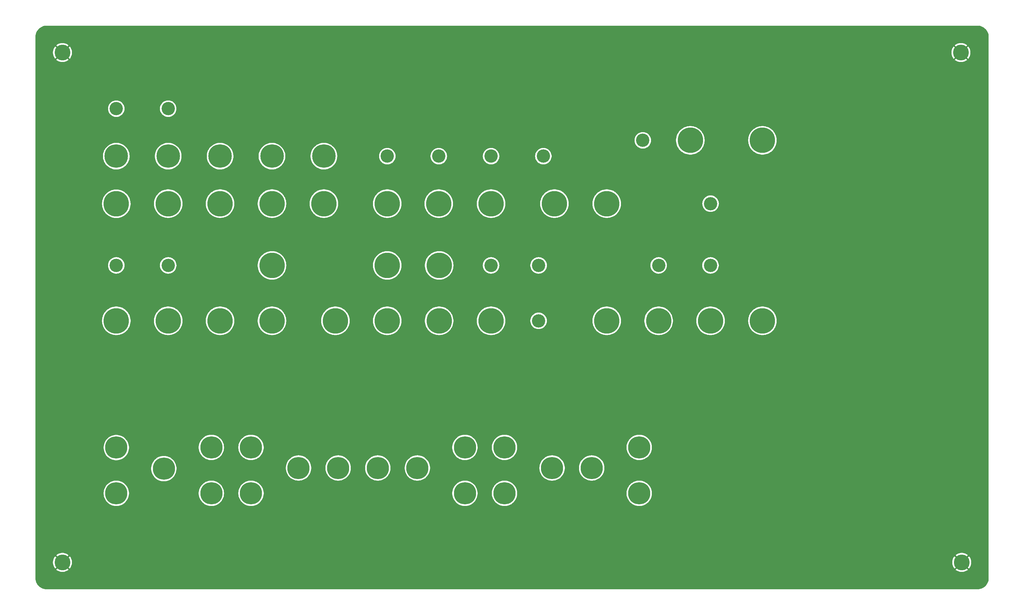
<source format=gbr>
%TF.GenerationSoftware,KiCad,Pcbnew,9.0.1*%
%TF.CreationDate,2025-10-24T09:32:48+01:00*%
%TF.ProjectId,WEASEL_KiCad_frontPanel,57454153-454c-45f4-9b69-4361645f6672,rev?*%
%TF.SameCoordinates,Original*%
%TF.FileFunction,Copper,L2,Bot*%
%TF.FilePolarity,Positive*%
%FSLAX46Y46*%
G04 Gerber Fmt 4.6, Leading zero omitted, Abs format (unit mm)*
G04 Created by KiCad (PCBNEW 9.0.1) date 2025-10-24 09:32:48*
%MOMM*%
%LPD*%
G01*
G04 APERTURE LIST*
%TA.AperFunction,WasherPad*%
%ADD10C,7.000000*%
%TD*%
%TA.AperFunction,WasherPad*%
%ADD11C,8.000000*%
%TD*%
%TA.AperFunction,WasherPad*%
%ADD12C,4.200000*%
%TD*%
%TA.AperFunction,ComponentPad*%
%ADD13C,5.000000*%
%TD*%
%TA.AperFunction,WasherPad*%
%ADD14C,7.400000*%
%TD*%
G04 APERTURE END LIST*
D10*
%TO.P,REF\u002A\u002A,*%
%TO.N,*%
X155997300Y-174200000D03*
%TD*%
D11*
%TO.P,REF\u002A\u002A,*%
%TO.N,*%
X131498900Y-82715800D03*
%TD*%
D12*
%TO.P,REF\u002A\u002A,*%
%TO.N,*%
X62375400Y-102215800D03*
%TD*%
D11*
%TO.P,REF\u002A\u002A,*%
%TO.N,*%
X249867300Y-62715800D03*
%TD*%
%TO.P,REF\u002A\u002A,*%
%TO.N,*%
X200748100Y-82715800D03*
%TD*%
D10*
%TO.P,REF\u002A\u002A,*%
%TO.N,*%
X88497300Y-174200000D03*
%TD*%
D13*
%TO.P,,*%
%TO.N,GND*%
X312500000Y-35000000D03*
%TD*%
D14*
%TO.P,REF\u002A\u002A,*%
%TO.N,*%
X45997300Y-67715800D03*
%TD*%
D12*
%TO.P,REF\u002A\u002A,*%
%TO.N,*%
X233500000Y-82715800D03*
%TD*%
D11*
%TO.P,REF\u002A\u002A,*%
%TO.N,*%
X62372700Y-82715800D03*
%TD*%
%TO.P,REF\u002A\u002A,*%
%TO.N,*%
X78748100Y-119715800D03*
%TD*%
D12*
%TO.P,REF\u002A\u002A,*%
%TO.N,*%
X179248100Y-102215800D03*
%TD*%
D11*
%TO.P,REF\u002A\u002A,*%
%TO.N,*%
X95123500Y-119715800D03*
%TD*%
%TO.P,REF\u002A\u002A,*%
%TO.N,*%
X147865700Y-119715800D03*
%TD*%
D13*
%TO.P,,*%
%TO.N,GND*%
X29000000Y-196000000D03*
%TD*%
D11*
%TO.P,REF\u002A\u002A,*%
%TO.N,*%
X147748100Y-82715800D03*
%TD*%
D12*
%TO.P,REF\u002A\u002A,*%
%TO.N,*%
X147748100Y-67715800D03*
%TD*%
D10*
%TO.P,REF\u002A\u002A,*%
%TO.N,*%
X210997300Y-159700000D03*
%TD*%
D12*
%TO.P,REF\u002A\u002A,*%
%TO.N,*%
X217123500Y-102215800D03*
%TD*%
D11*
%TO.P,REF\u002A\u002A,*%
%TO.N,*%
X131497300Y-102215800D03*
%TD*%
%TO.P,REF\u002A\u002A,*%
%TO.N,*%
X164248100Y-119715800D03*
%TD*%
D14*
%TO.P,REF\u002A\u002A,*%
%TO.N,*%
X78748100Y-67715800D03*
%TD*%
%TO.P,REF\u002A\u002A,*%
%TO.N,*%
X111498900Y-67715800D03*
%TD*%
D10*
%TO.P,REF\u002A\u002A,*%
%TO.N,*%
X103497300Y-166200000D03*
%TD*%
%TO.P,REF\u002A\u002A,*%
%TO.N,*%
X183497300Y-166200000D03*
%TD*%
D13*
%TO.P,REF\u002A\u002A,*%
%TO.N,GND*%
X312750000Y-196000000D03*
%TD*%
D11*
%TO.P,REF\u002A\u002A,*%
%TO.N,*%
X227118100Y-62715800D03*
%TD*%
D10*
%TO.P,REF\u002A\u002A,*%
%TO.N,*%
X210997300Y-174200000D03*
%TD*%
D11*
%TO.P,REF\u002A\u002A,*%
%TO.N,*%
X45997300Y-119715800D03*
%TD*%
%TO.P,REF\u002A\u002A,*%
%TO.N,*%
X78748100Y-82715800D03*
%TD*%
D10*
%TO.P,REF\u002A\u002A,*%
%TO.N,*%
X75997300Y-159700000D03*
%TD*%
D11*
%TO.P,REF\u002A\u002A,*%
%TO.N,*%
X46000000Y-82750000D03*
%TD*%
D12*
%TO.P,REF\u002A\u002A,*%
%TO.N,*%
X62372700Y-52715800D03*
%TD*%
D10*
%TO.P,REF\u002A\u002A,*%
%TO.N,*%
X155997300Y-159700000D03*
%TD*%
D11*
%TO.P,REF\u002A\u002A,*%
%TO.N,*%
X115121900Y-119715800D03*
%TD*%
D10*
%TO.P,REF\u002A\u002A,*%
%TO.N,*%
X46000000Y-159750000D03*
%TD*%
D12*
%TO.P,REF\u002A\u002A,*%
%TO.N,*%
X180748100Y-67715800D03*
%TD*%
D14*
%TO.P,REF\u002A\u002A,*%
%TO.N,*%
X62372700Y-67715800D03*
%TD*%
D10*
%TO.P,REF\u002A\u002A,*%
%TO.N,*%
X168497300Y-174200000D03*
%TD*%
D11*
%TO.P,REF\u002A\u002A,*%
%TO.N,*%
X147872700Y-102215800D03*
%TD*%
%TO.P,REF\u002A\u002A,*%
%TO.N,*%
X164248100Y-82715800D03*
%TD*%
%TO.P,REF\u002A\u002A,*%
%TO.N,*%
X184248100Y-82715800D03*
%TD*%
D10*
%TO.P,REF\u002A\u002A,*%
%TO.N,*%
X168497300Y-159700000D03*
%TD*%
D12*
%TO.P,REF\u002A\u002A,*%
%TO.N,*%
X45997300Y-102215800D03*
%TD*%
D10*
%TO.P,REF\u002A\u002A,*%
%TO.N,*%
X128497300Y-166200000D03*
%TD*%
D11*
%TO.P,REF\u002A\u002A,*%
%TO.N,*%
X249871600Y-119715800D03*
%TD*%
D14*
%TO.P,REF\u002A\u002A,*%
%TO.N,*%
X95123500Y-67715800D03*
%TD*%
D12*
%TO.P,REF\u002A\u002A,*%
%TO.N,*%
X212118100Y-62715800D03*
%TD*%
D10*
%TO.P,REF\u002A\u002A,*%
%TO.N,*%
X45997300Y-174200000D03*
%TD*%
D12*
%TO.P,REF\u002A\u002A,*%
%TO.N,*%
X233486500Y-102215800D03*
%TD*%
D10*
%TO.P,REF\u002A\u002A,*%
%TO.N,*%
X75997300Y-174200000D03*
%TD*%
%TO.P,REF\u002A\u002A,*%
%TO.N,*%
X195997300Y-166200000D03*
%TD*%
D11*
%TO.P,REF\u002A\u002A,*%
%TO.N,*%
X131497300Y-119715800D03*
%TD*%
D13*
%TO.P,,*%
%TO.N,GND*%
X29000000Y-35000000D03*
%TD*%
D12*
%TO.P,REF\u002A\u002A,*%
%TO.N,*%
X179248100Y-119715800D03*
%TD*%
D10*
%TO.P,REF\u002A\u002A,*%
%TO.N,*%
X60997300Y-166400000D03*
%TD*%
D11*
%TO.P,REF\u002A\u002A,*%
%TO.N,*%
X233486500Y-119715800D03*
%TD*%
D10*
%TO.P,REF\u002A\u002A,*%
%TO.N,*%
X88497300Y-159700000D03*
%TD*%
D11*
%TO.P,REF\u002A\u002A,*%
%TO.N,*%
X200748100Y-119715800D03*
%TD*%
D12*
%TO.P,REF\u002A\u002A,*%
%TO.N,*%
X164243800Y-102215800D03*
%TD*%
%TO.P,REF\u002A\u002A,*%
%TO.N,*%
X45997300Y-52715800D03*
%TD*%
D11*
%TO.P,REF\u002A\u002A,*%
%TO.N,*%
X217123500Y-119715800D03*
%TD*%
%TO.P,REF\u002A\u002A,*%
%TO.N,*%
X111498900Y-82715800D03*
%TD*%
%TO.P,REF\u002A\u002A,*%
%TO.N,*%
X95123500Y-102215800D03*
%TD*%
%TO.P,REF\u002A\u002A,*%
%TO.N,*%
X62375400Y-119715800D03*
%TD*%
D10*
%TO.P,REF\u002A\u002A,*%
%TO.N,*%
X115997300Y-166200000D03*
%TD*%
D11*
%TO.P,REF\u002A\u002A,*%
%TO.N,*%
X95123500Y-82715800D03*
%TD*%
D12*
%TO.P,REF\u002A\u002A,*%
%TO.N,*%
X131498900Y-67715800D03*
%TD*%
%TO.P,REF\u002A\u002A,*%
%TO.N,*%
X164248100Y-67715800D03*
%TD*%
D10*
%TO.P,REF\u002A\u002A,*%
%TO.N,*%
X140997300Y-166200000D03*
%TD*%
%TA.AperFunction,Conductor*%
%TO.N,GND*%
G36*
X317753032Y-26500648D02*
G01*
X318086929Y-26517052D01*
X318099037Y-26518245D01*
X318202146Y-26533539D01*
X318426699Y-26566849D01*
X318438617Y-26569219D01*
X318759951Y-26649709D01*
X318771588Y-26653240D01*
X318842806Y-26678722D01*
X319083467Y-26764832D01*
X319094688Y-26769479D01*
X319394163Y-26911120D01*
X319404871Y-26916844D01*
X319688988Y-27087137D01*
X319699106Y-27093897D01*
X319965170Y-27291224D01*
X319974576Y-27298944D01*
X320220013Y-27521395D01*
X320228604Y-27529986D01*
X320415755Y-27736475D01*
X320451055Y-27775423D01*
X320458775Y-27784829D01*
X320656102Y-28050893D01*
X320662862Y-28061011D01*
X320833148Y-28345116D01*
X320838885Y-28355848D01*
X320980514Y-28655297D01*
X320985170Y-28666540D01*
X321096759Y-28978411D01*
X321100292Y-28990055D01*
X321180777Y-29311369D01*
X321183151Y-29323305D01*
X321231754Y-29650962D01*
X321232947Y-29663071D01*
X321249351Y-29996966D01*
X321249500Y-30003051D01*
X321249500Y-200996948D01*
X321249351Y-201003033D01*
X321232947Y-201336928D01*
X321231754Y-201349037D01*
X321183151Y-201676694D01*
X321180777Y-201688630D01*
X321100292Y-202009944D01*
X321096759Y-202021588D01*
X320985170Y-202333459D01*
X320980514Y-202344702D01*
X320838885Y-202644151D01*
X320833148Y-202654883D01*
X320662862Y-202938988D01*
X320656102Y-202949106D01*
X320458775Y-203215170D01*
X320451055Y-203224576D01*
X320228611Y-203470006D01*
X320220006Y-203478611D01*
X319974576Y-203701055D01*
X319965170Y-203708775D01*
X319699106Y-203906102D01*
X319688988Y-203912862D01*
X319404883Y-204083148D01*
X319394151Y-204088885D01*
X319094702Y-204230514D01*
X319083459Y-204235170D01*
X318771588Y-204346759D01*
X318759944Y-204350292D01*
X318438630Y-204430777D01*
X318426694Y-204433151D01*
X318099037Y-204481754D01*
X318086928Y-204482947D01*
X317771989Y-204498419D01*
X317753031Y-204499351D01*
X317746949Y-204499500D01*
X24003051Y-204499500D01*
X23996968Y-204499351D01*
X23976900Y-204498365D01*
X23663071Y-204482947D01*
X23650962Y-204481754D01*
X23323305Y-204433151D01*
X23311369Y-204430777D01*
X22990055Y-204350292D01*
X22978411Y-204346759D01*
X22666540Y-204235170D01*
X22655301Y-204230515D01*
X22355844Y-204088883D01*
X22345121Y-204083150D01*
X22061011Y-203912862D01*
X22050893Y-203906102D01*
X21784829Y-203708775D01*
X21775423Y-203701055D01*
X21736475Y-203665755D01*
X21529986Y-203478604D01*
X21521395Y-203470013D01*
X21298944Y-203224576D01*
X21291224Y-203215170D01*
X21093897Y-202949106D01*
X21087137Y-202938988D01*
X20916844Y-202654871D01*
X20911120Y-202644163D01*
X20769479Y-202344688D01*
X20764829Y-202333459D01*
X20653240Y-202021588D01*
X20649707Y-202009944D01*
X20569219Y-201688617D01*
X20566848Y-201676694D01*
X20518245Y-201349037D01*
X20517052Y-201336927D01*
X20500649Y-201003032D01*
X20500500Y-200996948D01*
X20500500Y-195831519D01*
X26000000Y-195831519D01*
X26000000Y-196168480D01*
X26037725Y-196503297D01*
X26037727Y-196503313D01*
X26112705Y-196831814D01*
X26112709Y-196831826D01*
X26223995Y-197149862D01*
X26370191Y-197453440D01*
X26549461Y-197738747D01*
X26708397Y-197938048D01*
X27705747Y-196940697D01*
X27779588Y-197042330D01*
X27957670Y-197220412D01*
X28059300Y-197294251D01*
X27061950Y-198291601D01*
X27261252Y-198450538D01*
X27546559Y-198629808D01*
X27850137Y-198776004D01*
X28168173Y-198887290D01*
X28168185Y-198887294D01*
X28496686Y-198962272D01*
X28496702Y-198962274D01*
X28831519Y-198999999D01*
X28831521Y-199000000D01*
X29168479Y-199000000D01*
X29168480Y-198999999D01*
X29503297Y-198962274D01*
X29503313Y-198962272D01*
X29831814Y-198887294D01*
X29831826Y-198887290D01*
X30149862Y-198776004D01*
X30453440Y-198629808D01*
X30738747Y-198450538D01*
X30938048Y-198291600D01*
X29940698Y-197294251D01*
X30042330Y-197220412D01*
X30220412Y-197042330D01*
X30294251Y-196940698D01*
X31291600Y-197938048D01*
X31450538Y-197738747D01*
X31629808Y-197453440D01*
X31776004Y-197149862D01*
X31887290Y-196831826D01*
X31887294Y-196831814D01*
X31962272Y-196503313D01*
X31962274Y-196503297D01*
X31999999Y-196168480D01*
X32000000Y-196168478D01*
X32000000Y-195831521D01*
X31999999Y-195831519D01*
X309750000Y-195831519D01*
X309750000Y-196168480D01*
X309787725Y-196503297D01*
X309787727Y-196503313D01*
X309862705Y-196831814D01*
X309862709Y-196831826D01*
X309973995Y-197149862D01*
X310120191Y-197453440D01*
X310299461Y-197738747D01*
X310458397Y-197938048D01*
X311455747Y-196940697D01*
X311529588Y-197042330D01*
X311707670Y-197220412D01*
X311809300Y-197294251D01*
X310811950Y-198291601D01*
X311011252Y-198450538D01*
X311296559Y-198629808D01*
X311600137Y-198776004D01*
X311918173Y-198887290D01*
X311918185Y-198887294D01*
X312246686Y-198962272D01*
X312246702Y-198962274D01*
X312581519Y-198999999D01*
X312581521Y-199000000D01*
X312918479Y-199000000D01*
X312918480Y-198999999D01*
X313253297Y-198962274D01*
X313253313Y-198962272D01*
X313581814Y-198887294D01*
X313581826Y-198887290D01*
X313899862Y-198776004D01*
X314203440Y-198629808D01*
X314488747Y-198450538D01*
X314688048Y-198291600D01*
X313690698Y-197294251D01*
X313792330Y-197220412D01*
X313970412Y-197042330D01*
X314044251Y-196940699D01*
X315041600Y-197938048D01*
X315200538Y-197738747D01*
X315379808Y-197453440D01*
X315526004Y-197149862D01*
X315637290Y-196831826D01*
X315637294Y-196831814D01*
X315712272Y-196503313D01*
X315712274Y-196503297D01*
X315749999Y-196168480D01*
X315750000Y-196168478D01*
X315750000Y-195831521D01*
X315749999Y-195831519D01*
X315712274Y-195496702D01*
X315712272Y-195496686D01*
X315637294Y-195168185D01*
X315637290Y-195168173D01*
X315526004Y-194850137D01*
X315379808Y-194546559D01*
X315200538Y-194261252D01*
X315041601Y-194061950D01*
X314044250Y-195059300D01*
X313970412Y-194957670D01*
X313792330Y-194779588D01*
X313690697Y-194705747D01*
X314688048Y-193708397D01*
X314488747Y-193549461D01*
X314203440Y-193370191D01*
X313899862Y-193223995D01*
X313581826Y-193112709D01*
X313581814Y-193112705D01*
X313253313Y-193037727D01*
X313253297Y-193037725D01*
X312918480Y-193000000D01*
X312581519Y-193000000D01*
X312246702Y-193037725D01*
X312246686Y-193037727D01*
X311918185Y-193112705D01*
X311918173Y-193112709D01*
X311600137Y-193223995D01*
X311296559Y-193370191D01*
X311011252Y-193549461D01*
X310811950Y-193708397D01*
X311809301Y-194705748D01*
X311707670Y-194779588D01*
X311529588Y-194957670D01*
X311455748Y-195059301D01*
X310458397Y-194061950D01*
X310299461Y-194261252D01*
X310120191Y-194546559D01*
X309973995Y-194850137D01*
X309862709Y-195168173D01*
X309862705Y-195168185D01*
X309787727Y-195496686D01*
X309787725Y-195496702D01*
X309750000Y-195831519D01*
X31999999Y-195831519D01*
X31962274Y-195496702D01*
X31962272Y-195496686D01*
X31887294Y-195168185D01*
X31887290Y-195168173D01*
X31776004Y-194850137D01*
X31629808Y-194546559D01*
X31450538Y-194261252D01*
X31291601Y-194061950D01*
X30294250Y-195059300D01*
X30220412Y-194957670D01*
X30042330Y-194779588D01*
X29940697Y-194705747D01*
X30938048Y-193708397D01*
X30738747Y-193549461D01*
X30453440Y-193370191D01*
X30149862Y-193223995D01*
X29831826Y-193112709D01*
X29831814Y-193112705D01*
X29503313Y-193037727D01*
X29503297Y-193037725D01*
X29168480Y-193000000D01*
X28831519Y-193000000D01*
X28496702Y-193037725D01*
X28496686Y-193037727D01*
X28168185Y-193112705D01*
X28168173Y-193112709D01*
X27850137Y-193223995D01*
X27546559Y-193370191D01*
X27261252Y-193549461D01*
X27061950Y-193708397D01*
X28059301Y-194705748D01*
X27957670Y-194779588D01*
X27779588Y-194957670D01*
X27705748Y-195059301D01*
X26708397Y-194061950D01*
X26549461Y-194261252D01*
X26370191Y-194546559D01*
X26223995Y-194850137D01*
X26112709Y-195168173D01*
X26112705Y-195168185D01*
X26037727Y-195496686D01*
X26037725Y-195496702D01*
X26000000Y-195831519D01*
X20500500Y-195831519D01*
X20500500Y-174003471D01*
X41996800Y-174003471D01*
X41996800Y-174396528D01*
X42035326Y-174787702D01*
X42112004Y-175173194D01*
X42112007Y-175173205D01*
X42226110Y-175549354D01*
X42376530Y-175912499D01*
X42376532Y-175912504D01*
X42561811Y-176259137D01*
X42561822Y-176259155D01*
X42780187Y-176585960D01*
X42780197Y-176585974D01*
X43029554Y-176889817D01*
X43307482Y-177167745D01*
X43307487Y-177167749D01*
X43307488Y-177167750D01*
X43611331Y-177417107D01*
X43938151Y-177635482D01*
X43938160Y-177635487D01*
X43938162Y-177635488D01*
X44284795Y-177820767D01*
X44284797Y-177820767D01*
X44284803Y-177820771D01*
X44647947Y-177971190D01*
X45024085Y-178085290D01*
X45024091Y-178085291D01*
X45024094Y-178085292D01*
X45024105Y-178085295D01*
X45409597Y-178161973D01*
X45800768Y-178200500D01*
X45800771Y-178200500D01*
X46193829Y-178200500D01*
X46193832Y-178200500D01*
X46585003Y-178161973D01*
X46660048Y-178147045D01*
X46970494Y-178085295D01*
X46970505Y-178085292D01*
X46970505Y-178085291D01*
X46970515Y-178085290D01*
X47346653Y-177971190D01*
X47709797Y-177820771D01*
X48056449Y-177635482D01*
X48383269Y-177417107D01*
X48687112Y-177167750D01*
X48965050Y-176889812D01*
X49214407Y-176585969D01*
X49432782Y-176259149D01*
X49618071Y-175912497D01*
X49768490Y-175549353D01*
X49882590Y-175173215D01*
X49882592Y-175173205D01*
X49882595Y-175173194D01*
X49959273Y-174787702D01*
X49997800Y-174396528D01*
X49997800Y-174003471D01*
X71996800Y-174003471D01*
X71996800Y-174396528D01*
X72035326Y-174787702D01*
X72112004Y-175173194D01*
X72112007Y-175173205D01*
X72226110Y-175549354D01*
X72376530Y-175912499D01*
X72376532Y-175912504D01*
X72561811Y-176259137D01*
X72561822Y-176259155D01*
X72780187Y-176585960D01*
X72780197Y-176585974D01*
X73029554Y-176889817D01*
X73307482Y-177167745D01*
X73307487Y-177167749D01*
X73307488Y-177167750D01*
X73611331Y-177417107D01*
X73938151Y-177635482D01*
X73938160Y-177635487D01*
X73938162Y-177635488D01*
X74284795Y-177820767D01*
X74284797Y-177820767D01*
X74284803Y-177820771D01*
X74647947Y-177971190D01*
X75024085Y-178085290D01*
X75024091Y-178085291D01*
X75024094Y-178085292D01*
X75024105Y-178085295D01*
X75409597Y-178161973D01*
X75800768Y-178200500D01*
X75800771Y-178200500D01*
X76193829Y-178200500D01*
X76193832Y-178200500D01*
X76585003Y-178161973D01*
X76660048Y-178147045D01*
X76970494Y-178085295D01*
X76970505Y-178085292D01*
X76970505Y-178085291D01*
X76970515Y-178085290D01*
X77346653Y-177971190D01*
X77709797Y-177820771D01*
X78056449Y-177635482D01*
X78383269Y-177417107D01*
X78687112Y-177167750D01*
X78965050Y-176889812D01*
X79214407Y-176585969D01*
X79432782Y-176259149D01*
X79618071Y-175912497D01*
X79768490Y-175549353D01*
X79882590Y-175173215D01*
X79882592Y-175173205D01*
X79882595Y-175173194D01*
X79959273Y-174787702D01*
X79997800Y-174396528D01*
X79997800Y-174003471D01*
X84496800Y-174003471D01*
X84496800Y-174396528D01*
X84535326Y-174787702D01*
X84612004Y-175173194D01*
X84612007Y-175173205D01*
X84726110Y-175549354D01*
X84876530Y-175912499D01*
X84876532Y-175912504D01*
X85061811Y-176259137D01*
X85061822Y-176259155D01*
X85280187Y-176585960D01*
X85280197Y-176585974D01*
X85529554Y-176889817D01*
X85807482Y-177167745D01*
X85807487Y-177167749D01*
X85807488Y-177167750D01*
X86111331Y-177417107D01*
X86438151Y-177635482D01*
X86438160Y-177635487D01*
X86438162Y-177635488D01*
X86784795Y-177820767D01*
X86784797Y-177820767D01*
X86784803Y-177820771D01*
X87147947Y-177971190D01*
X87524085Y-178085290D01*
X87524091Y-178085291D01*
X87524094Y-178085292D01*
X87524105Y-178085295D01*
X87909597Y-178161973D01*
X88300768Y-178200500D01*
X88300771Y-178200500D01*
X88693829Y-178200500D01*
X88693832Y-178200500D01*
X89085003Y-178161973D01*
X89160048Y-178147045D01*
X89470494Y-178085295D01*
X89470505Y-178085292D01*
X89470505Y-178085291D01*
X89470515Y-178085290D01*
X89846653Y-177971190D01*
X90209797Y-177820771D01*
X90556449Y-177635482D01*
X90883269Y-177417107D01*
X91187112Y-177167750D01*
X91465050Y-176889812D01*
X91714407Y-176585969D01*
X91932782Y-176259149D01*
X92118071Y-175912497D01*
X92268490Y-175549353D01*
X92382590Y-175173215D01*
X92382592Y-175173205D01*
X92382595Y-175173194D01*
X92459273Y-174787702D01*
X92497800Y-174396528D01*
X92497800Y-174003471D01*
X151996800Y-174003471D01*
X151996800Y-174396528D01*
X152035326Y-174787702D01*
X152112004Y-175173194D01*
X152112007Y-175173205D01*
X152226110Y-175549354D01*
X152376530Y-175912499D01*
X152376532Y-175912504D01*
X152561811Y-176259137D01*
X152561822Y-176259155D01*
X152780187Y-176585960D01*
X152780197Y-176585974D01*
X153029554Y-176889817D01*
X153307482Y-177167745D01*
X153307487Y-177167749D01*
X153307488Y-177167750D01*
X153611331Y-177417107D01*
X153938151Y-177635482D01*
X153938160Y-177635487D01*
X153938162Y-177635488D01*
X154284795Y-177820767D01*
X154284797Y-177820767D01*
X154284803Y-177820771D01*
X154647947Y-177971190D01*
X155024085Y-178085290D01*
X155024091Y-178085291D01*
X155024094Y-178085292D01*
X155024105Y-178085295D01*
X155409597Y-178161973D01*
X155800768Y-178200500D01*
X155800771Y-178200500D01*
X156193829Y-178200500D01*
X156193832Y-178200500D01*
X156585003Y-178161973D01*
X156660048Y-178147045D01*
X156970494Y-178085295D01*
X156970505Y-178085292D01*
X156970505Y-178085291D01*
X156970515Y-178085290D01*
X157346653Y-177971190D01*
X157709797Y-177820771D01*
X158056449Y-177635482D01*
X158383269Y-177417107D01*
X158687112Y-177167750D01*
X158965050Y-176889812D01*
X159214407Y-176585969D01*
X159432782Y-176259149D01*
X159618071Y-175912497D01*
X159768490Y-175549353D01*
X159882590Y-175173215D01*
X159882592Y-175173205D01*
X159882595Y-175173194D01*
X159959273Y-174787702D01*
X159997800Y-174396528D01*
X159997800Y-174003471D01*
X164496800Y-174003471D01*
X164496800Y-174396528D01*
X164535326Y-174787702D01*
X164612004Y-175173194D01*
X164612007Y-175173205D01*
X164726110Y-175549354D01*
X164876530Y-175912499D01*
X164876532Y-175912504D01*
X165061811Y-176259137D01*
X165061822Y-176259155D01*
X165280187Y-176585960D01*
X165280197Y-176585974D01*
X165529554Y-176889817D01*
X165807482Y-177167745D01*
X165807487Y-177167749D01*
X165807488Y-177167750D01*
X166111331Y-177417107D01*
X166438151Y-177635482D01*
X166438160Y-177635487D01*
X166438162Y-177635488D01*
X166784795Y-177820767D01*
X166784797Y-177820767D01*
X166784803Y-177820771D01*
X167147947Y-177971190D01*
X167524085Y-178085290D01*
X167524091Y-178085291D01*
X167524094Y-178085292D01*
X167524105Y-178085295D01*
X167909597Y-178161973D01*
X168300768Y-178200500D01*
X168300771Y-178200500D01*
X168693829Y-178200500D01*
X168693832Y-178200500D01*
X169085003Y-178161973D01*
X169160048Y-178147045D01*
X169470494Y-178085295D01*
X169470505Y-178085292D01*
X169470505Y-178085291D01*
X169470515Y-178085290D01*
X169846653Y-177971190D01*
X170209797Y-177820771D01*
X170556449Y-177635482D01*
X170883269Y-177417107D01*
X171187112Y-177167750D01*
X171465050Y-176889812D01*
X171714407Y-176585969D01*
X171932782Y-176259149D01*
X172118071Y-175912497D01*
X172268490Y-175549353D01*
X172382590Y-175173215D01*
X172382592Y-175173205D01*
X172382595Y-175173194D01*
X172459273Y-174787702D01*
X172497800Y-174396528D01*
X172497800Y-174003471D01*
X206996800Y-174003471D01*
X206996800Y-174396528D01*
X207035326Y-174787702D01*
X207112004Y-175173194D01*
X207112007Y-175173205D01*
X207226110Y-175549354D01*
X207376530Y-175912499D01*
X207376532Y-175912504D01*
X207561811Y-176259137D01*
X207561822Y-176259155D01*
X207780187Y-176585960D01*
X207780197Y-176585974D01*
X208029554Y-176889817D01*
X208307482Y-177167745D01*
X208307487Y-177167749D01*
X208307488Y-177167750D01*
X208611331Y-177417107D01*
X208938151Y-177635482D01*
X208938160Y-177635487D01*
X208938162Y-177635488D01*
X209284795Y-177820767D01*
X209284797Y-177820767D01*
X209284803Y-177820771D01*
X209647947Y-177971190D01*
X210024085Y-178085290D01*
X210024091Y-178085291D01*
X210024094Y-178085292D01*
X210024105Y-178085295D01*
X210409597Y-178161973D01*
X210800768Y-178200500D01*
X210800771Y-178200500D01*
X211193829Y-178200500D01*
X211193832Y-178200500D01*
X211585003Y-178161973D01*
X211660048Y-178147045D01*
X211970494Y-178085295D01*
X211970505Y-178085292D01*
X211970505Y-178085291D01*
X211970515Y-178085290D01*
X212346653Y-177971190D01*
X212709797Y-177820771D01*
X213056449Y-177635482D01*
X213383269Y-177417107D01*
X213687112Y-177167750D01*
X213965050Y-176889812D01*
X214214407Y-176585969D01*
X214432782Y-176259149D01*
X214618071Y-175912497D01*
X214768490Y-175549353D01*
X214882590Y-175173215D01*
X214882592Y-175173205D01*
X214882595Y-175173194D01*
X214959273Y-174787702D01*
X214997800Y-174396528D01*
X214997800Y-174003471D01*
X214959273Y-173612297D01*
X214882595Y-173226805D01*
X214882592Y-173226794D01*
X214882591Y-173226791D01*
X214882590Y-173226785D01*
X214768490Y-172850647D01*
X214618071Y-172487503D01*
X214432782Y-172140851D01*
X214214407Y-171814031D01*
X213965050Y-171510188D01*
X213965049Y-171510187D01*
X213965045Y-171510182D01*
X213687117Y-171232254D01*
X213383274Y-170982897D01*
X213383273Y-170982896D01*
X213383269Y-170982893D01*
X213056449Y-170764518D01*
X213056444Y-170764515D01*
X213056437Y-170764511D01*
X212709804Y-170579232D01*
X212709799Y-170579230D01*
X212346654Y-170428810D01*
X211970505Y-170314707D01*
X211970494Y-170314704D01*
X211585002Y-170238026D01*
X211290389Y-170209010D01*
X211193832Y-170199500D01*
X210800768Y-170199500D01*
X210711551Y-170208287D01*
X210409597Y-170238026D01*
X210024105Y-170314704D01*
X210024094Y-170314707D01*
X209647945Y-170428810D01*
X209284800Y-170579230D01*
X209284795Y-170579232D01*
X208938162Y-170764511D01*
X208938144Y-170764522D01*
X208611339Y-170982887D01*
X208611325Y-170982897D01*
X208307482Y-171232254D01*
X208029554Y-171510182D01*
X207780197Y-171814025D01*
X207780187Y-171814039D01*
X207561822Y-172140844D01*
X207561811Y-172140862D01*
X207376532Y-172487495D01*
X207376530Y-172487500D01*
X207226110Y-172850645D01*
X207112007Y-173226794D01*
X207112004Y-173226805D01*
X207035326Y-173612297D01*
X206996800Y-174003471D01*
X172497800Y-174003471D01*
X172459273Y-173612297D01*
X172382595Y-173226805D01*
X172382592Y-173226794D01*
X172382591Y-173226791D01*
X172382590Y-173226785D01*
X172268490Y-172850647D01*
X172118071Y-172487503D01*
X171932782Y-172140851D01*
X171714407Y-171814031D01*
X171465050Y-171510188D01*
X171465049Y-171510187D01*
X171465045Y-171510182D01*
X171187117Y-171232254D01*
X170883274Y-170982897D01*
X170883273Y-170982896D01*
X170883269Y-170982893D01*
X170556449Y-170764518D01*
X170556444Y-170764515D01*
X170556437Y-170764511D01*
X170209804Y-170579232D01*
X170209799Y-170579230D01*
X169846654Y-170428810D01*
X169470505Y-170314707D01*
X169470494Y-170314704D01*
X169085002Y-170238026D01*
X168790389Y-170209010D01*
X168693832Y-170199500D01*
X168300768Y-170199500D01*
X168211551Y-170208287D01*
X167909597Y-170238026D01*
X167524105Y-170314704D01*
X167524094Y-170314707D01*
X167147945Y-170428810D01*
X166784800Y-170579230D01*
X166784795Y-170579232D01*
X166438162Y-170764511D01*
X166438144Y-170764522D01*
X166111339Y-170982887D01*
X166111325Y-170982897D01*
X165807482Y-171232254D01*
X165529554Y-171510182D01*
X165280197Y-171814025D01*
X165280187Y-171814039D01*
X165061822Y-172140844D01*
X165061811Y-172140862D01*
X164876532Y-172487495D01*
X164876530Y-172487500D01*
X164726110Y-172850645D01*
X164612007Y-173226794D01*
X164612004Y-173226805D01*
X164535326Y-173612297D01*
X164496800Y-174003471D01*
X159997800Y-174003471D01*
X159959273Y-173612297D01*
X159882595Y-173226805D01*
X159882592Y-173226794D01*
X159882591Y-173226791D01*
X159882590Y-173226785D01*
X159768490Y-172850647D01*
X159618071Y-172487503D01*
X159432782Y-172140851D01*
X159214407Y-171814031D01*
X158965050Y-171510188D01*
X158965049Y-171510187D01*
X158965045Y-171510182D01*
X158687117Y-171232254D01*
X158383274Y-170982897D01*
X158383273Y-170982896D01*
X158383269Y-170982893D01*
X158056449Y-170764518D01*
X158056444Y-170764515D01*
X158056437Y-170764511D01*
X157709804Y-170579232D01*
X157709799Y-170579230D01*
X157346654Y-170428810D01*
X156970505Y-170314707D01*
X156970494Y-170314704D01*
X156585002Y-170238026D01*
X156290389Y-170209010D01*
X156193832Y-170199500D01*
X155800768Y-170199500D01*
X155711551Y-170208287D01*
X155409597Y-170238026D01*
X155024105Y-170314704D01*
X155024094Y-170314707D01*
X154647945Y-170428810D01*
X154284800Y-170579230D01*
X154284795Y-170579232D01*
X153938162Y-170764511D01*
X153938144Y-170764522D01*
X153611339Y-170982887D01*
X153611325Y-170982897D01*
X153307482Y-171232254D01*
X153029554Y-171510182D01*
X152780197Y-171814025D01*
X152780187Y-171814039D01*
X152561822Y-172140844D01*
X152561811Y-172140862D01*
X152376532Y-172487495D01*
X152376530Y-172487500D01*
X152226110Y-172850645D01*
X152112007Y-173226794D01*
X152112004Y-173226805D01*
X152035326Y-173612297D01*
X151996800Y-174003471D01*
X92497800Y-174003471D01*
X92459273Y-173612297D01*
X92382595Y-173226805D01*
X92382592Y-173226794D01*
X92382591Y-173226791D01*
X92382590Y-173226785D01*
X92268490Y-172850647D01*
X92118071Y-172487503D01*
X91932782Y-172140851D01*
X91714407Y-171814031D01*
X91465050Y-171510188D01*
X91465049Y-171510187D01*
X91465045Y-171510182D01*
X91187117Y-171232254D01*
X90883274Y-170982897D01*
X90883273Y-170982896D01*
X90883269Y-170982893D01*
X90556449Y-170764518D01*
X90556444Y-170764515D01*
X90556437Y-170764511D01*
X90209804Y-170579232D01*
X90209799Y-170579230D01*
X89846654Y-170428810D01*
X89470505Y-170314707D01*
X89470494Y-170314704D01*
X89085002Y-170238026D01*
X88790389Y-170209010D01*
X88693832Y-170199500D01*
X88300768Y-170199500D01*
X88211551Y-170208287D01*
X87909597Y-170238026D01*
X87524105Y-170314704D01*
X87524094Y-170314707D01*
X87147945Y-170428810D01*
X86784800Y-170579230D01*
X86784795Y-170579232D01*
X86438162Y-170764511D01*
X86438144Y-170764522D01*
X86111339Y-170982887D01*
X86111325Y-170982897D01*
X85807482Y-171232254D01*
X85529554Y-171510182D01*
X85280197Y-171814025D01*
X85280187Y-171814039D01*
X85061822Y-172140844D01*
X85061811Y-172140862D01*
X84876532Y-172487495D01*
X84876530Y-172487500D01*
X84726110Y-172850645D01*
X84612007Y-173226794D01*
X84612004Y-173226805D01*
X84535326Y-173612297D01*
X84496800Y-174003471D01*
X79997800Y-174003471D01*
X79959273Y-173612297D01*
X79882595Y-173226805D01*
X79882592Y-173226794D01*
X79882591Y-173226791D01*
X79882590Y-173226785D01*
X79768490Y-172850647D01*
X79618071Y-172487503D01*
X79432782Y-172140851D01*
X79214407Y-171814031D01*
X78965050Y-171510188D01*
X78965049Y-171510187D01*
X78965045Y-171510182D01*
X78687117Y-171232254D01*
X78383274Y-170982897D01*
X78383273Y-170982896D01*
X78383269Y-170982893D01*
X78056449Y-170764518D01*
X78056444Y-170764515D01*
X78056437Y-170764511D01*
X77709804Y-170579232D01*
X77709799Y-170579230D01*
X77346654Y-170428810D01*
X76970505Y-170314707D01*
X76970494Y-170314704D01*
X76585002Y-170238026D01*
X76290389Y-170209010D01*
X76193832Y-170199500D01*
X75800768Y-170199500D01*
X75711551Y-170208287D01*
X75409597Y-170238026D01*
X75024105Y-170314704D01*
X75024094Y-170314707D01*
X74647945Y-170428810D01*
X74284800Y-170579230D01*
X74284795Y-170579232D01*
X73938162Y-170764511D01*
X73938144Y-170764522D01*
X73611339Y-170982887D01*
X73611325Y-170982897D01*
X73307482Y-171232254D01*
X73029554Y-171510182D01*
X72780197Y-171814025D01*
X72780187Y-171814039D01*
X72561822Y-172140844D01*
X72561811Y-172140862D01*
X72376532Y-172487495D01*
X72376530Y-172487500D01*
X72226110Y-172850645D01*
X72112007Y-173226794D01*
X72112004Y-173226805D01*
X72035326Y-173612297D01*
X71996800Y-174003471D01*
X49997800Y-174003471D01*
X49959273Y-173612297D01*
X49882595Y-173226805D01*
X49882592Y-173226794D01*
X49882591Y-173226791D01*
X49882590Y-173226785D01*
X49768490Y-172850647D01*
X49618071Y-172487503D01*
X49432782Y-172140851D01*
X49214407Y-171814031D01*
X48965050Y-171510188D01*
X48965049Y-171510187D01*
X48965045Y-171510182D01*
X48687117Y-171232254D01*
X48383274Y-170982897D01*
X48383273Y-170982896D01*
X48383269Y-170982893D01*
X48056449Y-170764518D01*
X48056444Y-170764515D01*
X48056437Y-170764511D01*
X47709804Y-170579232D01*
X47709799Y-170579230D01*
X47346654Y-170428810D01*
X46970505Y-170314707D01*
X46970494Y-170314704D01*
X46585002Y-170238026D01*
X46290389Y-170209010D01*
X46193832Y-170199500D01*
X45800768Y-170199500D01*
X45711551Y-170208287D01*
X45409597Y-170238026D01*
X45024105Y-170314704D01*
X45024094Y-170314707D01*
X44647945Y-170428810D01*
X44284800Y-170579230D01*
X44284795Y-170579232D01*
X43938162Y-170764511D01*
X43938144Y-170764522D01*
X43611339Y-170982887D01*
X43611325Y-170982897D01*
X43307482Y-171232254D01*
X43029554Y-171510182D01*
X42780197Y-171814025D01*
X42780187Y-171814039D01*
X42561822Y-172140844D01*
X42561811Y-172140862D01*
X42376532Y-172487495D01*
X42376530Y-172487500D01*
X42226110Y-172850645D01*
X42112007Y-173226794D01*
X42112004Y-173226805D01*
X42035326Y-173612297D01*
X41996800Y-174003471D01*
X20500500Y-174003471D01*
X20500500Y-166203471D01*
X56996800Y-166203471D01*
X56996800Y-166596528D01*
X57035326Y-166987702D01*
X57112004Y-167373194D01*
X57112007Y-167373205D01*
X57226110Y-167749354D01*
X57376530Y-168112499D01*
X57376532Y-168112504D01*
X57561811Y-168459137D01*
X57561822Y-168459155D01*
X57780187Y-168785960D01*
X57780197Y-168785974D01*
X58029554Y-169089817D01*
X58307482Y-169367745D01*
X58307487Y-169367749D01*
X58307488Y-169367750D01*
X58611331Y-169617107D01*
X58938151Y-169835482D01*
X58938160Y-169835487D01*
X58938162Y-169835488D01*
X59284795Y-170020767D01*
X59284797Y-170020767D01*
X59284803Y-170020771D01*
X59647947Y-170171190D01*
X60024085Y-170285290D01*
X60024091Y-170285291D01*
X60024094Y-170285292D01*
X60024105Y-170285295D01*
X60409597Y-170361973D01*
X60800768Y-170400500D01*
X60800771Y-170400500D01*
X61193829Y-170400500D01*
X61193832Y-170400500D01*
X61585003Y-170361973D01*
X61660048Y-170347045D01*
X61970494Y-170285295D01*
X61970505Y-170285292D01*
X61970505Y-170285291D01*
X61970515Y-170285290D01*
X62346653Y-170171190D01*
X62709797Y-170020771D01*
X63056449Y-169835482D01*
X63383269Y-169617107D01*
X63687112Y-169367750D01*
X63965050Y-169089812D01*
X64214407Y-168785969D01*
X64432782Y-168459149D01*
X64618071Y-168112497D01*
X64768490Y-167749353D01*
X64882590Y-167373215D01*
X64882592Y-167373205D01*
X64882595Y-167373194D01*
X64959273Y-166987702D01*
X64997800Y-166596528D01*
X64997800Y-166203471D01*
X64978999Y-166012578D01*
X64978102Y-166003471D01*
X99496800Y-166003471D01*
X99496800Y-166396528D01*
X99535326Y-166787702D01*
X99612004Y-167173194D01*
X99612007Y-167173205D01*
X99726110Y-167549354D01*
X99876530Y-167912499D01*
X99876532Y-167912504D01*
X100061811Y-168259137D01*
X100061822Y-168259155D01*
X100280187Y-168585960D01*
X100280197Y-168585974D01*
X100529554Y-168889817D01*
X100807482Y-169167745D01*
X100807487Y-169167749D01*
X100807488Y-169167750D01*
X101111331Y-169417107D01*
X101438151Y-169635482D01*
X101438160Y-169635487D01*
X101438162Y-169635488D01*
X101784795Y-169820767D01*
X101784797Y-169820767D01*
X101784803Y-169820771D01*
X102147947Y-169971190D01*
X102524085Y-170085290D01*
X102524091Y-170085291D01*
X102524094Y-170085292D01*
X102524105Y-170085295D01*
X102909597Y-170161973D01*
X103300768Y-170200500D01*
X103300771Y-170200500D01*
X103693829Y-170200500D01*
X103693832Y-170200500D01*
X104085003Y-170161973D01*
X104160048Y-170147045D01*
X104470494Y-170085295D01*
X104470505Y-170085292D01*
X104470505Y-170085291D01*
X104470515Y-170085290D01*
X104846653Y-169971190D01*
X105209797Y-169820771D01*
X105556449Y-169635482D01*
X105883269Y-169417107D01*
X106187112Y-169167750D01*
X106465050Y-168889812D01*
X106714407Y-168585969D01*
X106932782Y-168259149D01*
X107118071Y-167912497D01*
X107268490Y-167549353D01*
X107382590Y-167173215D01*
X107382592Y-167173205D01*
X107382595Y-167173194D01*
X107459273Y-166787702D01*
X107497800Y-166396532D01*
X107497800Y-166003471D01*
X111996800Y-166003471D01*
X111996800Y-166396528D01*
X112035326Y-166787702D01*
X112112004Y-167173194D01*
X112112007Y-167173205D01*
X112226110Y-167549354D01*
X112376530Y-167912499D01*
X112376532Y-167912504D01*
X112561811Y-168259137D01*
X112561822Y-168259155D01*
X112780187Y-168585960D01*
X112780197Y-168585974D01*
X113029554Y-168889817D01*
X113307482Y-169167745D01*
X113307487Y-169167749D01*
X113307488Y-169167750D01*
X113611331Y-169417107D01*
X113938151Y-169635482D01*
X113938160Y-169635487D01*
X113938162Y-169635488D01*
X114284795Y-169820767D01*
X114284797Y-169820767D01*
X114284803Y-169820771D01*
X114647947Y-169971190D01*
X115024085Y-170085290D01*
X115024091Y-170085291D01*
X115024094Y-170085292D01*
X115024105Y-170085295D01*
X115409597Y-170161973D01*
X115800768Y-170200500D01*
X115800771Y-170200500D01*
X116193829Y-170200500D01*
X116193832Y-170200500D01*
X116585003Y-170161973D01*
X116660048Y-170147045D01*
X116970494Y-170085295D01*
X116970505Y-170085292D01*
X116970505Y-170085291D01*
X116970515Y-170085290D01*
X117346653Y-169971190D01*
X117709797Y-169820771D01*
X118056449Y-169635482D01*
X118383269Y-169417107D01*
X118687112Y-169167750D01*
X118965050Y-168889812D01*
X119214407Y-168585969D01*
X119432782Y-168259149D01*
X119618071Y-167912497D01*
X119768490Y-167549353D01*
X119882590Y-167173215D01*
X119882592Y-167173205D01*
X119882595Y-167173194D01*
X119959273Y-166787702D01*
X119997800Y-166396532D01*
X119997800Y-166003471D01*
X124496800Y-166003471D01*
X124496800Y-166396528D01*
X124535326Y-166787702D01*
X124612004Y-167173194D01*
X124612007Y-167173205D01*
X124726110Y-167549354D01*
X124876530Y-167912499D01*
X124876532Y-167912504D01*
X125061811Y-168259137D01*
X125061822Y-168259155D01*
X125280187Y-168585960D01*
X125280197Y-168585974D01*
X125529554Y-168889817D01*
X125807482Y-169167745D01*
X125807487Y-169167749D01*
X125807488Y-169167750D01*
X126111331Y-169417107D01*
X126438151Y-169635482D01*
X126438160Y-169635487D01*
X126438162Y-169635488D01*
X126784795Y-169820767D01*
X126784797Y-169820767D01*
X126784803Y-169820771D01*
X127147947Y-169971190D01*
X127524085Y-170085290D01*
X127524091Y-170085291D01*
X127524094Y-170085292D01*
X127524105Y-170085295D01*
X127909597Y-170161973D01*
X128300768Y-170200500D01*
X128300771Y-170200500D01*
X128693829Y-170200500D01*
X128693832Y-170200500D01*
X129085003Y-170161973D01*
X129160048Y-170147045D01*
X129470494Y-170085295D01*
X129470505Y-170085292D01*
X129470505Y-170085291D01*
X129470515Y-170085290D01*
X129846653Y-169971190D01*
X130209797Y-169820771D01*
X130556449Y-169635482D01*
X130883269Y-169417107D01*
X131187112Y-169167750D01*
X131465050Y-168889812D01*
X131714407Y-168585969D01*
X131932782Y-168259149D01*
X132118071Y-167912497D01*
X132268490Y-167549353D01*
X132382590Y-167173215D01*
X132382592Y-167173205D01*
X132382595Y-167173194D01*
X132459273Y-166787702D01*
X132497800Y-166396532D01*
X132497800Y-166003471D01*
X136996800Y-166003471D01*
X136996800Y-166396528D01*
X137035326Y-166787702D01*
X137112004Y-167173194D01*
X137112007Y-167173205D01*
X137226110Y-167549354D01*
X137376530Y-167912499D01*
X137376532Y-167912504D01*
X137561811Y-168259137D01*
X137561822Y-168259155D01*
X137780187Y-168585960D01*
X137780197Y-168585974D01*
X138029554Y-168889817D01*
X138307482Y-169167745D01*
X138307487Y-169167749D01*
X138307488Y-169167750D01*
X138611331Y-169417107D01*
X138938151Y-169635482D01*
X138938160Y-169635487D01*
X138938162Y-169635488D01*
X139284795Y-169820767D01*
X139284797Y-169820767D01*
X139284803Y-169820771D01*
X139647947Y-169971190D01*
X140024085Y-170085290D01*
X140024091Y-170085291D01*
X140024094Y-170085292D01*
X140024105Y-170085295D01*
X140409597Y-170161973D01*
X140800768Y-170200500D01*
X140800771Y-170200500D01*
X141193829Y-170200500D01*
X141193832Y-170200500D01*
X141585003Y-170161973D01*
X141660048Y-170147045D01*
X141970494Y-170085295D01*
X141970505Y-170085292D01*
X141970505Y-170085291D01*
X141970515Y-170085290D01*
X142346653Y-169971190D01*
X142709797Y-169820771D01*
X143056449Y-169635482D01*
X143383269Y-169417107D01*
X143687112Y-169167750D01*
X143965050Y-168889812D01*
X144214407Y-168585969D01*
X144432782Y-168259149D01*
X144618071Y-167912497D01*
X144768490Y-167549353D01*
X144882590Y-167173215D01*
X144882592Y-167173205D01*
X144882595Y-167173194D01*
X144959273Y-166787702D01*
X144997800Y-166396532D01*
X144997800Y-166003471D01*
X179496800Y-166003471D01*
X179496800Y-166396528D01*
X179535326Y-166787702D01*
X179612004Y-167173194D01*
X179612007Y-167173205D01*
X179726110Y-167549354D01*
X179876530Y-167912499D01*
X179876532Y-167912504D01*
X180061811Y-168259137D01*
X180061822Y-168259155D01*
X180280187Y-168585960D01*
X180280197Y-168585974D01*
X180529554Y-168889817D01*
X180807482Y-169167745D01*
X180807487Y-169167749D01*
X180807488Y-169167750D01*
X181111331Y-169417107D01*
X181438151Y-169635482D01*
X181438160Y-169635487D01*
X181438162Y-169635488D01*
X181784795Y-169820767D01*
X181784797Y-169820767D01*
X181784803Y-169820771D01*
X182147947Y-169971190D01*
X182524085Y-170085290D01*
X182524091Y-170085291D01*
X182524094Y-170085292D01*
X182524105Y-170085295D01*
X182909597Y-170161973D01*
X183300768Y-170200500D01*
X183300771Y-170200500D01*
X183693829Y-170200500D01*
X183693832Y-170200500D01*
X184085003Y-170161973D01*
X184160048Y-170147045D01*
X184470494Y-170085295D01*
X184470505Y-170085292D01*
X184470505Y-170085291D01*
X184470515Y-170085290D01*
X184846653Y-169971190D01*
X185209797Y-169820771D01*
X185556449Y-169635482D01*
X185883269Y-169417107D01*
X186187112Y-169167750D01*
X186465050Y-168889812D01*
X186714407Y-168585969D01*
X186932782Y-168259149D01*
X187118071Y-167912497D01*
X187268490Y-167549353D01*
X187382590Y-167173215D01*
X187382592Y-167173205D01*
X187382595Y-167173194D01*
X187459273Y-166787702D01*
X187497800Y-166396532D01*
X187497800Y-166003471D01*
X191996800Y-166003471D01*
X191996800Y-166396528D01*
X192035326Y-166787702D01*
X192112004Y-167173194D01*
X192112007Y-167173205D01*
X192226110Y-167549354D01*
X192376530Y-167912499D01*
X192376532Y-167912504D01*
X192561811Y-168259137D01*
X192561822Y-168259155D01*
X192780187Y-168585960D01*
X192780197Y-168585974D01*
X193029554Y-168889817D01*
X193307482Y-169167745D01*
X193307487Y-169167749D01*
X193307488Y-169167750D01*
X193611331Y-169417107D01*
X193938151Y-169635482D01*
X193938160Y-169635487D01*
X193938162Y-169635488D01*
X194284795Y-169820767D01*
X194284797Y-169820767D01*
X194284803Y-169820771D01*
X194647947Y-169971190D01*
X195024085Y-170085290D01*
X195024091Y-170085291D01*
X195024094Y-170085292D01*
X195024105Y-170085295D01*
X195409597Y-170161973D01*
X195800768Y-170200500D01*
X195800771Y-170200500D01*
X196193829Y-170200500D01*
X196193832Y-170200500D01*
X196585003Y-170161973D01*
X196660048Y-170147045D01*
X196970494Y-170085295D01*
X196970505Y-170085292D01*
X196970505Y-170085291D01*
X196970515Y-170085290D01*
X197346653Y-169971190D01*
X197709797Y-169820771D01*
X198056449Y-169635482D01*
X198383269Y-169417107D01*
X198687112Y-169167750D01*
X198965050Y-168889812D01*
X199214407Y-168585969D01*
X199432782Y-168259149D01*
X199618071Y-167912497D01*
X199768490Y-167549353D01*
X199882590Y-167173215D01*
X199882592Y-167173205D01*
X199882595Y-167173194D01*
X199959273Y-166787702D01*
X199997800Y-166396532D01*
X199997800Y-166003468D01*
X199959273Y-165612297D01*
X199882595Y-165226805D01*
X199882592Y-165226794D01*
X199882591Y-165226791D01*
X199882590Y-165226785D01*
X199768490Y-164850647D01*
X199618071Y-164487503D01*
X199432782Y-164140851D01*
X199214407Y-163814031D01*
X198965050Y-163510188D01*
X198965049Y-163510187D01*
X198965045Y-163510182D01*
X198687117Y-163232254D01*
X198383274Y-162982897D01*
X198383273Y-162982896D01*
X198383269Y-162982893D01*
X198056449Y-162764518D01*
X198056444Y-162764515D01*
X198056437Y-162764511D01*
X197709804Y-162579232D01*
X197709799Y-162579230D01*
X197346654Y-162428810D01*
X196970505Y-162314707D01*
X196970494Y-162314704D01*
X196585002Y-162238026D01*
X196290389Y-162209010D01*
X196193832Y-162199500D01*
X195800768Y-162199500D01*
X195711551Y-162208287D01*
X195409597Y-162238026D01*
X195024105Y-162314704D01*
X195024094Y-162314707D01*
X194647945Y-162428810D01*
X194284800Y-162579230D01*
X194284795Y-162579232D01*
X193938162Y-162764511D01*
X193938144Y-162764522D01*
X193611339Y-162982887D01*
X193611325Y-162982897D01*
X193307482Y-163232254D01*
X193029554Y-163510182D01*
X192780197Y-163814025D01*
X192780187Y-163814039D01*
X192561822Y-164140844D01*
X192561811Y-164140862D01*
X192376532Y-164487495D01*
X192376530Y-164487500D01*
X192226110Y-164850645D01*
X192112007Y-165226794D01*
X192112004Y-165226805D01*
X192035326Y-165612297D01*
X191996800Y-166003471D01*
X187497800Y-166003471D01*
X187497800Y-166003468D01*
X187459273Y-165612297D01*
X187382595Y-165226805D01*
X187382592Y-165226794D01*
X187382591Y-165226791D01*
X187382590Y-165226785D01*
X187268490Y-164850647D01*
X187118071Y-164487503D01*
X186932782Y-164140851D01*
X186714407Y-163814031D01*
X186465050Y-163510188D01*
X186465049Y-163510187D01*
X186465045Y-163510182D01*
X186187117Y-163232254D01*
X185883274Y-162982897D01*
X185883273Y-162982896D01*
X185883269Y-162982893D01*
X185556449Y-162764518D01*
X185556444Y-162764515D01*
X185556437Y-162764511D01*
X185209804Y-162579232D01*
X185209799Y-162579230D01*
X184846654Y-162428810D01*
X184470505Y-162314707D01*
X184470494Y-162314704D01*
X184085002Y-162238026D01*
X183790389Y-162209010D01*
X183693832Y-162199500D01*
X183300768Y-162199500D01*
X183211551Y-162208287D01*
X182909597Y-162238026D01*
X182524105Y-162314704D01*
X182524094Y-162314707D01*
X182147945Y-162428810D01*
X181784800Y-162579230D01*
X181784795Y-162579232D01*
X181438162Y-162764511D01*
X181438144Y-162764522D01*
X181111339Y-162982887D01*
X181111325Y-162982897D01*
X180807482Y-163232254D01*
X180529554Y-163510182D01*
X180280197Y-163814025D01*
X180280187Y-163814039D01*
X180061822Y-164140844D01*
X180061811Y-164140862D01*
X179876532Y-164487495D01*
X179876530Y-164487500D01*
X179726110Y-164850645D01*
X179612007Y-165226794D01*
X179612004Y-165226805D01*
X179535326Y-165612297D01*
X179496800Y-166003471D01*
X144997800Y-166003471D01*
X144997800Y-166003468D01*
X144959273Y-165612297D01*
X144882595Y-165226805D01*
X144882592Y-165226794D01*
X144882591Y-165226791D01*
X144882590Y-165226785D01*
X144768490Y-164850647D01*
X144618071Y-164487503D01*
X144432782Y-164140851D01*
X144214407Y-163814031D01*
X143965050Y-163510188D01*
X143965049Y-163510187D01*
X143965045Y-163510182D01*
X143687117Y-163232254D01*
X143383274Y-162982897D01*
X143383273Y-162982896D01*
X143383269Y-162982893D01*
X143056449Y-162764518D01*
X143056444Y-162764515D01*
X143056437Y-162764511D01*
X142709804Y-162579232D01*
X142709799Y-162579230D01*
X142346654Y-162428810D01*
X141970505Y-162314707D01*
X141970494Y-162314704D01*
X141585002Y-162238026D01*
X141290389Y-162209010D01*
X141193832Y-162199500D01*
X140800768Y-162199500D01*
X140711551Y-162208287D01*
X140409597Y-162238026D01*
X140024105Y-162314704D01*
X140024094Y-162314707D01*
X139647945Y-162428810D01*
X139284800Y-162579230D01*
X139284795Y-162579232D01*
X138938162Y-162764511D01*
X138938144Y-162764522D01*
X138611339Y-162982887D01*
X138611325Y-162982897D01*
X138307482Y-163232254D01*
X138029554Y-163510182D01*
X137780197Y-163814025D01*
X137780187Y-163814039D01*
X137561822Y-164140844D01*
X137561811Y-164140862D01*
X137376532Y-164487495D01*
X137376530Y-164487500D01*
X137226110Y-164850645D01*
X137112007Y-165226794D01*
X137112004Y-165226805D01*
X137035326Y-165612297D01*
X136996800Y-166003471D01*
X132497800Y-166003471D01*
X132497800Y-166003468D01*
X132459273Y-165612297D01*
X132382595Y-165226805D01*
X132382592Y-165226794D01*
X132382591Y-165226791D01*
X132382590Y-165226785D01*
X132268490Y-164850647D01*
X132118071Y-164487503D01*
X131932782Y-164140851D01*
X131714407Y-163814031D01*
X131465050Y-163510188D01*
X131465049Y-163510187D01*
X131465045Y-163510182D01*
X131187117Y-163232254D01*
X130883274Y-162982897D01*
X130883273Y-162982896D01*
X130883269Y-162982893D01*
X130556449Y-162764518D01*
X130556444Y-162764515D01*
X130556437Y-162764511D01*
X130209804Y-162579232D01*
X130209799Y-162579230D01*
X129846654Y-162428810D01*
X129470505Y-162314707D01*
X129470494Y-162314704D01*
X129085002Y-162238026D01*
X128790389Y-162209010D01*
X128693832Y-162199500D01*
X128300768Y-162199500D01*
X128211551Y-162208287D01*
X127909597Y-162238026D01*
X127524105Y-162314704D01*
X127524094Y-162314707D01*
X127147945Y-162428810D01*
X126784800Y-162579230D01*
X126784795Y-162579232D01*
X126438162Y-162764511D01*
X126438144Y-162764522D01*
X126111339Y-162982887D01*
X126111325Y-162982897D01*
X125807482Y-163232254D01*
X125529554Y-163510182D01*
X125280197Y-163814025D01*
X125280187Y-163814039D01*
X125061822Y-164140844D01*
X125061811Y-164140862D01*
X124876532Y-164487495D01*
X124876530Y-164487500D01*
X124726110Y-164850645D01*
X124612007Y-165226794D01*
X124612004Y-165226805D01*
X124535326Y-165612297D01*
X124496800Y-166003471D01*
X119997800Y-166003471D01*
X119997800Y-166003468D01*
X119959273Y-165612297D01*
X119882595Y-165226805D01*
X119882592Y-165226794D01*
X119882591Y-165226791D01*
X119882590Y-165226785D01*
X119768490Y-164850647D01*
X119618071Y-164487503D01*
X119432782Y-164140851D01*
X119214407Y-163814031D01*
X118965050Y-163510188D01*
X118965049Y-163510187D01*
X118965045Y-163510182D01*
X118687117Y-163232254D01*
X118383274Y-162982897D01*
X118383273Y-162982896D01*
X118383269Y-162982893D01*
X118056449Y-162764518D01*
X118056444Y-162764515D01*
X118056437Y-162764511D01*
X117709804Y-162579232D01*
X117709799Y-162579230D01*
X117346654Y-162428810D01*
X116970505Y-162314707D01*
X116970494Y-162314704D01*
X116585002Y-162238026D01*
X116290389Y-162209010D01*
X116193832Y-162199500D01*
X115800768Y-162199500D01*
X115711551Y-162208287D01*
X115409597Y-162238026D01*
X115024105Y-162314704D01*
X115024094Y-162314707D01*
X114647945Y-162428810D01*
X114284800Y-162579230D01*
X114284795Y-162579232D01*
X113938162Y-162764511D01*
X113938144Y-162764522D01*
X113611339Y-162982887D01*
X113611325Y-162982897D01*
X113307482Y-163232254D01*
X113029554Y-163510182D01*
X112780197Y-163814025D01*
X112780187Y-163814039D01*
X112561822Y-164140844D01*
X112561811Y-164140862D01*
X112376532Y-164487495D01*
X112376530Y-164487500D01*
X112226110Y-164850645D01*
X112112007Y-165226794D01*
X112112004Y-165226805D01*
X112035326Y-165612297D01*
X111996800Y-166003471D01*
X107497800Y-166003471D01*
X107497800Y-166003468D01*
X107459273Y-165612297D01*
X107382595Y-165226805D01*
X107382592Y-165226794D01*
X107382591Y-165226791D01*
X107382590Y-165226785D01*
X107268490Y-164850647D01*
X107118071Y-164487503D01*
X106932782Y-164140851D01*
X106714407Y-163814031D01*
X106465050Y-163510188D01*
X106465049Y-163510187D01*
X106465045Y-163510182D01*
X106187117Y-163232254D01*
X105883274Y-162982897D01*
X105883273Y-162982896D01*
X105883269Y-162982893D01*
X105556449Y-162764518D01*
X105556444Y-162764515D01*
X105556437Y-162764511D01*
X105209804Y-162579232D01*
X105209799Y-162579230D01*
X104846654Y-162428810D01*
X104470505Y-162314707D01*
X104470494Y-162314704D01*
X104085002Y-162238026D01*
X103790389Y-162209010D01*
X103693832Y-162199500D01*
X103300768Y-162199500D01*
X103211551Y-162208287D01*
X102909597Y-162238026D01*
X102524105Y-162314704D01*
X102524094Y-162314707D01*
X102147945Y-162428810D01*
X101784800Y-162579230D01*
X101784795Y-162579232D01*
X101438162Y-162764511D01*
X101438144Y-162764522D01*
X101111339Y-162982887D01*
X101111325Y-162982897D01*
X100807482Y-163232254D01*
X100529554Y-163510182D01*
X100280197Y-163814025D01*
X100280187Y-163814039D01*
X100061822Y-164140844D01*
X100061811Y-164140862D01*
X99876532Y-164487495D01*
X99876530Y-164487500D01*
X99726110Y-164850645D01*
X99612007Y-165226794D01*
X99612004Y-165226805D01*
X99535326Y-165612297D01*
X99496800Y-166003471D01*
X64978102Y-166003471D01*
X64959273Y-165812297D01*
X64882595Y-165426805D01*
X64882592Y-165426794D01*
X64882591Y-165426791D01*
X64882590Y-165426785D01*
X64768490Y-165050647D01*
X64618071Y-164687503D01*
X64511167Y-164487500D01*
X64432788Y-164340862D01*
X64432787Y-164340860D01*
X64432782Y-164340851D01*
X64214407Y-164014031D01*
X63965050Y-163710188D01*
X63965049Y-163710187D01*
X63965045Y-163710182D01*
X63687117Y-163432254D01*
X63383274Y-163182897D01*
X63383273Y-163182896D01*
X63383269Y-163182893D01*
X63056449Y-162964518D01*
X63056444Y-162964515D01*
X63056437Y-162964511D01*
X62709804Y-162779232D01*
X62709799Y-162779230D01*
X62674264Y-162764511D01*
X62603435Y-162735172D01*
X62346654Y-162628810D01*
X61970505Y-162514707D01*
X61970494Y-162514704D01*
X61585002Y-162438026D01*
X61290389Y-162409010D01*
X61193832Y-162399500D01*
X60800768Y-162399500D01*
X60711551Y-162408287D01*
X60409597Y-162438026D01*
X60024105Y-162514704D01*
X60024094Y-162514707D01*
X59647945Y-162628810D01*
X59284800Y-162779230D01*
X59284795Y-162779232D01*
X58938162Y-162964511D01*
X58938144Y-162964522D01*
X58611339Y-163182887D01*
X58611325Y-163182897D01*
X58307482Y-163432254D01*
X58029554Y-163710182D01*
X57780197Y-164014025D01*
X57780187Y-164014039D01*
X57561822Y-164340844D01*
X57561811Y-164340862D01*
X57376532Y-164687495D01*
X57376530Y-164687500D01*
X57226110Y-165050645D01*
X57112007Y-165426794D01*
X57112004Y-165426805D01*
X57035326Y-165812297D01*
X56996800Y-166203471D01*
X20500500Y-166203471D01*
X20500500Y-159553471D01*
X41999500Y-159553471D01*
X41999500Y-159946528D01*
X42038026Y-160337702D01*
X42114704Y-160723194D01*
X42114707Y-160723205D01*
X42228810Y-161099354D01*
X42379230Y-161462499D01*
X42379232Y-161462504D01*
X42564511Y-161809137D01*
X42564522Y-161809155D01*
X42782887Y-162135960D01*
X42782897Y-162135974D01*
X43032254Y-162439817D01*
X43310182Y-162717745D01*
X43310187Y-162717749D01*
X43310188Y-162717750D01*
X43614031Y-162967107D01*
X43940851Y-163185482D01*
X43940860Y-163185487D01*
X43940862Y-163185488D01*
X44287495Y-163370767D01*
X44287497Y-163370767D01*
X44287503Y-163370771D01*
X44650647Y-163521190D01*
X45026785Y-163635290D01*
X45026791Y-163635291D01*
X45026794Y-163635292D01*
X45026805Y-163635295D01*
X45403293Y-163710182D01*
X45412297Y-163711973D01*
X45803468Y-163750500D01*
X45803471Y-163750500D01*
X46196529Y-163750500D01*
X46196532Y-163750500D01*
X46587703Y-163711973D01*
X46662748Y-163697045D01*
X46973194Y-163635295D01*
X46973205Y-163635292D01*
X46973205Y-163635291D01*
X46973215Y-163635290D01*
X47349353Y-163521190D01*
X47712497Y-163370771D01*
X48059149Y-163185482D01*
X48385969Y-162967107D01*
X48689812Y-162717750D01*
X48967750Y-162439812D01*
X49217107Y-162135969D01*
X49435482Y-161809149D01*
X49620771Y-161462497D01*
X49771190Y-161099353D01*
X49885290Y-160723215D01*
X49885292Y-160723205D01*
X49885295Y-160723194D01*
X49961973Y-160337702D01*
X50000500Y-159946532D01*
X50000500Y-159553468D01*
X49995576Y-159503471D01*
X71996800Y-159503471D01*
X71996800Y-159896528D01*
X72035326Y-160287702D01*
X72112004Y-160673194D01*
X72112007Y-160673205D01*
X72226110Y-161049354D01*
X72376530Y-161412499D01*
X72376532Y-161412504D01*
X72561811Y-161759137D01*
X72561822Y-161759155D01*
X72780187Y-162085960D01*
X72780197Y-162085974D01*
X73029554Y-162389817D01*
X73307482Y-162667745D01*
X73307487Y-162667749D01*
X73307488Y-162667750D01*
X73611331Y-162917107D01*
X73938151Y-163135482D01*
X73938160Y-163135487D01*
X73938162Y-163135488D01*
X74284795Y-163320767D01*
X74284797Y-163320767D01*
X74284803Y-163320771D01*
X74647947Y-163471190D01*
X75024085Y-163585290D01*
X75024091Y-163585291D01*
X75024094Y-163585292D01*
X75024105Y-163585295D01*
X75409597Y-163661973D01*
X75800768Y-163700500D01*
X75800771Y-163700500D01*
X76193829Y-163700500D01*
X76193832Y-163700500D01*
X76585003Y-163661973D01*
X76719148Y-163635290D01*
X76970494Y-163585295D01*
X76970505Y-163585292D01*
X76970505Y-163585291D01*
X76970515Y-163585290D01*
X77346653Y-163471190D01*
X77709797Y-163320771D01*
X78056449Y-163135482D01*
X78383269Y-162917107D01*
X78687112Y-162667750D01*
X78965050Y-162389812D01*
X79214407Y-162085969D01*
X79432782Y-161759149D01*
X79618071Y-161412497D01*
X79768490Y-161049353D01*
X79882590Y-160673215D01*
X79882592Y-160673205D01*
X79882595Y-160673194D01*
X79959273Y-160287702D01*
X79992875Y-159946532D01*
X79997800Y-159896532D01*
X79997800Y-159503471D01*
X84496800Y-159503471D01*
X84496800Y-159896528D01*
X84535326Y-160287702D01*
X84612004Y-160673194D01*
X84612007Y-160673205D01*
X84726110Y-161049354D01*
X84876530Y-161412499D01*
X84876532Y-161412504D01*
X85061811Y-161759137D01*
X85061822Y-161759155D01*
X85280187Y-162085960D01*
X85280197Y-162085974D01*
X85529554Y-162389817D01*
X85807482Y-162667745D01*
X85807487Y-162667749D01*
X85807488Y-162667750D01*
X86111331Y-162917107D01*
X86438151Y-163135482D01*
X86438160Y-163135487D01*
X86438162Y-163135488D01*
X86784795Y-163320767D01*
X86784797Y-163320767D01*
X86784803Y-163320771D01*
X87147947Y-163471190D01*
X87524085Y-163585290D01*
X87524091Y-163585291D01*
X87524094Y-163585292D01*
X87524105Y-163585295D01*
X87909597Y-163661973D01*
X88300768Y-163700500D01*
X88300771Y-163700500D01*
X88693829Y-163700500D01*
X88693832Y-163700500D01*
X89085003Y-163661973D01*
X89219148Y-163635290D01*
X89470494Y-163585295D01*
X89470505Y-163585292D01*
X89470505Y-163585291D01*
X89470515Y-163585290D01*
X89846653Y-163471190D01*
X90209797Y-163320771D01*
X90556449Y-163135482D01*
X90883269Y-162917107D01*
X91187112Y-162667750D01*
X91465050Y-162389812D01*
X91714407Y-162085969D01*
X91932782Y-161759149D01*
X92118071Y-161412497D01*
X92268490Y-161049353D01*
X92382590Y-160673215D01*
X92382592Y-160673205D01*
X92382595Y-160673194D01*
X92459273Y-160287702D01*
X92492875Y-159946532D01*
X92497800Y-159896532D01*
X92497800Y-159503471D01*
X151996800Y-159503471D01*
X151996800Y-159896528D01*
X152035326Y-160287702D01*
X152112004Y-160673194D01*
X152112007Y-160673205D01*
X152226110Y-161049354D01*
X152376530Y-161412499D01*
X152376532Y-161412504D01*
X152561811Y-161759137D01*
X152561822Y-161759155D01*
X152780187Y-162085960D01*
X152780197Y-162085974D01*
X153029554Y-162389817D01*
X153307482Y-162667745D01*
X153307487Y-162667749D01*
X153307488Y-162667750D01*
X153611331Y-162917107D01*
X153938151Y-163135482D01*
X153938160Y-163135487D01*
X153938162Y-163135488D01*
X154284795Y-163320767D01*
X154284797Y-163320767D01*
X154284803Y-163320771D01*
X154647947Y-163471190D01*
X155024085Y-163585290D01*
X155024091Y-163585291D01*
X155024094Y-163585292D01*
X155024105Y-163585295D01*
X155409597Y-163661973D01*
X155800768Y-163700500D01*
X155800771Y-163700500D01*
X156193829Y-163700500D01*
X156193832Y-163700500D01*
X156585003Y-163661973D01*
X156719148Y-163635290D01*
X156970494Y-163585295D01*
X156970505Y-163585292D01*
X156970505Y-163585291D01*
X156970515Y-163585290D01*
X157346653Y-163471190D01*
X157709797Y-163320771D01*
X158056449Y-163135482D01*
X158383269Y-162917107D01*
X158687112Y-162667750D01*
X158965050Y-162389812D01*
X159214407Y-162085969D01*
X159432782Y-161759149D01*
X159618071Y-161412497D01*
X159768490Y-161049353D01*
X159882590Y-160673215D01*
X159882592Y-160673205D01*
X159882595Y-160673194D01*
X159959273Y-160287702D01*
X159992875Y-159946532D01*
X159997800Y-159896532D01*
X159997800Y-159503471D01*
X164496800Y-159503471D01*
X164496800Y-159896528D01*
X164535326Y-160287702D01*
X164612004Y-160673194D01*
X164612007Y-160673205D01*
X164726110Y-161049354D01*
X164876530Y-161412499D01*
X164876532Y-161412504D01*
X165061811Y-161759137D01*
X165061822Y-161759155D01*
X165280187Y-162085960D01*
X165280197Y-162085974D01*
X165529554Y-162389817D01*
X165807482Y-162667745D01*
X165807487Y-162667749D01*
X165807488Y-162667750D01*
X166111331Y-162917107D01*
X166438151Y-163135482D01*
X166438160Y-163135487D01*
X166438162Y-163135488D01*
X166784795Y-163320767D01*
X166784797Y-163320767D01*
X166784803Y-163320771D01*
X167147947Y-163471190D01*
X167524085Y-163585290D01*
X167524091Y-163585291D01*
X167524094Y-163585292D01*
X167524105Y-163585295D01*
X167909597Y-163661973D01*
X168300768Y-163700500D01*
X168300771Y-163700500D01*
X168693829Y-163700500D01*
X168693832Y-163700500D01*
X169085003Y-163661973D01*
X169219148Y-163635290D01*
X169470494Y-163585295D01*
X169470505Y-163585292D01*
X169470505Y-163585291D01*
X169470515Y-163585290D01*
X169846653Y-163471190D01*
X170209797Y-163320771D01*
X170556449Y-163135482D01*
X170883269Y-162917107D01*
X171187112Y-162667750D01*
X171465050Y-162389812D01*
X171714407Y-162085969D01*
X171932782Y-161759149D01*
X172118071Y-161412497D01*
X172268490Y-161049353D01*
X172382590Y-160673215D01*
X172382592Y-160673205D01*
X172382595Y-160673194D01*
X172459273Y-160287702D01*
X172492875Y-159946532D01*
X172497800Y-159896532D01*
X172497800Y-159503471D01*
X206996800Y-159503471D01*
X206996800Y-159896528D01*
X207035326Y-160287702D01*
X207112004Y-160673194D01*
X207112007Y-160673205D01*
X207226110Y-161049354D01*
X207376530Y-161412499D01*
X207376532Y-161412504D01*
X207561811Y-161759137D01*
X207561822Y-161759155D01*
X207780187Y-162085960D01*
X207780197Y-162085974D01*
X208029554Y-162389817D01*
X208307482Y-162667745D01*
X208307487Y-162667749D01*
X208307488Y-162667750D01*
X208611331Y-162917107D01*
X208938151Y-163135482D01*
X208938160Y-163135487D01*
X208938162Y-163135488D01*
X209284795Y-163320767D01*
X209284797Y-163320767D01*
X209284803Y-163320771D01*
X209647947Y-163471190D01*
X210024085Y-163585290D01*
X210024091Y-163585291D01*
X210024094Y-163585292D01*
X210024105Y-163585295D01*
X210409597Y-163661973D01*
X210800768Y-163700500D01*
X210800771Y-163700500D01*
X211193829Y-163700500D01*
X211193832Y-163700500D01*
X211585003Y-163661973D01*
X211719148Y-163635290D01*
X211970494Y-163585295D01*
X211970505Y-163585292D01*
X211970505Y-163585291D01*
X211970515Y-163585290D01*
X212346653Y-163471190D01*
X212709797Y-163320771D01*
X213056449Y-163135482D01*
X213383269Y-162917107D01*
X213687112Y-162667750D01*
X213965050Y-162389812D01*
X214214407Y-162085969D01*
X214432782Y-161759149D01*
X214618071Y-161412497D01*
X214768490Y-161049353D01*
X214882590Y-160673215D01*
X214882592Y-160673205D01*
X214882595Y-160673194D01*
X214959273Y-160287702D01*
X214992875Y-159946532D01*
X214997800Y-159896532D01*
X214997800Y-159503468D01*
X214959273Y-159112297D01*
X214892540Y-158776805D01*
X214882595Y-158726805D01*
X214882592Y-158726794D01*
X214882591Y-158726791D01*
X214882590Y-158726785D01*
X214768490Y-158350647D01*
X214618071Y-157987503D01*
X214459513Y-157690862D01*
X214432788Y-157640862D01*
X214432787Y-157640860D01*
X214432782Y-157640851D01*
X214214407Y-157314031D01*
X213965050Y-157010188D01*
X213965049Y-157010187D01*
X213965045Y-157010182D01*
X213687117Y-156732254D01*
X213383274Y-156482897D01*
X213383273Y-156482896D01*
X213383269Y-156482893D01*
X213056449Y-156264518D01*
X213056444Y-156264515D01*
X213056437Y-156264511D01*
X212709804Y-156079232D01*
X212709799Y-156079230D01*
X212346654Y-155928810D01*
X211970505Y-155814707D01*
X211970494Y-155814704D01*
X211585002Y-155738026D01*
X211290389Y-155709010D01*
X211193832Y-155699500D01*
X210800768Y-155699500D01*
X210711551Y-155708287D01*
X210409597Y-155738026D01*
X210024105Y-155814704D01*
X210024094Y-155814707D01*
X209647945Y-155928810D01*
X209284800Y-156079230D01*
X209284795Y-156079232D01*
X208938162Y-156264511D01*
X208938144Y-156264522D01*
X208611339Y-156482887D01*
X208611325Y-156482897D01*
X208307482Y-156732254D01*
X208029554Y-157010182D01*
X207780197Y-157314025D01*
X207780187Y-157314039D01*
X207561822Y-157640844D01*
X207561811Y-157640862D01*
X207376532Y-157987495D01*
X207376530Y-157987500D01*
X207226110Y-158350645D01*
X207112007Y-158726794D01*
X207112004Y-158726805D01*
X207035326Y-159112297D01*
X206996800Y-159503471D01*
X172497800Y-159503471D01*
X172497800Y-159503468D01*
X172459273Y-159112297D01*
X172392540Y-158776805D01*
X172382595Y-158726805D01*
X172382592Y-158726794D01*
X172382591Y-158726791D01*
X172382590Y-158726785D01*
X172268490Y-158350647D01*
X172118071Y-157987503D01*
X171959513Y-157690862D01*
X171932788Y-157640862D01*
X171932787Y-157640860D01*
X171932782Y-157640851D01*
X171714407Y-157314031D01*
X171465050Y-157010188D01*
X171465049Y-157010187D01*
X171465045Y-157010182D01*
X171187117Y-156732254D01*
X170883274Y-156482897D01*
X170883273Y-156482896D01*
X170883269Y-156482893D01*
X170556449Y-156264518D01*
X170556444Y-156264515D01*
X170556437Y-156264511D01*
X170209804Y-156079232D01*
X170209799Y-156079230D01*
X169846654Y-155928810D01*
X169470505Y-155814707D01*
X169470494Y-155814704D01*
X169085002Y-155738026D01*
X168790389Y-155709010D01*
X168693832Y-155699500D01*
X168300768Y-155699500D01*
X168211551Y-155708287D01*
X167909597Y-155738026D01*
X167524105Y-155814704D01*
X167524094Y-155814707D01*
X167147945Y-155928810D01*
X166784800Y-156079230D01*
X166784795Y-156079232D01*
X166438162Y-156264511D01*
X166438144Y-156264522D01*
X166111339Y-156482887D01*
X166111325Y-156482897D01*
X165807482Y-156732254D01*
X165529554Y-157010182D01*
X165280197Y-157314025D01*
X165280187Y-157314039D01*
X165061822Y-157640844D01*
X165061811Y-157640862D01*
X164876532Y-157987495D01*
X164876530Y-157987500D01*
X164726110Y-158350645D01*
X164612007Y-158726794D01*
X164612004Y-158726805D01*
X164535326Y-159112297D01*
X164496800Y-159503471D01*
X159997800Y-159503471D01*
X159997800Y-159503468D01*
X159959273Y-159112297D01*
X159892540Y-158776805D01*
X159882595Y-158726805D01*
X159882592Y-158726794D01*
X159882591Y-158726791D01*
X159882590Y-158726785D01*
X159768490Y-158350647D01*
X159618071Y-157987503D01*
X159459513Y-157690862D01*
X159432788Y-157640862D01*
X159432787Y-157640860D01*
X159432782Y-157640851D01*
X159214407Y-157314031D01*
X158965050Y-157010188D01*
X158965049Y-157010187D01*
X158965045Y-157010182D01*
X158687117Y-156732254D01*
X158383274Y-156482897D01*
X158383273Y-156482896D01*
X158383269Y-156482893D01*
X158056449Y-156264518D01*
X158056444Y-156264515D01*
X158056437Y-156264511D01*
X157709804Y-156079232D01*
X157709799Y-156079230D01*
X157346654Y-155928810D01*
X156970505Y-155814707D01*
X156970494Y-155814704D01*
X156585002Y-155738026D01*
X156290389Y-155709010D01*
X156193832Y-155699500D01*
X155800768Y-155699500D01*
X155711551Y-155708287D01*
X155409597Y-155738026D01*
X155024105Y-155814704D01*
X155024094Y-155814707D01*
X154647945Y-155928810D01*
X154284800Y-156079230D01*
X154284795Y-156079232D01*
X153938162Y-156264511D01*
X153938144Y-156264522D01*
X153611339Y-156482887D01*
X153611325Y-156482897D01*
X153307482Y-156732254D01*
X153029554Y-157010182D01*
X152780197Y-157314025D01*
X152780187Y-157314039D01*
X152561822Y-157640844D01*
X152561811Y-157640862D01*
X152376532Y-157987495D01*
X152376530Y-157987500D01*
X152226110Y-158350645D01*
X152112007Y-158726794D01*
X152112004Y-158726805D01*
X152035326Y-159112297D01*
X151996800Y-159503471D01*
X92497800Y-159503471D01*
X92497800Y-159503468D01*
X92459273Y-159112297D01*
X92392540Y-158776805D01*
X92382595Y-158726805D01*
X92382592Y-158726794D01*
X92382591Y-158726791D01*
X92382590Y-158726785D01*
X92268490Y-158350647D01*
X92118071Y-157987503D01*
X91959513Y-157690862D01*
X91932788Y-157640862D01*
X91932787Y-157640860D01*
X91932782Y-157640851D01*
X91714407Y-157314031D01*
X91465050Y-157010188D01*
X91465049Y-157010187D01*
X91465045Y-157010182D01*
X91187117Y-156732254D01*
X90883274Y-156482897D01*
X90883273Y-156482896D01*
X90883269Y-156482893D01*
X90556449Y-156264518D01*
X90556444Y-156264515D01*
X90556437Y-156264511D01*
X90209804Y-156079232D01*
X90209799Y-156079230D01*
X89846654Y-155928810D01*
X89470505Y-155814707D01*
X89470494Y-155814704D01*
X89085002Y-155738026D01*
X88790389Y-155709010D01*
X88693832Y-155699500D01*
X88300768Y-155699500D01*
X88211551Y-155708287D01*
X87909597Y-155738026D01*
X87524105Y-155814704D01*
X87524094Y-155814707D01*
X87147945Y-155928810D01*
X86784800Y-156079230D01*
X86784795Y-156079232D01*
X86438162Y-156264511D01*
X86438144Y-156264522D01*
X86111339Y-156482887D01*
X86111325Y-156482897D01*
X85807482Y-156732254D01*
X85529554Y-157010182D01*
X85280197Y-157314025D01*
X85280187Y-157314039D01*
X85061822Y-157640844D01*
X85061811Y-157640862D01*
X84876532Y-157987495D01*
X84876530Y-157987500D01*
X84726110Y-158350645D01*
X84612007Y-158726794D01*
X84612004Y-158726805D01*
X84535326Y-159112297D01*
X84496800Y-159503471D01*
X79997800Y-159503471D01*
X79997800Y-159503468D01*
X79959273Y-159112297D01*
X79892540Y-158776805D01*
X79882595Y-158726805D01*
X79882592Y-158726794D01*
X79882591Y-158726791D01*
X79882590Y-158726785D01*
X79768490Y-158350647D01*
X79618071Y-157987503D01*
X79459513Y-157690862D01*
X79432788Y-157640862D01*
X79432787Y-157640860D01*
X79432782Y-157640851D01*
X79214407Y-157314031D01*
X78965050Y-157010188D01*
X78965049Y-157010187D01*
X78965045Y-157010182D01*
X78687117Y-156732254D01*
X78383274Y-156482897D01*
X78383273Y-156482896D01*
X78383269Y-156482893D01*
X78056449Y-156264518D01*
X78056444Y-156264515D01*
X78056437Y-156264511D01*
X77709804Y-156079232D01*
X77709799Y-156079230D01*
X77346654Y-155928810D01*
X76970505Y-155814707D01*
X76970494Y-155814704D01*
X76585002Y-155738026D01*
X76290389Y-155709010D01*
X76193832Y-155699500D01*
X75800768Y-155699500D01*
X75711551Y-155708287D01*
X75409597Y-155738026D01*
X75024105Y-155814704D01*
X75024094Y-155814707D01*
X74647945Y-155928810D01*
X74284800Y-156079230D01*
X74284795Y-156079232D01*
X73938162Y-156264511D01*
X73938144Y-156264522D01*
X73611339Y-156482887D01*
X73611325Y-156482897D01*
X73307482Y-156732254D01*
X73029554Y-157010182D01*
X72780197Y-157314025D01*
X72780187Y-157314039D01*
X72561822Y-157640844D01*
X72561811Y-157640862D01*
X72376532Y-157987495D01*
X72376530Y-157987500D01*
X72226110Y-158350645D01*
X72112007Y-158726794D01*
X72112004Y-158726805D01*
X72035326Y-159112297D01*
X71996800Y-159503471D01*
X49995576Y-159503471D01*
X49961973Y-159162297D01*
X49885295Y-158776805D01*
X49885292Y-158776794D01*
X49885291Y-158776791D01*
X49885290Y-158776785D01*
X49771190Y-158400647D01*
X49620771Y-158037503D01*
X49594045Y-157987503D01*
X49435488Y-157690862D01*
X49435487Y-157690860D01*
X49435482Y-157690851D01*
X49217107Y-157364031D01*
X48967750Y-157060188D01*
X48967749Y-157060187D01*
X48967745Y-157060182D01*
X48689817Y-156782254D01*
X48385974Y-156532897D01*
X48385973Y-156532896D01*
X48385969Y-156532893D01*
X48059149Y-156314518D01*
X48059144Y-156314515D01*
X48059137Y-156314511D01*
X47712504Y-156129232D01*
X47712499Y-156129230D01*
X47349354Y-155978810D01*
X46973205Y-155864707D01*
X46973194Y-155864704D01*
X46587702Y-155788026D01*
X46293089Y-155759010D01*
X46196532Y-155749500D01*
X45803468Y-155749500D01*
X45714251Y-155758287D01*
X45412297Y-155788026D01*
X45026805Y-155864704D01*
X45026794Y-155864707D01*
X44650645Y-155978810D01*
X44287500Y-156129230D01*
X44287495Y-156129232D01*
X43940862Y-156314511D01*
X43940844Y-156314522D01*
X43614039Y-156532887D01*
X43614025Y-156532897D01*
X43310182Y-156782254D01*
X43032254Y-157060182D01*
X42782897Y-157364025D01*
X42782887Y-157364039D01*
X42564522Y-157690844D01*
X42564511Y-157690862D01*
X42379232Y-158037495D01*
X42379230Y-158037500D01*
X42228810Y-158400645D01*
X42114707Y-158776794D01*
X42114704Y-158776805D01*
X42038026Y-159162297D01*
X41999500Y-159553471D01*
X20500500Y-159553471D01*
X20500500Y-119519299D01*
X41496800Y-119519299D01*
X41496800Y-119912300D01*
X41531051Y-120303795D01*
X41531051Y-120303799D01*
X41599291Y-120690805D01*
X41599293Y-120690816D01*
X41626547Y-120792530D01*
X41701007Y-121070416D01*
X41701008Y-121070418D01*
X41701008Y-121070419D01*
X41835424Y-121439721D01*
X42001495Y-121795862D01*
X42001504Y-121795880D01*
X42189867Y-122122135D01*
X42197995Y-122136212D01*
X42198004Y-122136227D01*
X42423415Y-122458147D01*
X42616093Y-122687771D01*
X42676022Y-122759191D01*
X42953909Y-123037078D01*
X43061038Y-123126970D01*
X43254952Y-123289684D01*
X43254958Y-123289688D01*
X43254959Y-123289689D01*
X43576879Y-123515100D01*
X43917220Y-123711596D01*
X43917234Y-123711602D01*
X43917237Y-123711604D01*
X44273378Y-123877675D01*
X44273383Y-123877676D01*
X44273392Y-123877681D01*
X44642684Y-124012093D01*
X45022285Y-124113807D01*
X45409307Y-124182049D01*
X45800802Y-124216299D01*
X45800803Y-124216300D01*
X45800804Y-124216300D01*
X46193797Y-124216300D01*
X46193797Y-124216299D01*
X46585293Y-124182049D01*
X46972315Y-124113807D01*
X47351916Y-124012093D01*
X47721208Y-123877681D01*
X48077380Y-123711596D01*
X48417721Y-123515100D01*
X48739641Y-123289689D01*
X49040691Y-123037078D01*
X49318578Y-122759191D01*
X49571189Y-122458141D01*
X49796600Y-122136221D01*
X49993096Y-121795880D01*
X50159181Y-121439708D01*
X50293593Y-121070416D01*
X50395307Y-120690815D01*
X50463549Y-120303793D01*
X50497800Y-119912296D01*
X50497800Y-119519304D01*
X50497800Y-119519299D01*
X57874900Y-119519299D01*
X57874900Y-119912300D01*
X57909151Y-120303795D01*
X57909151Y-120303799D01*
X57977391Y-120690805D01*
X57977393Y-120690816D01*
X58004647Y-120792530D01*
X58079107Y-121070416D01*
X58079108Y-121070418D01*
X58079108Y-121070419D01*
X58213524Y-121439721D01*
X58379595Y-121795862D01*
X58379604Y-121795880D01*
X58567967Y-122122135D01*
X58576095Y-122136212D01*
X58576104Y-122136227D01*
X58801515Y-122458147D01*
X58994193Y-122687771D01*
X59054122Y-122759191D01*
X59332009Y-123037078D01*
X59439138Y-123126970D01*
X59633052Y-123289684D01*
X59633058Y-123289688D01*
X59633059Y-123289689D01*
X59954979Y-123515100D01*
X60295320Y-123711596D01*
X60295334Y-123711602D01*
X60295337Y-123711604D01*
X60651478Y-123877675D01*
X60651483Y-123877676D01*
X60651492Y-123877681D01*
X61020784Y-124012093D01*
X61400385Y-124113807D01*
X61787407Y-124182049D01*
X62178902Y-124216299D01*
X62178903Y-124216300D01*
X62178904Y-124216300D01*
X62571897Y-124216300D01*
X62571897Y-124216299D01*
X62963393Y-124182049D01*
X63350415Y-124113807D01*
X63730016Y-124012093D01*
X64099308Y-123877681D01*
X64455480Y-123711596D01*
X64795821Y-123515100D01*
X65117741Y-123289689D01*
X65418791Y-123037078D01*
X65696678Y-122759191D01*
X65949289Y-122458141D01*
X66174700Y-122136221D01*
X66371196Y-121795880D01*
X66537281Y-121439708D01*
X66671693Y-121070416D01*
X66773407Y-120690815D01*
X66841649Y-120303793D01*
X66875900Y-119912296D01*
X66875900Y-119519304D01*
X66875900Y-119519299D01*
X74247600Y-119519299D01*
X74247600Y-119912300D01*
X74281851Y-120303795D01*
X74281851Y-120303799D01*
X74350091Y-120690805D01*
X74350093Y-120690816D01*
X74377347Y-120792530D01*
X74451807Y-121070416D01*
X74451808Y-121070418D01*
X74451808Y-121070419D01*
X74586224Y-121439721D01*
X74752295Y-121795862D01*
X74752304Y-121795880D01*
X74940667Y-122122135D01*
X74948795Y-122136212D01*
X74948804Y-122136227D01*
X75174215Y-122458147D01*
X75366893Y-122687771D01*
X75426822Y-122759191D01*
X75704709Y-123037078D01*
X75811838Y-123126970D01*
X76005752Y-123289684D01*
X76005758Y-123289688D01*
X76005759Y-123289689D01*
X76327679Y-123515100D01*
X76668020Y-123711596D01*
X76668034Y-123711602D01*
X76668037Y-123711604D01*
X77024178Y-123877675D01*
X77024183Y-123877676D01*
X77024192Y-123877681D01*
X77393484Y-124012093D01*
X77773085Y-124113807D01*
X78160107Y-124182049D01*
X78551602Y-124216299D01*
X78551603Y-124216300D01*
X78551604Y-124216300D01*
X78944597Y-124216300D01*
X78944597Y-124216299D01*
X79336093Y-124182049D01*
X79723115Y-124113807D01*
X80102716Y-124012093D01*
X80472008Y-123877681D01*
X80828180Y-123711596D01*
X81168521Y-123515100D01*
X81490441Y-123289689D01*
X81791491Y-123037078D01*
X82069378Y-122759191D01*
X82321989Y-122458141D01*
X82547400Y-122136221D01*
X82743896Y-121795880D01*
X82909981Y-121439708D01*
X83044393Y-121070416D01*
X83146107Y-120690815D01*
X83214349Y-120303793D01*
X83248600Y-119912296D01*
X83248600Y-119519304D01*
X83248600Y-119519299D01*
X90623000Y-119519299D01*
X90623000Y-119912300D01*
X90657251Y-120303795D01*
X90657251Y-120303799D01*
X90725491Y-120690805D01*
X90725493Y-120690816D01*
X90752747Y-120792530D01*
X90827207Y-121070416D01*
X90827208Y-121070418D01*
X90827208Y-121070419D01*
X90961624Y-121439721D01*
X91127695Y-121795862D01*
X91127704Y-121795880D01*
X91316067Y-122122135D01*
X91324195Y-122136212D01*
X91324204Y-122136227D01*
X91549615Y-122458147D01*
X91742293Y-122687771D01*
X91802222Y-122759191D01*
X92080109Y-123037078D01*
X92187238Y-123126970D01*
X92381152Y-123289684D01*
X92381158Y-123289688D01*
X92381159Y-123289689D01*
X92703079Y-123515100D01*
X93043420Y-123711596D01*
X93043434Y-123711602D01*
X93043437Y-123711604D01*
X93399578Y-123877675D01*
X93399583Y-123877676D01*
X93399592Y-123877681D01*
X93768884Y-124012093D01*
X94148485Y-124113807D01*
X94535507Y-124182049D01*
X94927002Y-124216299D01*
X94927003Y-124216300D01*
X94927004Y-124216300D01*
X95319997Y-124216300D01*
X95319997Y-124216299D01*
X95711493Y-124182049D01*
X96098515Y-124113807D01*
X96478116Y-124012093D01*
X96847408Y-123877681D01*
X97203580Y-123711596D01*
X97543921Y-123515100D01*
X97865841Y-123289689D01*
X98166891Y-123037078D01*
X98444778Y-122759191D01*
X98697389Y-122458141D01*
X98922800Y-122136221D01*
X99119296Y-121795880D01*
X99285381Y-121439708D01*
X99419793Y-121070416D01*
X99521507Y-120690815D01*
X99589749Y-120303793D01*
X99624000Y-119912296D01*
X99624000Y-119519304D01*
X99624000Y-119519299D01*
X110621400Y-119519299D01*
X110621400Y-119912300D01*
X110655651Y-120303795D01*
X110655651Y-120303799D01*
X110723891Y-120690805D01*
X110723893Y-120690816D01*
X110751147Y-120792530D01*
X110825607Y-121070416D01*
X110825608Y-121070418D01*
X110825608Y-121070419D01*
X110960024Y-121439721D01*
X111126095Y-121795862D01*
X111126104Y-121795880D01*
X111314467Y-122122135D01*
X111322595Y-122136212D01*
X111322604Y-122136227D01*
X111548015Y-122458147D01*
X111740693Y-122687771D01*
X111800622Y-122759191D01*
X112078509Y-123037078D01*
X112185638Y-123126970D01*
X112379552Y-123289684D01*
X112379558Y-123289688D01*
X112379559Y-123289689D01*
X112701479Y-123515100D01*
X113041820Y-123711596D01*
X113041834Y-123711602D01*
X113041837Y-123711604D01*
X113397978Y-123877675D01*
X113397983Y-123877676D01*
X113397992Y-123877681D01*
X113767284Y-124012093D01*
X114146885Y-124113807D01*
X114533907Y-124182049D01*
X114925402Y-124216299D01*
X114925403Y-124216300D01*
X114925404Y-124216300D01*
X115318397Y-124216300D01*
X115318397Y-124216299D01*
X115709893Y-124182049D01*
X116096915Y-124113807D01*
X116476516Y-124012093D01*
X116845808Y-123877681D01*
X117201980Y-123711596D01*
X117542321Y-123515100D01*
X117864241Y-123289689D01*
X118165291Y-123037078D01*
X118443178Y-122759191D01*
X118695789Y-122458141D01*
X118921200Y-122136221D01*
X119117696Y-121795880D01*
X119283781Y-121439708D01*
X119418193Y-121070416D01*
X119519907Y-120690815D01*
X119588149Y-120303793D01*
X119622400Y-119912296D01*
X119622400Y-119519304D01*
X119622400Y-119519299D01*
X126996800Y-119519299D01*
X126996800Y-119912300D01*
X127031051Y-120303795D01*
X127031051Y-120303799D01*
X127099291Y-120690805D01*
X127099293Y-120690816D01*
X127126547Y-120792530D01*
X127201007Y-121070416D01*
X127201008Y-121070418D01*
X127201008Y-121070419D01*
X127335424Y-121439721D01*
X127501495Y-121795862D01*
X127501504Y-121795880D01*
X127689867Y-122122135D01*
X127697995Y-122136212D01*
X127698004Y-122136227D01*
X127923415Y-122458147D01*
X128116093Y-122687771D01*
X128176022Y-122759191D01*
X128453909Y-123037078D01*
X128561038Y-123126970D01*
X128754952Y-123289684D01*
X128754958Y-123289688D01*
X128754959Y-123289689D01*
X129076879Y-123515100D01*
X129417220Y-123711596D01*
X129417234Y-123711602D01*
X129417237Y-123711604D01*
X129773378Y-123877675D01*
X129773383Y-123877676D01*
X129773392Y-123877681D01*
X130142684Y-124012093D01*
X130522285Y-124113807D01*
X130909307Y-124182049D01*
X131300802Y-124216299D01*
X131300803Y-124216300D01*
X131300804Y-124216300D01*
X131693797Y-124216300D01*
X131693797Y-124216299D01*
X132085293Y-124182049D01*
X132472315Y-124113807D01*
X132851916Y-124012093D01*
X133221208Y-123877681D01*
X133577380Y-123711596D01*
X133917721Y-123515100D01*
X134239641Y-123289689D01*
X134540691Y-123037078D01*
X134818578Y-122759191D01*
X135071189Y-122458141D01*
X135296600Y-122136221D01*
X135493096Y-121795880D01*
X135659181Y-121439708D01*
X135793593Y-121070416D01*
X135895307Y-120690815D01*
X135963549Y-120303793D01*
X135997800Y-119912296D01*
X135997800Y-119519304D01*
X135997800Y-119519299D01*
X143365200Y-119519299D01*
X143365200Y-119912300D01*
X143399451Y-120303795D01*
X143399451Y-120303799D01*
X143467691Y-120690805D01*
X143467693Y-120690816D01*
X143494947Y-120792530D01*
X143569407Y-121070416D01*
X143569408Y-121070418D01*
X143569408Y-121070419D01*
X143703824Y-121439721D01*
X143869895Y-121795862D01*
X143869904Y-121795880D01*
X144058267Y-122122135D01*
X144066395Y-122136212D01*
X144066404Y-122136227D01*
X144291815Y-122458147D01*
X144484493Y-122687771D01*
X144544422Y-122759191D01*
X144822309Y-123037078D01*
X144929438Y-123126970D01*
X145123352Y-123289684D01*
X145123358Y-123289688D01*
X145123359Y-123289689D01*
X145445279Y-123515100D01*
X145785620Y-123711596D01*
X145785634Y-123711602D01*
X145785637Y-123711604D01*
X146141778Y-123877675D01*
X146141783Y-123877676D01*
X146141792Y-123877681D01*
X146511084Y-124012093D01*
X146890685Y-124113807D01*
X147277707Y-124182049D01*
X147669202Y-124216299D01*
X147669203Y-124216300D01*
X147669204Y-124216300D01*
X148062197Y-124216300D01*
X148062197Y-124216299D01*
X148453693Y-124182049D01*
X148840715Y-124113807D01*
X149220316Y-124012093D01*
X149589608Y-123877681D01*
X149945780Y-123711596D01*
X150286121Y-123515100D01*
X150608041Y-123289689D01*
X150909091Y-123037078D01*
X151186978Y-122759191D01*
X151439589Y-122458141D01*
X151665000Y-122136221D01*
X151861496Y-121795880D01*
X152027581Y-121439708D01*
X152161993Y-121070416D01*
X152263707Y-120690815D01*
X152331949Y-120303793D01*
X152366200Y-119912296D01*
X152366200Y-119519304D01*
X152366200Y-119519299D01*
X159747600Y-119519299D01*
X159747600Y-119912300D01*
X159781851Y-120303795D01*
X159781851Y-120303799D01*
X159850091Y-120690805D01*
X159850093Y-120690816D01*
X159877347Y-120792530D01*
X159951807Y-121070416D01*
X159951808Y-121070418D01*
X159951808Y-121070419D01*
X160086224Y-121439721D01*
X160252295Y-121795862D01*
X160252304Y-121795880D01*
X160440667Y-122122135D01*
X160448795Y-122136212D01*
X160448804Y-122136227D01*
X160674215Y-122458147D01*
X160866893Y-122687771D01*
X160926822Y-122759191D01*
X161204709Y-123037078D01*
X161311838Y-123126970D01*
X161505752Y-123289684D01*
X161505758Y-123289688D01*
X161505759Y-123289689D01*
X161827679Y-123515100D01*
X162168020Y-123711596D01*
X162168034Y-123711602D01*
X162168037Y-123711604D01*
X162524178Y-123877675D01*
X162524183Y-123877676D01*
X162524192Y-123877681D01*
X162893484Y-124012093D01*
X163273085Y-124113807D01*
X163660107Y-124182049D01*
X164051602Y-124216299D01*
X164051603Y-124216300D01*
X164051604Y-124216300D01*
X164444597Y-124216300D01*
X164444597Y-124216299D01*
X164836093Y-124182049D01*
X165223115Y-124113807D01*
X165602716Y-124012093D01*
X165972008Y-123877681D01*
X166328180Y-123711596D01*
X166668521Y-123515100D01*
X166990441Y-123289689D01*
X167291491Y-123037078D01*
X167569378Y-122759191D01*
X167821989Y-122458141D01*
X168047400Y-122136221D01*
X168243896Y-121795880D01*
X168409981Y-121439708D01*
X168544393Y-121070416D01*
X168646107Y-120690815D01*
X168714349Y-120303793D01*
X168748600Y-119912296D01*
X168748600Y-119569752D01*
X176647600Y-119569752D01*
X176647600Y-119861847D01*
X176680299Y-120152071D01*
X176680302Y-120152085D01*
X176745296Y-120436844D01*
X176745297Y-120436846D01*
X176841765Y-120712538D01*
X176968493Y-120975690D01*
X176968495Y-120975693D01*
X177123892Y-121223006D01*
X177306002Y-121451365D01*
X177512535Y-121657898D01*
X177740894Y-121840008D01*
X177988207Y-121995405D01*
X178251363Y-122122135D01*
X178527055Y-122218603D01*
X178811814Y-122283598D01*
X178811823Y-122283599D01*
X178811828Y-122283600D01*
X179005310Y-122305399D01*
X179102053Y-122316299D01*
X179102056Y-122316300D01*
X179102059Y-122316300D01*
X179394144Y-122316300D01*
X179394145Y-122316299D01*
X179542471Y-122299587D01*
X179684371Y-122283600D01*
X179684374Y-122283599D01*
X179684386Y-122283598D01*
X179969145Y-122218603D01*
X180244837Y-122122135D01*
X180507993Y-121995405D01*
X180755306Y-121840008D01*
X180983665Y-121657898D01*
X181190198Y-121451365D01*
X181372308Y-121223006D01*
X181527705Y-120975693D01*
X181654435Y-120712537D01*
X181750903Y-120436845D01*
X181815898Y-120152086D01*
X181848600Y-119861841D01*
X181848600Y-119569759D01*
X181844175Y-119530481D01*
X181842915Y-119519299D01*
X196247600Y-119519299D01*
X196247600Y-119912300D01*
X196281851Y-120303795D01*
X196281851Y-120303799D01*
X196350091Y-120690805D01*
X196350093Y-120690816D01*
X196377347Y-120792530D01*
X196451807Y-121070416D01*
X196451808Y-121070418D01*
X196451808Y-121070419D01*
X196586224Y-121439721D01*
X196752295Y-121795862D01*
X196752304Y-121795880D01*
X196940667Y-122122135D01*
X196948795Y-122136212D01*
X196948804Y-122136227D01*
X197174215Y-122458147D01*
X197366893Y-122687771D01*
X197426822Y-122759191D01*
X197704709Y-123037078D01*
X197811838Y-123126970D01*
X198005752Y-123289684D01*
X198005758Y-123289688D01*
X198005759Y-123289689D01*
X198327679Y-123515100D01*
X198668020Y-123711596D01*
X198668034Y-123711602D01*
X198668037Y-123711604D01*
X199024178Y-123877675D01*
X199024183Y-123877676D01*
X199024192Y-123877681D01*
X199393484Y-124012093D01*
X199773085Y-124113807D01*
X200160107Y-124182049D01*
X200551602Y-124216299D01*
X200551603Y-124216300D01*
X200551604Y-124216300D01*
X200944597Y-124216300D01*
X200944597Y-124216299D01*
X201336093Y-124182049D01*
X201723115Y-124113807D01*
X202102716Y-124012093D01*
X202472008Y-123877681D01*
X202828180Y-123711596D01*
X203168521Y-123515100D01*
X203490441Y-123289689D01*
X203791491Y-123037078D01*
X204069378Y-122759191D01*
X204321989Y-122458141D01*
X204547400Y-122136221D01*
X204743896Y-121795880D01*
X204909981Y-121439708D01*
X205044393Y-121070416D01*
X205146107Y-120690815D01*
X205214349Y-120303793D01*
X205248600Y-119912296D01*
X205248600Y-119519304D01*
X205248600Y-119519299D01*
X212623000Y-119519299D01*
X212623000Y-119912300D01*
X212657251Y-120303795D01*
X212657251Y-120303799D01*
X212725491Y-120690805D01*
X212725493Y-120690816D01*
X212752747Y-120792530D01*
X212827207Y-121070416D01*
X212827208Y-121070418D01*
X212827208Y-121070419D01*
X212961624Y-121439721D01*
X213127695Y-121795862D01*
X213127704Y-121795880D01*
X213316067Y-122122135D01*
X213324195Y-122136212D01*
X213324204Y-122136227D01*
X213549615Y-122458147D01*
X213742293Y-122687771D01*
X213802222Y-122759191D01*
X214080109Y-123037078D01*
X214187238Y-123126970D01*
X214381152Y-123289684D01*
X214381158Y-123289688D01*
X214381159Y-123289689D01*
X214703079Y-123515100D01*
X215043420Y-123711596D01*
X215043434Y-123711602D01*
X215043437Y-123711604D01*
X215399578Y-123877675D01*
X215399583Y-123877676D01*
X215399592Y-123877681D01*
X215768884Y-124012093D01*
X216148485Y-124113807D01*
X216535507Y-124182049D01*
X216927002Y-124216299D01*
X216927003Y-124216300D01*
X216927004Y-124216300D01*
X217319997Y-124216300D01*
X217319997Y-124216299D01*
X217711493Y-124182049D01*
X218098515Y-124113807D01*
X218478116Y-124012093D01*
X218847408Y-123877681D01*
X219203580Y-123711596D01*
X219543921Y-123515100D01*
X219865841Y-123289689D01*
X220166891Y-123037078D01*
X220444778Y-122759191D01*
X220697389Y-122458141D01*
X220922800Y-122136221D01*
X221119296Y-121795880D01*
X221285381Y-121439708D01*
X221419793Y-121070416D01*
X221521507Y-120690815D01*
X221589749Y-120303793D01*
X221624000Y-119912296D01*
X221624000Y-119519304D01*
X221624000Y-119519299D01*
X228986000Y-119519299D01*
X228986000Y-119912300D01*
X229020251Y-120303795D01*
X229020251Y-120303799D01*
X229088491Y-120690805D01*
X229088493Y-120690816D01*
X229115747Y-120792530D01*
X229190207Y-121070416D01*
X229190208Y-121070418D01*
X229190208Y-121070419D01*
X229324624Y-121439721D01*
X229490695Y-121795862D01*
X229490704Y-121795880D01*
X229679067Y-122122135D01*
X229687195Y-122136212D01*
X229687204Y-122136227D01*
X229912615Y-122458147D01*
X230105293Y-122687771D01*
X230165222Y-122759191D01*
X230443109Y-123037078D01*
X230550238Y-123126970D01*
X230744152Y-123289684D01*
X230744158Y-123289688D01*
X230744159Y-123289689D01*
X231066079Y-123515100D01*
X231406420Y-123711596D01*
X231406434Y-123711602D01*
X231406437Y-123711604D01*
X231762578Y-123877675D01*
X231762583Y-123877676D01*
X231762592Y-123877681D01*
X232131884Y-124012093D01*
X232511485Y-124113807D01*
X232898507Y-124182049D01*
X233290002Y-124216299D01*
X233290003Y-124216300D01*
X233290004Y-124216300D01*
X233682997Y-124216300D01*
X233682997Y-124216299D01*
X234074493Y-124182049D01*
X234461515Y-124113807D01*
X234841116Y-124012093D01*
X235210408Y-123877681D01*
X235566580Y-123711596D01*
X235906921Y-123515100D01*
X236228841Y-123289689D01*
X236529891Y-123037078D01*
X236807778Y-122759191D01*
X237060389Y-122458141D01*
X237285800Y-122136221D01*
X237482296Y-121795880D01*
X237648381Y-121439708D01*
X237782793Y-121070416D01*
X237884507Y-120690815D01*
X237952749Y-120303793D01*
X237987000Y-119912296D01*
X237987000Y-119519304D01*
X237987000Y-119519299D01*
X245371100Y-119519299D01*
X245371100Y-119912300D01*
X245405351Y-120303795D01*
X245405351Y-120303799D01*
X245473591Y-120690805D01*
X245473593Y-120690816D01*
X245500847Y-120792530D01*
X245575307Y-121070416D01*
X245575308Y-121070418D01*
X245575308Y-121070419D01*
X245709724Y-121439721D01*
X245875795Y-121795862D01*
X245875804Y-121795880D01*
X246064167Y-122122135D01*
X246072295Y-122136212D01*
X246072304Y-122136227D01*
X246297715Y-122458147D01*
X246490393Y-122687771D01*
X246550322Y-122759191D01*
X246828209Y-123037078D01*
X246935338Y-123126970D01*
X247129252Y-123289684D01*
X247129258Y-123289688D01*
X247129259Y-123289689D01*
X247451179Y-123515100D01*
X247791520Y-123711596D01*
X247791534Y-123711602D01*
X247791537Y-123711604D01*
X248147678Y-123877675D01*
X248147683Y-123877676D01*
X248147692Y-123877681D01*
X248516984Y-124012093D01*
X248896585Y-124113807D01*
X249283607Y-124182049D01*
X249675102Y-124216299D01*
X249675103Y-124216300D01*
X249675104Y-124216300D01*
X250068097Y-124216300D01*
X250068097Y-124216299D01*
X250459593Y-124182049D01*
X250846615Y-124113807D01*
X251226216Y-124012093D01*
X251595508Y-123877681D01*
X251951680Y-123711596D01*
X252292021Y-123515100D01*
X252613941Y-123289689D01*
X252914991Y-123037078D01*
X253192878Y-122759191D01*
X253445489Y-122458141D01*
X253670900Y-122136221D01*
X253867396Y-121795880D01*
X254033481Y-121439708D01*
X254167893Y-121070416D01*
X254269607Y-120690815D01*
X254337849Y-120303793D01*
X254372100Y-119912296D01*
X254372100Y-119519304D01*
X254337849Y-119127807D01*
X254269607Y-118740785D01*
X254167893Y-118361184D01*
X254033481Y-117991892D01*
X254033476Y-117991883D01*
X254033475Y-117991878D01*
X253867404Y-117635737D01*
X253867392Y-117635713D01*
X253752199Y-117436193D01*
X253670900Y-117295379D01*
X253445489Y-116973459D01*
X253445488Y-116973458D01*
X253445484Y-116973452D01*
X253192875Y-116672406D01*
X252914993Y-116394524D01*
X252613947Y-116141915D01*
X252292027Y-115916504D01*
X252292024Y-115916502D01*
X252292021Y-115916500D01*
X252190905Y-115858120D01*
X251951686Y-115720007D01*
X251951662Y-115719995D01*
X251595521Y-115553924D01*
X251595510Y-115553920D01*
X251595508Y-115553919D01*
X251226216Y-115419507D01*
X250985560Y-115355023D01*
X250846616Y-115317793D01*
X250846605Y-115317791D01*
X250459597Y-115249551D01*
X250068100Y-115215300D01*
X250068096Y-115215300D01*
X249675104Y-115215300D01*
X249675099Y-115215300D01*
X249283604Y-115249551D01*
X249283600Y-115249551D01*
X248896594Y-115317791D01*
X248896583Y-115317793D01*
X248693155Y-115372302D01*
X248516984Y-115419507D01*
X248516981Y-115419508D01*
X248516980Y-115419508D01*
X248147678Y-115553924D01*
X247791537Y-115719995D01*
X247791513Y-115720007D01*
X247451187Y-115916495D01*
X247451172Y-115916504D01*
X247129252Y-116141915D01*
X246828206Y-116394524D01*
X246550324Y-116672406D01*
X246297715Y-116973452D01*
X246072304Y-117295372D01*
X246072295Y-117295387D01*
X245875807Y-117635713D01*
X245875795Y-117635737D01*
X245709724Y-117991878D01*
X245630846Y-118208594D01*
X245575307Y-118361184D01*
X245528102Y-118537355D01*
X245473593Y-118740783D01*
X245473591Y-118740794D01*
X245405351Y-119127800D01*
X245405351Y-119127804D01*
X245371100Y-119519299D01*
X237987000Y-119519299D01*
X237952749Y-119127807D01*
X237884507Y-118740785D01*
X237782793Y-118361184D01*
X237648381Y-117991892D01*
X237648376Y-117991883D01*
X237648375Y-117991878D01*
X237482304Y-117635737D01*
X237482292Y-117635713D01*
X237367099Y-117436193D01*
X237285800Y-117295379D01*
X237060389Y-116973459D01*
X237060388Y-116973458D01*
X237060384Y-116973452D01*
X236807775Y-116672406D01*
X236529893Y-116394524D01*
X236228847Y-116141915D01*
X235906927Y-115916504D01*
X235906924Y-115916502D01*
X235906921Y-115916500D01*
X235805805Y-115858120D01*
X235566586Y-115720007D01*
X235566562Y-115719995D01*
X235210421Y-115553924D01*
X235210410Y-115553920D01*
X235210408Y-115553919D01*
X234841116Y-115419507D01*
X234600460Y-115355023D01*
X234461516Y-115317793D01*
X234461505Y-115317791D01*
X234074497Y-115249551D01*
X233683000Y-115215300D01*
X233682996Y-115215300D01*
X233290004Y-115215300D01*
X233289999Y-115215300D01*
X232898504Y-115249551D01*
X232898500Y-115249551D01*
X232511494Y-115317791D01*
X232511483Y-115317793D01*
X232308055Y-115372302D01*
X232131884Y-115419507D01*
X232131881Y-115419508D01*
X232131880Y-115419508D01*
X231762578Y-115553924D01*
X231406437Y-115719995D01*
X231406413Y-115720007D01*
X231066087Y-115916495D01*
X231066072Y-115916504D01*
X230744152Y-116141915D01*
X230443106Y-116394524D01*
X230165224Y-116672406D01*
X229912615Y-116973452D01*
X229687204Y-117295372D01*
X229687195Y-117295387D01*
X229490707Y-117635713D01*
X229490695Y-117635737D01*
X229324624Y-117991878D01*
X229245746Y-118208594D01*
X229190207Y-118361184D01*
X229143002Y-118537355D01*
X229088493Y-118740783D01*
X229088491Y-118740794D01*
X229020251Y-119127800D01*
X229020251Y-119127804D01*
X228986000Y-119519299D01*
X221624000Y-119519299D01*
X221589749Y-119127807D01*
X221521507Y-118740785D01*
X221419793Y-118361184D01*
X221285381Y-117991892D01*
X221285376Y-117991883D01*
X221285375Y-117991878D01*
X221119304Y-117635737D01*
X221119292Y-117635713D01*
X221004099Y-117436193D01*
X220922800Y-117295379D01*
X220697389Y-116973459D01*
X220697388Y-116973458D01*
X220697384Y-116973452D01*
X220444775Y-116672406D01*
X220166893Y-116394524D01*
X219865847Y-116141915D01*
X219543927Y-115916504D01*
X219543924Y-115916502D01*
X219543921Y-115916500D01*
X219442805Y-115858120D01*
X219203586Y-115720007D01*
X219203562Y-115719995D01*
X218847421Y-115553924D01*
X218847410Y-115553920D01*
X218847408Y-115553919D01*
X218478116Y-115419507D01*
X218237460Y-115355023D01*
X218098516Y-115317793D01*
X218098505Y-115317791D01*
X217711497Y-115249551D01*
X217320000Y-115215300D01*
X217319996Y-115215300D01*
X216927004Y-115215300D01*
X216926999Y-115215300D01*
X216535504Y-115249551D01*
X216535500Y-115249551D01*
X216148494Y-115317791D01*
X216148483Y-115317793D01*
X215945055Y-115372302D01*
X215768884Y-115419507D01*
X215768881Y-115419508D01*
X215768880Y-115419508D01*
X215399578Y-115553924D01*
X215043437Y-115719995D01*
X215043413Y-115720007D01*
X214703087Y-115916495D01*
X214703072Y-115916504D01*
X214381152Y-116141915D01*
X214080106Y-116394524D01*
X213802224Y-116672406D01*
X213549615Y-116973452D01*
X213324204Y-117295372D01*
X213324195Y-117295387D01*
X213127707Y-117635713D01*
X213127695Y-117635737D01*
X212961624Y-117991878D01*
X212882746Y-118208594D01*
X212827207Y-118361184D01*
X212780002Y-118537355D01*
X212725493Y-118740783D01*
X212725491Y-118740794D01*
X212657251Y-119127800D01*
X212657251Y-119127804D01*
X212623000Y-119519299D01*
X205248600Y-119519299D01*
X205214349Y-119127807D01*
X205146107Y-118740785D01*
X205044393Y-118361184D01*
X204909981Y-117991892D01*
X204909976Y-117991883D01*
X204909975Y-117991878D01*
X204743904Y-117635737D01*
X204743892Y-117635713D01*
X204628699Y-117436193D01*
X204547400Y-117295379D01*
X204321989Y-116973459D01*
X204321988Y-116973458D01*
X204321984Y-116973452D01*
X204069375Y-116672406D01*
X203791493Y-116394524D01*
X203490447Y-116141915D01*
X203168527Y-115916504D01*
X203168524Y-115916502D01*
X203168521Y-115916500D01*
X203067405Y-115858120D01*
X202828186Y-115720007D01*
X202828162Y-115719995D01*
X202472021Y-115553924D01*
X202472010Y-115553920D01*
X202472008Y-115553919D01*
X202102716Y-115419507D01*
X201862060Y-115355023D01*
X201723116Y-115317793D01*
X201723105Y-115317791D01*
X201336097Y-115249551D01*
X200944600Y-115215300D01*
X200944596Y-115215300D01*
X200551604Y-115215300D01*
X200551599Y-115215300D01*
X200160104Y-115249551D01*
X200160100Y-115249551D01*
X199773094Y-115317791D01*
X199773083Y-115317793D01*
X199569655Y-115372302D01*
X199393484Y-115419507D01*
X199393481Y-115419508D01*
X199393480Y-115419508D01*
X199024178Y-115553924D01*
X198668037Y-115719995D01*
X198668013Y-115720007D01*
X198327687Y-115916495D01*
X198327672Y-115916504D01*
X198005752Y-116141915D01*
X197704706Y-116394524D01*
X197426824Y-116672406D01*
X197174215Y-116973452D01*
X196948804Y-117295372D01*
X196948795Y-117295387D01*
X196752307Y-117635713D01*
X196752295Y-117635737D01*
X196586224Y-117991878D01*
X196507346Y-118208594D01*
X196451807Y-118361184D01*
X196404602Y-118537355D01*
X196350093Y-118740783D01*
X196350091Y-118740794D01*
X196281851Y-119127800D01*
X196281851Y-119127804D01*
X196247600Y-119519299D01*
X181842915Y-119519299D01*
X181815900Y-119279527D01*
X181815898Y-119279522D01*
X181815898Y-119279514D01*
X181750903Y-118994755D01*
X181654435Y-118719063D01*
X181527705Y-118455907D01*
X181372308Y-118208594D01*
X181190198Y-117980235D01*
X180983665Y-117773702D01*
X180755306Y-117591592D01*
X180507993Y-117436195D01*
X180507990Y-117436193D01*
X180244838Y-117309465D01*
X179969146Y-117212997D01*
X179969144Y-117212996D01*
X179749380Y-117162836D01*
X179684386Y-117148002D01*
X179684383Y-117148001D01*
X179684371Y-117147999D01*
X179394147Y-117115300D01*
X179394141Y-117115300D01*
X179102059Y-117115300D01*
X179102052Y-117115300D01*
X178811828Y-117147999D01*
X178811814Y-117148002D01*
X178527055Y-117212996D01*
X178527053Y-117212997D01*
X178251361Y-117309465D01*
X177988209Y-117436193D01*
X177740895Y-117591591D01*
X177512535Y-117773701D01*
X177306001Y-117980235D01*
X177123891Y-118208595D01*
X176968493Y-118455909D01*
X176841765Y-118719061D01*
X176745297Y-118994753D01*
X176745296Y-118994755D01*
X176680302Y-119279514D01*
X176680299Y-119279528D01*
X176647600Y-119569752D01*
X168748600Y-119569752D01*
X168748600Y-119519304D01*
X168714349Y-119127807D01*
X168646107Y-118740785D01*
X168544393Y-118361184D01*
X168409981Y-117991892D01*
X168409976Y-117991883D01*
X168409975Y-117991878D01*
X168243904Y-117635737D01*
X168243892Y-117635713D01*
X168128699Y-117436193D01*
X168047400Y-117295379D01*
X167821989Y-116973459D01*
X167821988Y-116973458D01*
X167821984Y-116973452D01*
X167569375Y-116672406D01*
X167291493Y-116394524D01*
X166990447Y-116141915D01*
X166668527Y-115916504D01*
X166668524Y-115916502D01*
X166668521Y-115916500D01*
X166567405Y-115858120D01*
X166328186Y-115720007D01*
X166328162Y-115719995D01*
X165972021Y-115553924D01*
X165972010Y-115553920D01*
X165972008Y-115553919D01*
X165602716Y-115419507D01*
X165362060Y-115355023D01*
X165223116Y-115317793D01*
X165223105Y-115317791D01*
X164836097Y-115249551D01*
X164444600Y-115215300D01*
X164444596Y-115215300D01*
X164051604Y-115215300D01*
X164051599Y-115215300D01*
X163660104Y-115249551D01*
X163660100Y-115249551D01*
X163273094Y-115317791D01*
X163273083Y-115317793D01*
X163069655Y-115372302D01*
X162893484Y-115419507D01*
X162893481Y-115419508D01*
X162893480Y-115419508D01*
X162524178Y-115553924D01*
X162168037Y-115719995D01*
X162168013Y-115720007D01*
X161827687Y-115916495D01*
X161827672Y-115916504D01*
X161505752Y-116141915D01*
X161204706Y-116394524D01*
X160926824Y-116672406D01*
X160674215Y-116973452D01*
X160448804Y-117295372D01*
X160448795Y-117295387D01*
X160252307Y-117635713D01*
X160252295Y-117635737D01*
X160086224Y-117991878D01*
X160007346Y-118208594D01*
X159951807Y-118361184D01*
X159904602Y-118537355D01*
X159850093Y-118740783D01*
X159850091Y-118740794D01*
X159781851Y-119127800D01*
X159781851Y-119127804D01*
X159747600Y-119519299D01*
X152366200Y-119519299D01*
X152331949Y-119127807D01*
X152263707Y-118740785D01*
X152161993Y-118361184D01*
X152027581Y-117991892D01*
X152027576Y-117991883D01*
X152027575Y-117991878D01*
X151861504Y-117635737D01*
X151861492Y-117635713D01*
X151746299Y-117436193D01*
X151665000Y-117295379D01*
X151439589Y-116973459D01*
X151439588Y-116973458D01*
X151439584Y-116973452D01*
X151186975Y-116672406D01*
X150909093Y-116394524D01*
X150608047Y-116141915D01*
X150286127Y-115916504D01*
X150286124Y-115916502D01*
X150286121Y-115916500D01*
X150185005Y-115858120D01*
X149945786Y-115720007D01*
X149945762Y-115719995D01*
X149589621Y-115553924D01*
X149589610Y-115553920D01*
X149589608Y-115553919D01*
X149220316Y-115419507D01*
X148979660Y-115355023D01*
X148840716Y-115317793D01*
X148840705Y-115317791D01*
X148453697Y-115249551D01*
X148062200Y-115215300D01*
X148062196Y-115215300D01*
X147669204Y-115215300D01*
X147669199Y-115215300D01*
X147277704Y-115249551D01*
X147277700Y-115249551D01*
X146890694Y-115317791D01*
X146890683Y-115317793D01*
X146687255Y-115372302D01*
X146511084Y-115419507D01*
X146511081Y-115419508D01*
X146511080Y-115419508D01*
X146141778Y-115553924D01*
X145785637Y-115719995D01*
X145785613Y-115720007D01*
X145445287Y-115916495D01*
X145445272Y-115916504D01*
X145123352Y-116141915D01*
X144822306Y-116394524D01*
X144544424Y-116672406D01*
X144291815Y-116973452D01*
X144066404Y-117295372D01*
X144066395Y-117295387D01*
X143869907Y-117635713D01*
X143869895Y-117635737D01*
X143703824Y-117991878D01*
X143624946Y-118208594D01*
X143569407Y-118361184D01*
X143522202Y-118537355D01*
X143467693Y-118740783D01*
X143467691Y-118740794D01*
X143399451Y-119127800D01*
X143399451Y-119127804D01*
X143365200Y-119519299D01*
X135997800Y-119519299D01*
X135963549Y-119127807D01*
X135895307Y-118740785D01*
X135793593Y-118361184D01*
X135659181Y-117991892D01*
X135659176Y-117991883D01*
X135659175Y-117991878D01*
X135493104Y-117635737D01*
X135493092Y-117635713D01*
X135377899Y-117436193D01*
X135296600Y-117295379D01*
X135071189Y-116973459D01*
X135071188Y-116973458D01*
X135071184Y-116973452D01*
X134818575Y-116672406D01*
X134540693Y-116394524D01*
X134239647Y-116141915D01*
X133917727Y-115916504D01*
X133917724Y-115916502D01*
X133917721Y-115916500D01*
X133816605Y-115858120D01*
X133577386Y-115720007D01*
X133577362Y-115719995D01*
X133221221Y-115553924D01*
X133221210Y-115553920D01*
X133221208Y-115553919D01*
X132851916Y-115419507D01*
X132611260Y-115355023D01*
X132472316Y-115317793D01*
X132472305Y-115317791D01*
X132085297Y-115249551D01*
X131693800Y-115215300D01*
X131693796Y-115215300D01*
X131300804Y-115215300D01*
X131300799Y-115215300D01*
X130909304Y-115249551D01*
X130909300Y-115249551D01*
X130522294Y-115317791D01*
X130522283Y-115317793D01*
X130318855Y-115372302D01*
X130142684Y-115419507D01*
X130142681Y-115419508D01*
X130142680Y-115419508D01*
X129773378Y-115553924D01*
X129417237Y-115719995D01*
X129417213Y-115720007D01*
X129076887Y-115916495D01*
X129076872Y-115916504D01*
X128754952Y-116141915D01*
X128453906Y-116394524D01*
X128176024Y-116672406D01*
X127923415Y-116973452D01*
X127698004Y-117295372D01*
X127697995Y-117295387D01*
X127501507Y-117635713D01*
X127501495Y-117635737D01*
X127335424Y-117991878D01*
X127256546Y-118208594D01*
X127201007Y-118361184D01*
X127153802Y-118537355D01*
X127099293Y-118740783D01*
X127099291Y-118740794D01*
X127031051Y-119127800D01*
X127031051Y-119127804D01*
X126996800Y-119519299D01*
X119622400Y-119519299D01*
X119588149Y-119127807D01*
X119519907Y-118740785D01*
X119418193Y-118361184D01*
X119283781Y-117991892D01*
X119283776Y-117991883D01*
X119283775Y-117991878D01*
X119117704Y-117635737D01*
X119117692Y-117635713D01*
X119002499Y-117436193D01*
X118921200Y-117295379D01*
X118695789Y-116973459D01*
X118695788Y-116973458D01*
X118695784Y-116973452D01*
X118443175Y-116672406D01*
X118165293Y-116394524D01*
X117864247Y-116141915D01*
X117542327Y-115916504D01*
X117542324Y-115916502D01*
X117542321Y-115916500D01*
X117441205Y-115858120D01*
X117201986Y-115720007D01*
X117201962Y-115719995D01*
X116845821Y-115553924D01*
X116845810Y-115553920D01*
X116845808Y-115553919D01*
X116476516Y-115419507D01*
X116235860Y-115355023D01*
X116096916Y-115317793D01*
X116096905Y-115317791D01*
X115709897Y-115249551D01*
X115318400Y-115215300D01*
X115318396Y-115215300D01*
X114925404Y-115215300D01*
X114925399Y-115215300D01*
X114533904Y-115249551D01*
X114533900Y-115249551D01*
X114146894Y-115317791D01*
X114146883Y-115317793D01*
X113943455Y-115372302D01*
X113767284Y-115419507D01*
X113767281Y-115419508D01*
X113767280Y-115419508D01*
X113397978Y-115553924D01*
X113041837Y-115719995D01*
X113041813Y-115720007D01*
X112701487Y-115916495D01*
X112701472Y-115916504D01*
X112379552Y-116141915D01*
X112078506Y-116394524D01*
X111800624Y-116672406D01*
X111548015Y-116973452D01*
X111322604Y-117295372D01*
X111322595Y-117295387D01*
X111126107Y-117635713D01*
X111126095Y-117635737D01*
X110960024Y-117991878D01*
X110881146Y-118208594D01*
X110825607Y-118361184D01*
X110778402Y-118537355D01*
X110723893Y-118740783D01*
X110723891Y-118740794D01*
X110655651Y-119127800D01*
X110655651Y-119127804D01*
X110621400Y-119519299D01*
X99624000Y-119519299D01*
X99589749Y-119127807D01*
X99521507Y-118740785D01*
X99419793Y-118361184D01*
X99285381Y-117991892D01*
X99285376Y-117991883D01*
X99285375Y-117991878D01*
X99119304Y-117635737D01*
X99119292Y-117635713D01*
X99004099Y-117436193D01*
X98922800Y-117295379D01*
X98697389Y-116973459D01*
X98697388Y-116973458D01*
X98697384Y-116973452D01*
X98444775Y-116672406D01*
X98166893Y-116394524D01*
X97865847Y-116141915D01*
X97543927Y-115916504D01*
X97543924Y-115916502D01*
X97543921Y-115916500D01*
X97442805Y-115858120D01*
X97203586Y-115720007D01*
X97203562Y-115719995D01*
X96847421Y-115553924D01*
X96847410Y-115553920D01*
X96847408Y-115553919D01*
X96478116Y-115419507D01*
X96237460Y-115355023D01*
X96098516Y-115317793D01*
X96098505Y-115317791D01*
X95711497Y-115249551D01*
X95320000Y-115215300D01*
X95319996Y-115215300D01*
X94927004Y-115215300D01*
X94926999Y-115215300D01*
X94535504Y-115249551D01*
X94535500Y-115249551D01*
X94148494Y-115317791D01*
X94148483Y-115317793D01*
X93945055Y-115372302D01*
X93768884Y-115419507D01*
X93768881Y-115419508D01*
X93768880Y-115419508D01*
X93399578Y-115553924D01*
X93043437Y-115719995D01*
X93043413Y-115720007D01*
X92703087Y-115916495D01*
X92703072Y-115916504D01*
X92381152Y-116141915D01*
X92080106Y-116394524D01*
X91802224Y-116672406D01*
X91549615Y-116973452D01*
X91324204Y-117295372D01*
X91324195Y-117295387D01*
X91127707Y-117635713D01*
X91127695Y-117635737D01*
X90961624Y-117991878D01*
X90882746Y-118208594D01*
X90827207Y-118361184D01*
X90780002Y-118537355D01*
X90725493Y-118740783D01*
X90725491Y-118740794D01*
X90657251Y-119127800D01*
X90657251Y-119127804D01*
X90623000Y-119519299D01*
X83248600Y-119519299D01*
X83214349Y-119127807D01*
X83146107Y-118740785D01*
X83044393Y-118361184D01*
X82909981Y-117991892D01*
X82909976Y-117991883D01*
X82909975Y-117991878D01*
X82743904Y-117635737D01*
X82743892Y-117635713D01*
X82628699Y-117436193D01*
X82547400Y-117295379D01*
X82321989Y-116973459D01*
X82321988Y-116973458D01*
X82321984Y-116973452D01*
X82069375Y-116672406D01*
X81791493Y-116394524D01*
X81490447Y-116141915D01*
X81168527Y-115916504D01*
X81168524Y-115916502D01*
X81168521Y-115916500D01*
X81067405Y-115858120D01*
X80828186Y-115720007D01*
X80828162Y-115719995D01*
X80472021Y-115553924D01*
X80472010Y-115553920D01*
X80472008Y-115553919D01*
X80102716Y-115419507D01*
X79862060Y-115355023D01*
X79723116Y-115317793D01*
X79723105Y-115317791D01*
X79336097Y-115249551D01*
X78944600Y-115215300D01*
X78944596Y-115215300D01*
X78551604Y-115215300D01*
X78551599Y-115215300D01*
X78160104Y-115249551D01*
X78160100Y-115249551D01*
X77773094Y-115317791D01*
X77773083Y-115317793D01*
X77569655Y-115372302D01*
X77393484Y-115419507D01*
X77393481Y-115419508D01*
X77393480Y-115419508D01*
X77024178Y-115553924D01*
X76668037Y-115719995D01*
X76668013Y-115720007D01*
X76327687Y-115916495D01*
X76327672Y-115916504D01*
X76005752Y-116141915D01*
X75704706Y-116394524D01*
X75426824Y-116672406D01*
X75174215Y-116973452D01*
X74948804Y-117295372D01*
X74948795Y-117295387D01*
X74752307Y-117635713D01*
X74752295Y-117635737D01*
X74586224Y-117991878D01*
X74507346Y-118208594D01*
X74451807Y-118361184D01*
X74404602Y-118537355D01*
X74350093Y-118740783D01*
X74350091Y-118740794D01*
X74281851Y-119127800D01*
X74281851Y-119127804D01*
X74247600Y-119519299D01*
X66875900Y-119519299D01*
X66841649Y-119127807D01*
X66773407Y-118740785D01*
X66671693Y-118361184D01*
X66537281Y-117991892D01*
X66537276Y-117991883D01*
X66537275Y-117991878D01*
X66371204Y-117635737D01*
X66371192Y-117635713D01*
X66255999Y-117436193D01*
X66174700Y-117295379D01*
X65949289Y-116973459D01*
X65949288Y-116973458D01*
X65949284Y-116973452D01*
X65696675Y-116672406D01*
X65418793Y-116394524D01*
X65117747Y-116141915D01*
X64795827Y-115916504D01*
X64795824Y-115916502D01*
X64795821Y-115916500D01*
X64694705Y-115858120D01*
X64455486Y-115720007D01*
X64455462Y-115719995D01*
X64099321Y-115553924D01*
X64099310Y-115553920D01*
X64099308Y-115553919D01*
X63730016Y-115419507D01*
X63489360Y-115355023D01*
X63350416Y-115317793D01*
X63350405Y-115317791D01*
X62963397Y-115249551D01*
X62571900Y-115215300D01*
X62571896Y-115215300D01*
X62178904Y-115215300D01*
X62178899Y-115215300D01*
X61787404Y-115249551D01*
X61787400Y-115249551D01*
X61400394Y-115317791D01*
X61400383Y-115317793D01*
X61196955Y-115372302D01*
X61020784Y-115419507D01*
X61020781Y-115419508D01*
X61020780Y-115419508D01*
X60651478Y-115553924D01*
X60295337Y-115719995D01*
X60295313Y-115720007D01*
X59954987Y-115916495D01*
X59954972Y-115916504D01*
X59633052Y-116141915D01*
X59332006Y-116394524D01*
X59054124Y-116672406D01*
X58801515Y-116973452D01*
X58576104Y-117295372D01*
X58576095Y-117295387D01*
X58379607Y-117635713D01*
X58379595Y-117635737D01*
X58213524Y-117991878D01*
X58134646Y-118208594D01*
X58079107Y-118361184D01*
X58031902Y-118537355D01*
X57977393Y-118740783D01*
X57977391Y-118740794D01*
X57909151Y-119127800D01*
X57909151Y-119127804D01*
X57874900Y-119519299D01*
X50497800Y-119519299D01*
X50463549Y-119127807D01*
X50395307Y-118740785D01*
X50293593Y-118361184D01*
X50159181Y-117991892D01*
X50159176Y-117991883D01*
X50159175Y-117991878D01*
X49993104Y-117635737D01*
X49993092Y-117635713D01*
X49877899Y-117436193D01*
X49796600Y-117295379D01*
X49571189Y-116973459D01*
X49571188Y-116973458D01*
X49571184Y-116973452D01*
X49318575Y-116672406D01*
X49040693Y-116394524D01*
X48739647Y-116141915D01*
X48417727Y-115916504D01*
X48417724Y-115916502D01*
X48417721Y-115916500D01*
X48316605Y-115858120D01*
X48077386Y-115720007D01*
X48077362Y-115719995D01*
X47721221Y-115553924D01*
X47721210Y-115553920D01*
X47721208Y-115553919D01*
X47351916Y-115419507D01*
X47111260Y-115355023D01*
X46972316Y-115317793D01*
X46972305Y-115317791D01*
X46585297Y-115249551D01*
X46193800Y-115215300D01*
X46193796Y-115215300D01*
X45800804Y-115215300D01*
X45800799Y-115215300D01*
X45409304Y-115249551D01*
X45409300Y-115249551D01*
X45022294Y-115317791D01*
X45022283Y-115317793D01*
X44818855Y-115372302D01*
X44642684Y-115419507D01*
X44642681Y-115419508D01*
X44642680Y-115419508D01*
X44273378Y-115553924D01*
X43917237Y-115719995D01*
X43917213Y-115720007D01*
X43576887Y-115916495D01*
X43576872Y-115916504D01*
X43254952Y-116141915D01*
X42953906Y-116394524D01*
X42676024Y-116672406D01*
X42423415Y-116973452D01*
X42198004Y-117295372D01*
X42197995Y-117295387D01*
X42001507Y-117635713D01*
X42001495Y-117635737D01*
X41835424Y-117991878D01*
X41756546Y-118208594D01*
X41701007Y-118361184D01*
X41653802Y-118537355D01*
X41599293Y-118740783D01*
X41599291Y-118740794D01*
X41531051Y-119127800D01*
X41531051Y-119127804D01*
X41496800Y-119519299D01*
X20500500Y-119519299D01*
X20500500Y-102069752D01*
X43396800Y-102069752D01*
X43396800Y-102361847D01*
X43429499Y-102652071D01*
X43429502Y-102652085D01*
X43494496Y-102936844D01*
X43494497Y-102936846D01*
X43590965Y-103212538D01*
X43717693Y-103475690D01*
X43717695Y-103475693D01*
X43873092Y-103723006D01*
X44055202Y-103951365D01*
X44261735Y-104157898D01*
X44490094Y-104340008D01*
X44737407Y-104495405D01*
X45000563Y-104622135D01*
X45276255Y-104718603D01*
X45561014Y-104783598D01*
X45561023Y-104783599D01*
X45561028Y-104783600D01*
X45754510Y-104805399D01*
X45851253Y-104816299D01*
X45851256Y-104816300D01*
X45851259Y-104816300D01*
X46143344Y-104816300D01*
X46143345Y-104816299D01*
X46291671Y-104799587D01*
X46433571Y-104783600D01*
X46433574Y-104783599D01*
X46433586Y-104783598D01*
X46718345Y-104718603D01*
X46994037Y-104622135D01*
X47257193Y-104495405D01*
X47504506Y-104340008D01*
X47732865Y-104157898D01*
X47939398Y-103951365D01*
X48121508Y-103723006D01*
X48276905Y-103475693D01*
X48403635Y-103212537D01*
X48500103Y-102936845D01*
X48565098Y-102652086D01*
X48597800Y-102361841D01*
X48597800Y-102069759D01*
X48597799Y-102069752D01*
X59774900Y-102069752D01*
X59774900Y-102361847D01*
X59807599Y-102652071D01*
X59807602Y-102652085D01*
X59872596Y-102936844D01*
X59872597Y-102936846D01*
X59969065Y-103212538D01*
X60095793Y-103475690D01*
X60095795Y-103475693D01*
X60251192Y-103723006D01*
X60433302Y-103951365D01*
X60639835Y-104157898D01*
X60868194Y-104340008D01*
X61115507Y-104495405D01*
X61378663Y-104622135D01*
X61654355Y-104718603D01*
X61939114Y-104783598D01*
X61939123Y-104783599D01*
X61939128Y-104783600D01*
X62132610Y-104805399D01*
X62229353Y-104816299D01*
X62229356Y-104816300D01*
X62229359Y-104816300D01*
X62521444Y-104816300D01*
X62521445Y-104816299D01*
X62669771Y-104799587D01*
X62811671Y-104783600D01*
X62811674Y-104783599D01*
X62811686Y-104783598D01*
X63096445Y-104718603D01*
X63372137Y-104622135D01*
X63635293Y-104495405D01*
X63882606Y-104340008D01*
X64110965Y-104157898D01*
X64317498Y-103951365D01*
X64499608Y-103723006D01*
X64655005Y-103475693D01*
X64781735Y-103212537D01*
X64878203Y-102936845D01*
X64943198Y-102652086D01*
X64975900Y-102361841D01*
X64975900Y-102069759D01*
X64971475Y-102030481D01*
X64970215Y-102019299D01*
X90623000Y-102019299D01*
X90623000Y-102412300D01*
X90657251Y-102803795D01*
X90657251Y-102803799D01*
X90725491Y-103190805D01*
X90725493Y-103190816D01*
X90752747Y-103292530D01*
X90827207Y-103570416D01*
X90827208Y-103570418D01*
X90827208Y-103570419D01*
X90961624Y-103939721D01*
X91127695Y-104295862D01*
X91127704Y-104295880D01*
X91316067Y-104622135D01*
X91324195Y-104636212D01*
X91324204Y-104636227D01*
X91549615Y-104958147D01*
X91742293Y-105187771D01*
X91802222Y-105259191D01*
X92080109Y-105537078D01*
X92187238Y-105626970D01*
X92381152Y-105789684D01*
X92381158Y-105789688D01*
X92381159Y-105789689D01*
X92703079Y-106015100D01*
X93043420Y-106211596D01*
X93043434Y-106211602D01*
X93043437Y-106211604D01*
X93399578Y-106377675D01*
X93399583Y-106377676D01*
X93399592Y-106377681D01*
X93768884Y-106512093D01*
X94148485Y-106613807D01*
X94535507Y-106682049D01*
X94927002Y-106716299D01*
X94927003Y-106716300D01*
X94927004Y-106716300D01*
X95319997Y-106716300D01*
X95319997Y-106716299D01*
X95711493Y-106682049D01*
X96098515Y-106613807D01*
X96478116Y-106512093D01*
X96847408Y-106377681D01*
X97203580Y-106211596D01*
X97543921Y-106015100D01*
X97865841Y-105789689D01*
X98166891Y-105537078D01*
X98444778Y-105259191D01*
X98697389Y-104958141D01*
X98922800Y-104636221D01*
X99119296Y-104295880D01*
X99285381Y-103939708D01*
X99419793Y-103570416D01*
X99521507Y-103190815D01*
X99589749Y-102803793D01*
X99624000Y-102412296D01*
X99624000Y-102019304D01*
X99624000Y-102019299D01*
X126996800Y-102019299D01*
X126996800Y-102412300D01*
X127031051Y-102803795D01*
X127031051Y-102803799D01*
X127099291Y-103190805D01*
X127099293Y-103190816D01*
X127126547Y-103292530D01*
X127201007Y-103570416D01*
X127201008Y-103570418D01*
X127201008Y-103570419D01*
X127335424Y-103939721D01*
X127501495Y-104295862D01*
X127501504Y-104295880D01*
X127689867Y-104622135D01*
X127697995Y-104636212D01*
X127698004Y-104636227D01*
X127923415Y-104958147D01*
X128116093Y-105187771D01*
X128176022Y-105259191D01*
X128453909Y-105537078D01*
X128561038Y-105626970D01*
X128754952Y-105789684D01*
X128754958Y-105789688D01*
X128754959Y-105789689D01*
X129076879Y-106015100D01*
X129417220Y-106211596D01*
X129417234Y-106211602D01*
X129417237Y-106211604D01*
X129773378Y-106377675D01*
X129773383Y-106377676D01*
X129773392Y-106377681D01*
X130142684Y-106512093D01*
X130522285Y-106613807D01*
X130909307Y-106682049D01*
X131300802Y-106716299D01*
X131300803Y-106716300D01*
X131300804Y-106716300D01*
X131693797Y-106716300D01*
X131693797Y-106716299D01*
X132085293Y-106682049D01*
X132472315Y-106613807D01*
X132851916Y-106512093D01*
X133221208Y-106377681D01*
X133577380Y-106211596D01*
X133917721Y-106015100D01*
X134239641Y-105789689D01*
X134540691Y-105537078D01*
X134818578Y-105259191D01*
X135071189Y-104958141D01*
X135296600Y-104636221D01*
X135493096Y-104295880D01*
X135659181Y-103939708D01*
X135793593Y-103570416D01*
X135895307Y-103190815D01*
X135963549Y-102803793D01*
X135997800Y-102412296D01*
X135997800Y-102019304D01*
X135997800Y-102019299D01*
X143372200Y-102019299D01*
X143372200Y-102412300D01*
X143406451Y-102803795D01*
X143406451Y-102803799D01*
X143474691Y-103190805D01*
X143474693Y-103190816D01*
X143501947Y-103292530D01*
X143576407Y-103570416D01*
X143576408Y-103570418D01*
X143576408Y-103570419D01*
X143710824Y-103939721D01*
X143876895Y-104295862D01*
X143876904Y-104295880D01*
X144065267Y-104622135D01*
X144073395Y-104636212D01*
X144073404Y-104636227D01*
X144298815Y-104958147D01*
X144491493Y-105187771D01*
X144551422Y-105259191D01*
X144829309Y-105537078D01*
X144936438Y-105626970D01*
X145130352Y-105789684D01*
X145130358Y-105789688D01*
X145130359Y-105789689D01*
X145452279Y-106015100D01*
X145792620Y-106211596D01*
X145792634Y-106211602D01*
X145792637Y-106211604D01*
X146148778Y-106377675D01*
X146148783Y-106377676D01*
X146148792Y-106377681D01*
X146518084Y-106512093D01*
X146897685Y-106613807D01*
X147284707Y-106682049D01*
X147676202Y-106716299D01*
X147676203Y-106716300D01*
X147676204Y-106716300D01*
X148069197Y-106716300D01*
X148069197Y-106716299D01*
X148460693Y-106682049D01*
X148847715Y-106613807D01*
X149227316Y-106512093D01*
X149596608Y-106377681D01*
X149952780Y-106211596D01*
X150293121Y-106015100D01*
X150615041Y-105789689D01*
X150916091Y-105537078D01*
X151193978Y-105259191D01*
X151446589Y-104958141D01*
X151672000Y-104636221D01*
X151868496Y-104295880D01*
X152034581Y-103939708D01*
X152168993Y-103570416D01*
X152270707Y-103190815D01*
X152338949Y-102803793D01*
X152373200Y-102412296D01*
X152373200Y-102069752D01*
X161643300Y-102069752D01*
X161643300Y-102361847D01*
X161675999Y-102652071D01*
X161676002Y-102652085D01*
X161740996Y-102936844D01*
X161740997Y-102936846D01*
X161837465Y-103212538D01*
X161964193Y-103475690D01*
X161964195Y-103475693D01*
X162119592Y-103723006D01*
X162301702Y-103951365D01*
X162508235Y-104157898D01*
X162736594Y-104340008D01*
X162983907Y-104495405D01*
X163247063Y-104622135D01*
X163522755Y-104718603D01*
X163807514Y-104783598D01*
X163807523Y-104783599D01*
X163807528Y-104783600D01*
X164001010Y-104805399D01*
X164097753Y-104816299D01*
X164097756Y-104816300D01*
X164097759Y-104816300D01*
X164389844Y-104816300D01*
X164389845Y-104816299D01*
X164538171Y-104799587D01*
X164680071Y-104783600D01*
X164680074Y-104783599D01*
X164680086Y-104783598D01*
X164964845Y-104718603D01*
X165240537Y-104622135D01*
X165503693Y-104495405D01*
X165751006Y-104340008D01*
X165979365Y-104157898D01*
X166185898Y-103951365D01*
X166368008Y-103723006D01*
X166523405Y-103475693D01*
X166650135Y-103212537D01*
X166746603Y-102936845D01*
X166811598Y-102652086D01*
X166844300Y-102361841D01*
X166844300Y-102069759D01*
X166844299Y-102069752D01*
X176647600Y-102069752D01*
X176647600Y-102361847D01*
X176680299Y-102652071D01*
X176680302Y-102652085D01*
X176745296Y-102936844D01*
X176745297Y-102936846D01*
X176841765Y-103212538D01*
X176968493Y-103475690D01*
X176968495Y-103475693D01*
X177123892Y-103723006D01*
X177306002Y-103951365D01*
X177512535Y-104157898D01*
X177740894Y-104340008D01*
X177988207Y-104495405D01*
X178251363Y-104622135D01*
X178527055Y-104718603D01*
X178811814Y-104783598D01*
X178811823Y-104783599D01*
X178811828Y-104783600D01*
X179005310Y-104805399D01*
X179102053Y-104816299D01*
X179102056Y-104816300D01*
X179102059Y-104816300D01*
X179394144Y-104816300D01*
X179394145Y-104816299D01*
X179542471Y-104799587D01*
X179684371Y-104783600D01*
X179684374Y-104783599D01*
X179684386Y-104783598D01*
X179969145Y-104718603D01*
X180244837Y-104622135D01*
X180507993Y-104495405D01*
X180755306Y-104340008D01*
X180983665Y-104157898D01*
X181190198Y-103951365D01*
X181372308Y-103723006D01*
X181527705Y-103475693D01*
X181654435Y-103212537D01*
X181750903Y-102936845D01*
X181815898Y-102652086D01*
X181848600Y-102361841D01*
X181848600Y-102069759D01*
X181848599Y-102069752D01*
X214523000Y-102069752D01*
X214523000Y-102361847D01*
X214555699Y-102652071D01*
X214555702Y-102652085D01*
X214620696Y-102936844D01*
X214620697Y-102936846D01*
X214717165Y-103212538D01*
X214843893Y-103475690D01*
X214843895Y-103475693D01*
X214999292Y-103723006D01*
X215181402Y-103951365D01*
X215387935Y-104157898D01*
X215616294Y-104340008D01*
X215863607Y-104495405D01*
X216126763Y-104622135D01*
X216402455Y-104718603D01*
X216687214Y-104783598D01*
X216687223Y-104783599D01*
X216687228Y-104783600D01*
X216880710Y-104805399D01*
X216977453Y-104816299D01*
X216977456Y-104816300D01*
X216977459Y-104816300D01*
X217269544Y-104816300D01*
X217269545Y-104816299D01*
X217417871Y-104799587D01*
X217559771Y-104783600D01*
X217559774Y-104783599D01*
X217559786Y-104783598D01*
X217844545Y-104718603D01*
X218120237Y-104622135D01*
X218383393Y-104495405D01*
X218630706Y-104340008D01*
X218859065Y-104157898D01*
X219065598Y-103951365D01*
X219247708Y-103723006D01*
X219403105Y-103475693D01*
X219529835Y-103212537D01*
X219626303Y-102936845D01*
X219691298Y-102652086D01*
X219724000Y-102361841D01*
X219724000Y-102069759D01*
X219723999Y-102069752D01*
X230886000Y-102069752D01*
X230886000Y-102361847D01*
X230918699Y-102652071D01*
X230918702Y-102652085D01*
X230983696Y-102936844D01*
X230983697Y-102936846D01*
X231080165Y-103212538D01*
X231206893Y-103475690D01*
X231206895Y-103475693D01*
X231362292Y-103723006D01*
X231544402Y-103951365D01*
X231750935Y-104157898D01*
X231979294Y-104340008D01*
X232226607Y-104495405D01*
X232489763Y-104622135D01*
X232765455Y-104718603D01*
X233050214Y-104783598D01*
X233050223Y-104783599D01*
X233050228Y-104783600D01*
X233243710Y-104805399D01*
X233340453Y-104816299D01*
X233340456Y-104816300D01*
X233340459Y-104816300D01*
X233632544Y-104816300D01*
X233632545Y-104816299D01*
X233780871Y-104799587D01*
X233922771Y-104783600D01*
X233922774Y-104783599D01*
X233922786Y-104783598D01*
X234207545Y-104718603D01*
X234483237Y-104622135D01*
X234746393Y-104495405D01*
X234993706Y-104340008D01*
X235222065Y-104157898D01*
X235428598Y-103951365D01*
X235610708Y-103723006D01*
X235766105Y-103475693D01*
X235892835Y-103212537D01*
X235989303Y-102936845D01*
X236054298Y-102652086D01*
X236087000Y-102361841D01*
X236087000Y-102069759D01*
X236054299Y-101779527D01*
X236054299Y-101779523D01*
X236054298Y-101779514D01*
X235989303Y-101494755D01*
X235892835Y-101219063D01*
X235766105Y-100955907D01*
X235610708Y-100708594D01*
X235428598Y-100480235D01*
X235222065Y-100273702D01*
X234993706Y-100091592D01*
X234746393Y-99936195D01*
X234746390Y-99936193D01*
X234483238Y-99809465D01*
X234207546Y-99712997D01*
X234207544Y-99712996D01*
X233987780Y-99662836D01*
X233922786Y-99648002D01*
X233922783Y-99648001D01*
X233922771Y-99647999D01*
X233632547Y-99615300D01*
X233632541Y-99615300D01*
X233340459Y-99615300D01*
X233340452Y-99615300D01*
X233050228Y-99647999D01*
X233050214Y-99648002D01*
X232765455Y-99712996D01*
X232765453Y-99712997D01*
X232489761Y-99809465D01*
X232226609Y-99936193D01*
X231979295Y-100091591D01*
X231750935Y-100273701D01*
X231544401Y-100480235D01*
X231362291Y-100708595D01*
X231206893Y-100955909D01*
X231080165Y-101219061D01*
X230983697Y-101494753D01*
X230983696Y-101494755D01*
X230918702Y-101779514D01*
X230918699Y-101779528D01*
X230886000Y-102069752D01*
X219723999Y-102069752D01*
X219691299Y-101779527D01*
X219691299Y-101779523D01*
X219691298Y-101779514D01*
X219626303Y-101494755D01*
X219529835Y-101219063D01*
X219403105Y-100955907D01*
X219247708Y-100708594D01*
X219065598Y-100480235D01*
X218859065Y-100273702D01*
X218630706Y-100091592D01*
X218383393Y-99936195D01*
X218383390Y-99936193D01*
X218120238Y-99809465D01*
X217844546Y-99712997D01*
X217844544Y-99712996D01*
X217624780Y-99662836D01*
X217559786Y-99648002D01*
X217559783Y-99648001D01*
X217559771Y-99647999D01*
X217269547Y-99615300D01*
X217269541Y-99615300D01*
X216977459Y-99615300D01*
X216977452Y-99615300D01*
X216687228Y-99647999D01*
X216687214Y-99648002D01*
X216402455Y-99712996D01*
X216402453Y-99712997D01*
X216126761Y-99809465D01*
X215863609Y-99936193D01*
X215616295Y-100091591D01*
X215387935Y-100273701D01*
X215181401Y-100480235D01*
X214999291Y-100708595D01*
X214843893Y-100955909D01*
X214717165Y-101219061D01*
X214620697Y-101494753D01*
X214620696Y-101494755D01*
X214555702Y-101779514D01*
X214555699Y-101779528D01*
X214523000Y-102069752D01*
X181848599Y-102069752D01*
X181815899Y-101779527D01*
X181815899Y-101779523D01*
X181815898Y-101779514D01*
X181750903Y-101494755D01*
X181654435Y-101219063D01*
X181527705Y-100955907D01*
X181372308Y-100708594D01*
X181190198Y-100480235D01*
X180983665Y-100273702D01*
X180755306Y-100091592D01*
X180507993Y-99936195D01*
X180507990Y-99936193D01*
X180244838Y-99809465D01*
X179969146Y-99712997D01*
X179969144Y-99712996D01*
X179749380Y-99662836D01*
X179684386Y-99648002D01*
X179684383Y-99648001D01*
X179684371Y-99647999D01*
X179394147Y-99615300D01*
X179394141Y-99615300D01*
X179102059Y-99615300D01*
X179102052Y-99615300D01*
X178811828Y-99647999D01*
X178811814Y-99648002D01*
X178527055Y-99712996D01*
X178527053Y-99712997D01*
X178251361Y-99809465D01*
X177988209Y-99936193D01*
X177740895Y-100091591D01*
X177512535Y-100273701D01*
X177306001Y-100480235D01*
X177123891Y-100708595D01*
X176968493Y-100955909D01*
X176841765Y-101219061D01*
X176745297Y-101494753D01*
X176745296Y-101494755D01*
X176680302Y-101779514D01*
X176680299Y-101779528D01*
X176647600Y-102069752D01*
X166844299Y-102069752D01*
X166811599Y-101779527D01*
X166811599Y-101779523D01*
X166811598Y-101779514D01*
X166746603Y-101494755D01*
X166650135Y-101219063D01*
X166523405Y-100955907D01*
X166368008Y-100708594D01*
X166185898Y-100480235D01*
X165979365Y-100273702D01*
X165751006Y-100091592D01*
X165503693Y-99936195D01*
X165503690Y-99936193D01*
X165240538Y-99809465D01*
X164964846Y-99712997D01*
X164964844Y-99712996D01*
X164745080Y-99662836D01*
X164680086Y-99648002D01*
X164680083Y-99648001D01*
X164680071Y-99647999D01*
X164389847Y-99615300D01*
X164389841Y-99615300D01*
X164097759Y-99615300D01*
X164097752Y-99615300D01*
X163807528Y-99647999D01*
X163807514Y-99648002D01*
X163522755Y-99712996D01*
X163522753Y-99712997D01*
X163247061Y-99809465D01*
X162983909Y-99936193D01*
X162736595Y-100091591D01*
X162508235Y-100273701D01*
X162301701Y-100480235D01*
X162119591Y-100708595D01*
X161964193Y-100955909D01*
X161837465Y-101219061D01*
X161740997Y-101494753D01*
X161740996Y-101494755D01*
X161676002Y-101779514D01*
X161675999Y-101779528D01*
X161643300Y-102069752D01*
X152373200Y-102069752D01*
X152373200Y-102019304D01*
X152338949Y-101627807D01*
X152270707Y-101240785D01*
X152168993Y-100861184D01*
X152034581Y-100491892D01*
X152034576Y-100491883D01*
X152034575Y-100491878D01*
X151868504Y-100135737D01*
X151868492Y-100135713D01*
X151753299Y-99936193D01*
X151672000Y-99795379D01*
X151446589Y-99473459D01*
X151446588Y-99473458D01*
X151446584Y-99473452D01*
X151193975Y-99172406D01*
X150916093Y-98894524D01*
X150615047Y-98641915D01*
X150293127Y-98416504D01*
X150293124Y-98416502D01*
X150293121Y-98416500D01*
X150192005Y-98358120D01*
X149952786Y-98220007D01*
X149952762Y-98219995D01*
X149596621Y-98053924D01*
X149596610Y-98053920D01*
X149596608Y-98053919D01*
X149227316Y-97919507D01*
X148986660Y-97855023D01*
X148847716Y-97817793D01*
X148847705Y-97817791D01*
X148460697Y-97749551D01*
X148069200Y-97715300D01*
X148069196Y-97715300D01*
X147676204Y-97715300D01*
X147676199Y-97715300D01*
X147284704Y-97749551D01*
X147284700Y-97749551D01*
X146897694Y-97817791D01*
X146897683Y-97817793D01*
X146694255Y-97872302D01*
X146518084Y-97919507D01*
X146518081Y-97919508D01*
X146518080Y-97919508D01*
X146148778Y-98053924D01*
X145792637Y-98219995D01*
X145792613Y-98220007D01*
X145452287Y-98416495D01*
X145452272Y-98416504D01*
X145130352Y-98641915D01*
X144829306Y-98894524D01*
X144551424Y-99172406D01*
X144298815Y-99473452D01*
X144073404Y-99795372D01*
X144073395Y-99795387D01*
X143876907Y-100135713D01*
X143876895Y-100135737D01*
X143710824Y-100491878D01*
X143631946Y-100708594D01*
X143576407Y-100861184D01*
X143529202Y-101037355D01*
X143474693Y-101240783D01*
X143474691Y-101240794D01*
X143406451Y-101627800D01*
X143406451Y-101627804D01*
X143372200Y-102019299D01*
X135997800Y-102019299D01*
X135963549Y-101627807D01*
X135895307Y-101240785D01*
X135793593Y-100861184D01*
X135659181Y-100491892D01*
X135659176Y-100491883D01*
X135659175Y-100491878D01*
X135493104Y-100135737D01*
X135493092Y-100135713D01*
X135377899Y-99936193D01*
X135296600Y-99795379D01*
X135071189Y-99473459D01*
X135071188Y-99473458D01*
X135071184Y-99473452D01*
X134818575Y-99172406D01*
X134540693Y-98894524D01*
X134239647Y-98641915D01*
X133917727Y-98416504D01*
X133917724Y-98416502D01*
X133917721Y-98416500D01*
X133816605Y-98358120D01*
X133577386Y-98220007D01*
X133577362Y-98219995D01*
X133221221Y-98053924D01*
X133221210Y-98053920D01*
X133221208Y-98053919D01*
X132851916Y-97919507D01*
X132611260Y-97855023D01*
X132472316Y-97817793D01*
X132472305Y-97817791D01*
X132085297Y-97749551D01*
X131693800Y-97715300D01*
X131693796Y-97715300D01*
X131300804Y-97715300D01*
X131300799Y-97715300D01*
X130909304Y-97749551D01*
X130909300Y-97749551D01*
X130522294Y-97817791D01*
X130522283Y-97817793D01*
X130318855Y-97872302D01*
X130142684Y-97919507D01*
X130142681Y-97919508D01*
X130142680Y-97919508D01*
X129773378Y-98053924D01*
X129417237Y-98219995D01*
X129417213Y-98220007D01*
X129076887Y-98416495D01*
X129076872Y-98416504D01*
X128754952Y-98641915D01*
X128453906Y-98894524D01*
X128176024Y-99172406D01*
X127923415Y-99473452D01*
X127698004Y-99795372D01*
X127697995Y-99795387D01*
X127501507Y-100135713D01*
X127501495Y-100135737D01*
X127335424Y-100491878D01*
X127256546Y-100708594D01*
X127201007Y-100861184D01*
X127153802Y-101037355D01*
X127099293Y-101240783D01*
X127099291Y-101240794D01*
X127031051Y-101627800D01*
X127031051Y-101627804D01*
X126996800Y-102019299D01*
X99624000Y-102019299D01*
X99589749Y-101627807D01*
X99521507Y-101240785D01*
X99419793Y-100861184D01*
X99285381Y-100491892D01*
X99285376Y-100491883D01*
X99285375Y-100491878D01*
X99119304Y-100135737D01*
X99119292Y-100135713D01*
X99004099Y-99936193D01*
X98922800Y-99795379D01*
X98697389Y-99473459D01*
X98697388Y-99473458D01*
X98697384Y-99473452D01*
X98444775Y-99172406D01*
X98166893Y-98894524D01*
X97865847Y-98641915D01*
X97543927Y-98416504D01*
X97543924Y-98416502D01*
X97543921Y-98416500D01*
X97442805Y-98358120D01*
X97203586Y-98220007D01*
X97203562Y-98219995D01*
X96847421Y-98053924D01*
X96847410Y-98053920D01*
X96847408Y-98053919D01*
X96478116Y-97919507D01*
X96237460Y-97855023D01*
X96098516Y-97817793D01*
X96098505Y-97817791D01*
X95711497Y-97749551D01*
X95320000Y-97715300D01*
X95319996Y-97715300D01*
X94927004Y-97715300D01*
X94926999Y-97715300D01*
X94535504Y-97749551D01*
X94535500Y-97749551D01*
X94148494Y-97817791D01*
X94148483Y-97817793D01*
X93945055Y-97872302D01*
X93768884Y-97919507D01*
X93768881Y-97919508D01*
X93768880Y-97919508D01*
X93399578Y-98053924D01*
X93043437Y-98219995D01*
X93043413Y-98220007D01*
X92703087Y-98416495D01*
X92703072Y-98416504D01*
X92381152Y-98641915D01*
X92080106Y-98894524D01*
X91802224Y-99172406D01*
X91549615Y-99473452D01*
X91324204Y-99795372D01*
X91324195Y-99795387D01*
X91127707Y-100135713D01*
X91127695Y-100135737D01*
X90961624Y-100491878D01*
X90882746Y-100708594D01*
X90827207Y-100861184D01*
X90780002Y-101037355D01*
X90725493Y-101240783D01*
X90725491Y-101240794D01*
X90657251Y-101627800D01*
X90657251Y-101627804D01*
X90623000Y-102019299D01*
X64970215Y-102019299D01*
X64943200Y-101779527D01*
X64943198Y-101779522D01*
X64943198Y-101779514D01*
X64878203Y-101494755D01*
X64781735Y-101219063D01*
X64655005Y-100955907D01*
X64499608Y-100708594D01*
X64317498Y-100480235D01*
X64110965Y-100273702D01*
X63882606Y-100091592D01*
X63635293Y-99936195D01*
X63635290Y-99936193D01*
X63372138Y-99809465D01*
X63096446Y-99712997D01*
X63096444Y-99712996D01*
X62876680Y-99662836D01*
X62811686Y-99648002D01*
X62811683Y-99648001D01*
X62811671Y-99647999D01*
X62521447Y-99615300D01*
X62521441Y-99615300D01*
X62229359Y-99615300D01*
X62229352Y-99615300D01*
X61939128Y-99647999D01*
X61939114Y-99648002D01*
X61654355Y-99712996D01*
X61654353Y-99712997D01*
X61378661Y-99809465D01*
X61115509Y-99936193D01*
X60868195Y-100091591D01*
X60639835Y-100273701D01*
X60433301Y-100480235D01*
X60251191Y-100708595D01*
X60095793Y-100955909D01*
X59969065Y-101219061D01*
X59872597Y-101494753D01*
X59872596Y-101494755D01*
X59807602Y-101779514D01*
X59807599Y-101779528D01*
X59774900Y-102069752D01*
X48597799Y-102069752D01*
X48565099Y-101779527D01*
X48565099Y-101779523D01*
X48565098Y-101779514D01*
X48500103Y-101494755D01*
X48403635Y-101219063D01*
X48276905Y-100955907D01*
X48121508Y-100708594D01*
X47939398Y-100480235D01*
X47732865Y-100273702D01*
X47504506Y-100091592D01*
X47257193Y-99936195D01*
X47257190Y-99936193D01*
X46994038Y-99809465D01*
X46718346Y-99712997D01*
X46718344Y-99712996D01*
X46498580Y-99662836D01*
X46433586Y-99648002D01*
X46433583Y-99648001D01*
X46433571Y-99647999D01*
X46143347Y-99615300D01*
X46143341Y-99615300D01*
X45851259Y-99615300D01*
X45851252Y-99615300D01*
X45561028Y-99647999D01*
X45561014Y-99648002D01*
X45276255Y-99712996D01*
X45276253Y-99712997D01*
X45000561Y-99809465D01*
X44737409Y-99936193D01*
X44490095Y-100091591D01*
X44261735Y-100273701D01*
X44055201Y-100480235D01*
X43873091Y-100708595D01*
X43717693Y-100955909D01*
X43590965Y-101219061D01*
X43494497Y-101494753D01*
X43494496Y-101494755D01*
X43429502Y-101779514D01*
X43429499Y-101779528D01*
X43396800Y-102069752D01*
X20500500Y-102069752D01*
X20500500Y-82553499D01*
X41499500Y-82553499D01*
X41499500Y-82946500D01*
X41533751Y-83337995D01*
X41533751Y-83337999D01*
X41595963Y-83690816D01*
X41601993Y-83725015D01*
X41703707Y-84104616D01*
X41703708Y-84104618D01*
X41703708Y-84104619D01*
X41838124Y-84473921D01*
X42004195Y-84830062D01*
X42004207Y-84830086D01*
X42099654Y-84995405D01*
X42180949Y-85136212D01*
X42200695Y-85170412D01*
X42200704Y-85170427D01*
X42426115Y-85492347D01*
X42618793Y-85721971D01*
X42678722Y-85793391D01*
X42956609Y-86071278D01*
X43063738Y-86161170D01*
X43257652Y-86323884D01*
X43257658Y-86323888D01*
X43257659Y-86323889D01*
X43579579Y-86549300D01*
X43919920Y-86745796D01*
X43919934Y-86745802D01*
X43919937Y-86745804D01*
X44276078Y-86911875D01*
X44276083Y-86911876D01*
X44276092Y-86911881D01*
X44645384Y-87046293D01*
X45024985Y-87148007D01*
X45412007Y-87216249D01*
X45803502Y-87250499D01*
X45803503Y-87250500D01*
X45803504Y-87250500D01*
X46196497Y-87250500D01*
X46196497Y-87250499D01*
X46587993Y-87216249D01*
X46975015Y-87148007D01*
X47354616Y-87046293D01*
X47723908Y-86911881D01*
X48080080Y-86745796D01*
X48420421Y-86549300D01*
X48742341Y-86323889D01*
X49043391Y-86071278D01*
X49321278Y-85793391D01*
X49573889Y-85492341D01*
X49799300Y-85170421D01*
X49995796Y-84830080D01*
X50161881Y-84473908D01*
X50296293Y-84104616D01*
X50398007Y-83725015D01*
X50466249Y-83337993D01*
X50500500Y-82946496D01*
X50500500Y-82553504D01*
X50497507Y-82519299D01*
X57872200Y-82519299D01*
X57872200Y-82912300D01*
X57906451Y-83303795D01*
X57906451Y-83303799D01*
X57974691Y-83690805D01*
X57974693Y-83690816D01*
X57983854Y-83725005D01*
X58076407Y-84070416D01*
X58076408Y-84070418D01*
X58076408Y-84070419D01*
X58210824Y-84439721D01*
X58376895Y-84795862D01*
X58376907Y-84795886D01*
X58402381Y-84840008D01*
X58565267Y-85122135D01*
X58573395Y-85136212D01*
X58573404Y-85136227D01*
X58798815Y-85458147D01*
X58991493Y-85687771D01*
X59051422Y-85759191D01*
X59329309Y-86037078D01*
X59370067Y-86071278D01*
X59630352Y-86289684D01*
X59630358Y-86289688D01*
X59630359Y-86289689D01*
X59952279Y-86515100D01*
X60292620Y-86711596D01*
X60292634Y-86711602D01*
X60292637Y-86711604D01*
X60648778Y-86877675D01*
X60648783Y-86877676D01*
X60648792Y-86877681D01*
X61018084Y-87012093D01*
X61397685Y-87113807D01*
X61784707Y-87182049D01*
X62176202Y-87216299D01*
X62176203Y-87216300D01*
X62176204Y-87216300D01*
X62569197Y-87216300D01*
X62569197Y-87216299D01*
X62960693Y-87182049D01*
X63347715Y-87113807D01*
X63727316Y-87012093D01*
X64096608Y-86877681D01*
X64452780Y-86711596D01*
X64793121Y-86515100D01*
X65115041Y-86289689D01*
X65416091Y-86037078D01*
X65693978Y-85759191D01*
X65946589Y-85458141D01*
X66172000Y-85136221D01*
X66368496Y-84795880D01*
X66534581Y-84439708D01*
X66668993Y-84070416D01*
X66770707Y-83690815D01*
X66838949Y-83303793D01*
X66873200Y-82912296D01*
X66873200Y-82519304D01*
X66873200Y-82519299D01*
X74247600Y-82519299D01*
X74247600Y-82912300D01*
X74281851Y-83303795D01*
X74281851Y-83303799D01*
X74350091Y-83690805D01*
X74350093Y-83690816D01*
X74359254Y-83725005D01*
X74451807Y-84070416D01*
X74451808Y-84070418D01*
X74451808Y-84070419D01*
X74586224Y-84439721D01*
X74752295Y-84795862D01*
X74752307Y-84795886D01*
X74777781Y-84840008D01*
X74940667Y-85122135D01*
X74948795Y-85136212D01*
X74948804Y-85136227D01*
X75174215Y-85458147D01*
X75366893Y-85687771D01*
X75426822Y-85759191D01*
X75704709Y-86037078D01*
X75745467Y-86071278D01*
X76005752Y-86289684D01*
X76005758Y-86289688D01*
X76005759Y-86289689D01*
X76327679Y-86515100D01*
X76668020Y-86711596D01*
X76668034Y-86711602D01*
X76668037Y-86711604D01*
X77024178Y-86877675D01*
X77024183Y-86877676D01*
X77024192Y-86877681D01*
X77393484Y-87012093D01*
X77773085Y-87113807D01*
X78160107Y-87182049D01*
X78551602Y-87216299D01*
X78551603Y-87216300D01*
X78551604Y-87216300D01*
X78944597Y-87216300D01*
X78944597Y-87216299D01*
X79336093Y-87182049D01*
X79723115Y-87113807D01*
X80102716Y-87012093D01*
X80472008Y-86877681D01*
X80828180Y-86711596D01*
X81168521Y-86515100D01*
X81490441Y-86289689D01*
X81791491Y-86037078D01*
X82069378Y-85759191D01*
X82321989Y-85458141D01*
X82547400Y-85136221D01*
X82743896Y-84795880D01*
X82909981Y-84439708D01*
X83044393Y-84070416D01*
X83146107Y-83690815D01*
X83214349Y-83303793D01*
X83248600Y-82912296D01*
X83248600Y-82519304D01*
X83248600Y-82519299D01*
X90623000Y-82519299D01*
X90623000Y-82912300D01*
X90657251Y-83303795D01*
X90657251Y-83303799D01*
X90725491Y-83690805D01*
X90725493Y-83690816D01*
X90734654Y-83725005D01*
X90827207Y-84070416D01*
X90827208Y-84070418D01*
X90827208Y-84070419D01*
X90961624Y-84439721D01*
X91127695Y-84795862D01*
X91127707Y-84795886D01*
X91153181Y-84840008D01*
X91316067Y-85122135D01*
X91324195Y-85136212D01*
X91324204Y-85136227D01*
X91549615Y-85458147D01*
X91742293Y-85687771D01*
X91802222Y-85759191D01*
X92080109Y-86037078D01*
X92120867Y-86071278D01*
X92381152Y-86289684D01*
X92381158Y-86289688D01*
X92381159Y-86289689D01*
X92703079Y-86515100D01*
X93043420Y-86711596D01*
X93043434Y-86711602D01*
X93043437Y-86711604D01*
X93399578Y-86877675D01*
X93399583Y-86877676D01*
X93399592Y-86877681D01*
X93768884Y-87012093D01*
X94148485Y-87113807D01*
X94535507Y-87182049D01*
X94927002Y-87216299D01*
X94927003Y-87216300D01*
X94927004Y-87216300D01*
X95319997Y-87216300D01*
X95319997Y-87216299D01*
X95711493Y-87182049D01*
X96098515Y-87113807D01*
X96478116Y-87012093D01*
X96847408Y-86877681D01*
X97203580Y-86711596D01*
X97543921Y-86515100D01*
X97865841Y-86289689D01*
X98166891Y-86037078D01*
X98444778Y-85759191D01*
X98697389Y-85458141D01*
X98922800Y-85136221D01*
X99119296Y-84795880D01*
X99285381Y-84439708D01*
X99419793Y-84070416D01*
X99521507Y-83690815D01*
X99589749Y-83303793D01*
X99624000Y-82912296D01*
X99624000Y-82519304D01*
X99624000Y-82519299D01*
X106998400Y-82519299D01*
X106998400Y-82912300D01*
X107032651Y-83303795D01*
X107032651Y-83303799D01*
X107100891Y-83690805D01*
X107100893Y-83690816D01*
X107110054Y-83725005D01*
X107202607Y-84070416D01*
X107202608Y-84070418D01*
X107202608Y-84070419D01*
X107337024Y-84439721D01*
X107503095Y-84795862D01*
X107503107Y-84795886D01*
X107528581Y-84840008D01*
X107691467Y-85122135D01*
X107699595Y-85136212D01*
X107699604Y-85136227D01*
X107925015Y-85458147D01*
X108117693Y-85687771D01*
X108177622Y-85759191D01*
X108455509Y-86037078D01*
X108496267Y-86071278D01*
X108756552Y-86289684D01*
X108756558Y-86289688D01*
X108756559Y-86289689D01*
X109078479Y-86515100D01*
X109418820Y-86711596D01*
X109418834Y-86711602D01*
X109418837Y-86711604D01*
X109774978Y-86877675D01*
X109774983Y-86877676D01*
X109774992Y-86877681D01*
X110144284Y-87012093D01*
X110523885Y-87113807D01*
X110910907Y-87182049D01*
X111302402Y-87216299D01*
X111302403Y-87216300D01*
X111302404Y-87216300D01*
X111695397Y-87216300D01*
X111695397Y-87216299D01*
X112086893Y-87182049D01*
X112473915Y-87113807D01*
X112853516Y-87012093D01*
X113222808Y-86877681D01*
X113578980Y-86711596D01*
X113919321Y-86515100D01*
X114241241Y-86289689D01*
X114542291Y-86037078D01*
X114820178Y-85759191D01*
X115072789Y-85458141D01*
X115298200Y-85136221D01*
X115494696Y-84795880D01*
X115660781Y-84439708D01*
X115795193Y-84070416D01*
X115896907Y-83690815D01*
X115965149Y-83303793D01*
X115999400Y-82912296D01*
X115999400Y-82519304D01*
X115999400Y-82519299D01*
X126998400Y-82519299D01*
X126998400Y-82912300D01*
X127032651Y-83303795D01*
X127032651Y-83303799D01*
X127100891Y-83690805D01*
X127100893Y-83690816D01*
X127110054Y-83725005D01*
X127202607Y-84070416D01*
X127202608Y-84070418D01*
X127202608Y-84070419D01*
X127337024Y-84439721D01*
X127503095Y-84795862D01*
X127503107Y-84795886D01*
X127528581Y-84840008D01*
X127691467Y-85122135D01*
X127699595Y-85136212D01*
X127699604Y-85136227D01*
X127925015Y-85458147D01*
X128117693Y-85687771D01*
X128177622Y-85759191D01*
X128455509Y-86037078D01*
X128496267Y-86071278D01*
X128756552Y-86289684D01*
X128756558Y-86289688D01*
X128756559Y-86289689D01*
X129078479Y-86515100D01*
X129418820Y-86711596D01*
X129418834Y-86711602D01*
X129418837Y-86711604D01*
X129774978Y-86877675D01*
X129774983Y-86877676D01*
X129774992Y-86877681D01*
X130144284Y-87012093D01*
X130523885Y-87113807D01*
X130910907Y-87182049D01*
X131302402Y-87216299D01*
X131302403Y-87216300D01*
X131302404Y-87216300D01*
X131695397Y-87216300D01*
X131695397Y-87216299D01*
X132086893Y-87182049D01*
X132473915Y-87113807D01*
X132853516Y-87012093D01*
X133222808Y-86877681D01*
X133578980Y-86711596D01*
X133919321Y-86515100D01*
X134241241Y-86289689D01*
X134542291Y-86037078D01*
X134820178Y-85759191D01*
X135072789Y-85458141D01*
X135298200Y-85136221D01*
X135494696Y-84795880D01*
X135660781Y-84439708D01*
X135795193Y-84070416D01*
X135896907Y-83690815D01*
X135965149Y-83303793D01*
X135999400Y-82912296D01*
X135999400Y-82519304D01*
X135999400Y-82519299D01*
X143247600Y-82519299D01*
X143247600Y-82912300D01*
X143281851Y-83303795D01*
X143281851Y-83303799D01*
X143350091Y-83690805D01*
X143350093Y-83690816D01*
X143359254Y-83725005D01*
X143451807Y-84070416D01*
X143451808Y-84070418D01*
X143451808Y-84070419D01*
X143586224Y-84439721D01*
X143752295Y-84795862D01*
X143752307Y-84795886D01*
X143777781Y-84840008D01*
X143940667Y-85122135D01*
X143948795Y-85136212D01*
X143948804Y-85136227D01*
X144174215Y-85458147D01*
X144366893Y-85687771D01*
X144426822Y-85759191D01*
X144704709Y-86037078D01*
X144745467Y-86071278D01*
X145005752Y-86289684D01*
X145005758Y-86289688D01*
X145005759Y-86289689D01*
X145327679Y-86515100D01*
X145668020Y-86711596D01*
X145668034Y-86711602D01*
X145668037Y-86711604D01*
X146024178Y-86877675D01*
X146024183Y-86877676D01*
X146024192Y-86877681D01*
X146393484Y-87012093D01*
X146773085Y-87113807D01*
X147160107Y-87182049D01*
X147551602Y-87216299D01*
X147551603Y-87216300D01*
X147551604Y-87216300D01*
X147944597Y-87216300D01*
X147944597Y-87216299D01*
X148336093Y-87182049D01*
X148723115Y-87113807D01*
X149102716Y-87012093D01*
X149472008Y-86877681D01*
X149828180Y-86711596D01*
X150168521Y-86515100D01*
X150490441Y-86289689D01*
X150791491Y-86037078D01*
X151069378Y-85759191D01*
X151321989Y-85458141D01*
X151547400Y-85136221D01*
X151743896Y-84795880D01*
X151909981Y-84439708D01*
X152044393Y-84070416D01*
X152146107Y-83690815D01*
X152214349Y-83303793D01*
X152248600Y-82912296D01*
X152248600Y-82519304D01*
X152248600Y-82519299D01*
X159747600Y-82519299D01*
X159747600Y-82912300D01*
X159781851Y-83303795D01*
X159781851Y-83303799D01*
X159850091Y-83690805D01*
X159850093Y-83690816D01*
X159859254Y-83725005D01*
X159951807Y-84070416D01*
X159951808Y-84070418D01*
X159951808Y-84070419D01*
X160086224Y-84439721D01*
X160252295Y-84795862D01*
X160252307Y-84795886D01*
X160277781Y-84840008D01*
X160440667Y-85122135D01*
X160448795Y-85136212D01*
X160448804Y-85136227D01*
X160674215Y-85458147D01*
X160866893Y-85687771D01*
X160926822Y-85759191D01*
X161204709Y-86037078D01*
X161245467Y-86071278D01*
X161505752Y-86289684D01*
X161505758Y-86289688D01*
X161505759Y-86289689D01*
X161827679Y-86515100D01*
X162168020Y-86711596D01*
X162168034Y-86711602D01*
X162168037Y-86711604D01*
X162524178Y-86877675D01*
X162524183Y-86877676D01*
X162524192Y-86877681D01*
X162893484Y-87012093D01*
X163273085Y-87113807D01*
X163660107Y-87182049D01*
X164051602Y-87216299D01*
X164051603Y-87216300D01*
X164051604Y-87216300D01*
X164444597Y-87216300D01*
X164444597Y-87216299D01*
X164836093Y-87182049D01*
X165223115Y-87113807D01*
X165602716Y-87012093D01*
X165972008Y-86877681D01*
X166328180Y-86711596D01*
X166668521Y-86515100D01*
X166990441Y-86289689D01*
X167291491Y-86037078D01*
X167569378Y-85759191D01*
X167821989Y-85458141D01*
X168047400Y-85136221D01*
X168243896Y-84795880D01*
X168409981Y-84439708D01*
X168544393Y-84070416D01*
X168646107Y-83690815D01*
X168714349Y-83303793D01*
X168748600Y-82912296D01*
X168748600Y-82519304D01*
X168748600Y-82519299D01*
X179747600Y-82519299D01*
X179747600Y-82912300D01*
X179781851Y-83303795D01*
X179781851Y-83303799D01*
X179850091Y-83690805D01*
X179850093Y-83690816D01*
X179859254Y-83725005D01*
X179951807Y-84070416D01*
X179951808Y-84070418D01*
X179951808Y-84070419D01*
X180086224Y-84439721D01*
X180252295Y-84795862D01*
X180252307Y-84795886D01*
X180277781Y-84840008D01*
X180440667Y-85122135D01*
X180448795Y-85136212D01*
X180448804Y-85136227D01*
X180674215Y-85458147D01*
X180866893Y-85687771D01*
X180926822Y-85759191D01*
X181204709Y-86037078D01*
X181245467Y-86071278D01*
X181505752Y-86289684D01*
X181505758Y-86289688D01*
X181505759Y-86289689D01*
X181827679Y-86515100D01*
X182168020Y-86711596D01*
X182168034Y-86711602D01*
X182168037Y-86711604D01*
X182524178Y-86877675D01*
X182524183Y-86877676D01*
X182524192Y-86877681D01*
X182893484Y-87012093D01*
X183273085Y-87113807D01*
X183660107Y-87182049D01*
X184051602Y-87216299D01*
X184051603Y-87216300D01*
X184051604Y-87216300D01*
X184444597Y-87216300D01*
X184444597Y-87216299D01*
X184836093Y-87182049D01*
X185223115Y-87113807D01*
X185602716Y-87012093D01*
X185972008Y-86877681D01*
X186328180Y-86711596D01*
X186668521Y-86515100D01*
X186990441Y-86289689D01*
X187291491Y-86037078D01*
X187569378Y-85759191D01*
X187821989Y-85458141D01*
X188047400Y-85136221D01*
X188243896Y-84795880D01*
X188409981Y-84439708D01*
X188544393Y-84070416D01*
X188646107Y-83690815D01*
X188714349Y-83303793D01*
X188748600Y-82912296D01*
X188748600Y-82519304D01*
X188748600Y-82519299D01*
X196247600Y-82519299D01*
X196247600Y-82912300D01*
X196281851Y-83303795D01*
X196281851Y-83303799D01*
X196350091Y-83690805D01*
X196350093Y-83690816D01*
X196359254Y-83725005D01*
X196451807Y-84070416D01*
X196451808Y-84070418D01*
X196451808Y-84070419D01*
X196586224Y-84439721D01*
X196752295Y-84795862D01*
X196752307Y-84795886D01*
X196777781Y-84840008D01*
X196940667Y-85122135D01*
X196948795Y-85136212D01*
X196948804Y-85136227D01*
X197174215Y-85458147D01*
X197366893Y-85687771D01*
X197426822Y-85759191D01*
X197704709Y-86037078D01*
X197745467Y-86071278D01*
X198005752Y-86289684D01*
X198005758Y-86289688D01*
X198005759Y-86289689D01*
X198327679Y-86515100D01*
X198668020Y-86711596D01*
X198668034Y-86711602D01*
X198668037Y-86711604D01*
X199024178Y-86877675D01*
X199024183Y-86877676D01*
X199024192Y-86877681D01*
X199393484Y-87012093D01*
X199773085Y-87113807D01*
X200160107Y-87182049D01*
X200551602Y-87216299D01*
X200551603Y-87216300D01*
X200551604Y-87216300D01*
X200944597Y-87216300D01*
X200944597Y-87216299D01*
X201336093Y-87182049D01*
X201723115Y-87113807D01*
X202102716Y-87012093D01*
X202472008Y-86877681D01*
X202828180Y-86711596D01*
X203168521Y-86515100D01*
X203490441Y-86289689D01*
X203791491Y-86037078D01*
X204069378Y-85759191D01*
X204321989Y-85458141D01*
X204547400Y-85136221D01*
X204743896Y-84795880D01*
X204909981Y-84439708D01*
X205044393Y-84070416D01*
X205146107Y-83690815D01*
X205214349Y-83303793D01*
X205248600Y-82912296D01*
X205248600Y-82569752D01*
X230899500Y-82569752D01*
X230899500Y-82861847D01*
X230932199Y-83152071D01*
X230932202Y-83152085D01*
X230997196Y-83436844D01*
X230997197Y-83436846D01*
X231093665Y-83712538D01*
X231220393Y-83975690D01*
X231220395Y-83975693D01*
X231375792Y-84223006D01*
X231557902Y-84451365D01*
X231764435Y-84657898D01*
X231992794Y-84840008D01*
X232240107Y-84995405D01*
X232503263Y-85122135D01*
X232778955Y-85218603D01*
X233063714Y-85283598D01*
X233063723Y-85283599D01*
X233063728Y-85283600D01*
X233257210Y-85305399D01*
X233353953Y-85316299D01*
X233353956Y-85316300D01*
X233353959Y-85316300D01*
X233646044Y-85316300D01*
X233646045Y-85316299D01*
X233794371Y-85299587D01*
X233936271Y-85283600D01*
X233936274Y-85283599D01*
X233936286Y-85283598D01*
X234221045Y-85218603D01*
X234496737Y-85122135D01*
X234759893Y-84995405D01*
X235007206Y-84840008D01*
X235235565Y-84657898D01*
X235442098Y-84451365D01*
X235624208Y-84223006D01*
X235779605Y-83975693D01*
X235906335Y-83712537D01*
X236002803Y-83436845D01*
X236067798Y-83152086D01*
X236100500Y-82861841D01*
X236100500Y-82569759D01*
X236067798Y-82279514D01*
X236002803Y-81994755D01*
X235906335Y-81719063D01*
X235779605Y-81455907D01*
X235624208Y-81208594D01*
X235442098Y-80980235D01*
X235235565Y-80773702D01*
X235007206Y-80591592D01*
X234759893Y-80436195D01*
X234759890Y-80436193D01*
X234496738Y-80309465D01*
X234221046Y-80212997D01*
X234221044Y-80212996D01*
X234001280Y-80162836D01*
X233936286Y-80148002D01*
X233936283Y-80148001D01*
X233936271Y-80147999D01*
X233646047Y-80115300D01*
X233646041Y-80115300D01*
X233353959Y-80115300D01*
X233353952Y-80115300D01*
X233063728Y-80147999D01*
X233063714Y-80148002D01*
X232778955Y-80212996D01*
X232778953Y-80212997D01*
X232503261Y-80309465D01*
X232240109Y-80436193D01*
X231992795Y-80591591D01*
X231764435Y-80773701D01*
X231557901Y-80980235D01*
X231375791Y-81208595D01*
X231220393Y-81455909D01*
X231093665Y-81719061D01*
X230997197Y-81994753D01*
X230997196Y-81994755D01*
X230932202Y-82279514D01*
X230932199Y-82279528D01*
X230899500Y-82569752D01*
X205248600Y-82569752D01*
X205248600Y-82519304D01*
X205214349Y-82127807D01*
X205146107Y-81740785D01*
X205044393Y-81361184D01*
X204909981Y-80991892D01*
X204909976Y-80991883D01*
X204909975Y-80991878D01*
X204743904Y-80635737D01*
X204743892Y-80635713D01*
X204628699Y-80436193D01*
X204547400Y-80295379D01*
X204321989Y-79973459D01*
X204321988Y-79973458D01*
X204321984Y-79973452D01*
X204098075Y-79706609D01*
X204069378Y-79672409D01*
X203791491Y-79394522D01*
X203720071Y-79334593D01*
X203490447Y-79141915D01*
X203168527Y-78916504D01*
X203168524Y-78916502D01*
X203168521Y-78916500D01*
X203067405Y-78858120D01*
X202828186Y-78720007D01*
X202828162Y-78719995D01*
X202472021Y-78553924D01*
X202472010Y-78553920D01*
X202472008Y-78553919D01*
X202102716Y-78419507D01*
X201850743Y-78351991D01*
X201723116Y-78317793D01*
X201723105Y-78317791D01*
X201336097Y-78249551D01*
X200944600Y-78215300D01*
X200944596Y-78215300D01*
X200551604Y-78215300D01*
X200551599Y-78215300D01*
X200160104Y-78249551D01*
X200160100Y-78249551D01*
X199773094Y-78317791D01*
X199773083Y-78317793D01*
X199569655Y-78372302D01*
X199393484Y-78419507D01*
X199393481Y-78419508D01*
X199393480Y-78419508D01*
X199024178Y-78553924D01*
X198668037Y-78719995D01*
X198668013Y-78720007D01*
X198327687Y-78916495D01*
X198327672Y-78916504D01*
X198005752Y-79141915D01*
X197704706Y-79394524D01*
X197426824Y-79672406D01*
X197174215Y-79973452D01*
X196948804Y-80295372D01*
X196948795Y-80295387D01*
X196752307Y-80635713D01*
X196752295Y-80635737D01*
X196586224Y-80991878D01*
X196507346Y-81208594D01*
X196451807Y-81361184D01*
X196404602Y-81537355D01*
X196350093Y-81740783D01*
X196350091Y-81740794D01*
X196281851Y-82127800D01*
X196281851Y-82127804D01*
X196247600Y-82519299D01*
X188748600Y-82519299D01*
X188714349Y-82127807D01*
X188646107Y-81740785D01*
X188544393Y-81361184D01*
X188409981Y-80991892D01*
X188409976Y-80991883D01*
X188409975Y-80991878D01*
X188243904Y-80635737D01*
X188243892Y-80635713D01*
X188128699Y-80436193D01*
X188047400Y-80295379D01*
X187821989Y-79973459D01*
X187821988Y-79973458D01*
X187821984Y-79973452D01*
X187598075Y-79706609D01*
X187569378Y-79672409D01*
X187291491Y-79394522D01*
X187220071Y-79334593D01*
X186990447Y-79141915D01*
X186668527Y-78916504D01*
X186668524Y-78916502D01*
X186668521Y-78916500D01*
X186567405Y-78858120D01*
X186328186Y-78720007D01*
X186328162Y-78719995D01*
X185972021Y-78553924D01*
X185972010Y-78553920D01*
X185972008Y-78553919D01*
X185602716Y-78419507D01*
X185350743Y-78351991D01*
X185223116Y-78317793D01*
X185223105Y-78317791D01*
X184836097Y-78249551D01*
X184444600Y-78215300D01*
X184444596Y-78215300D01*
X184051604Y-78215300D01*
X184051599Y-78215300D01*
X183660104Y-78249551D01*
X183660100Y-78249551D01*
X183273094Y-78317791D01*
X183273083Y-78317793D01*
X183069655Y-78372302D01*
X182893484Y-78419507D01*
X182893481Y-78419508D01*
X182893480Y-78419508D01*
X182524178Y-78553924D01*
X182168037Y-78719995D01*
X182168013Y-78720007D01*
X181827687Y-78916495D01*
X181827672Y-78916504D01*
X181505752Y-79141915D01*
X181204706Y-79394524D01*
X180926824Y-79672406D01*
X180674215Y-79973452D01*
X180448804Y-80295372D01*
X180448795Y-80295387D01*
X180252307Y-80635713D01*
X180252295Y-80635737D01*
X180086224Y-80991878D01*
X180007346Y-81208594D01*
X179951807Y-81361184D01*
X179904602Y-81537355D01*
X179850093Y-81740783D01*
X179850091Y-81740794D01*
X179781851Y-82127800D01*
X179781851Y-82127804D01*
X179747600Y-82519299D01*
X168748600Y-82519299D01*
X168714349Y-82127807D01*
X168646107Y-81740785D01*
X168544393Y-81361184D01*
X168409981Y-80991892D01*
X168409976Y-80991883D01*
X168409975Y-80991878D01*
X168243904Y-80635737D01*
X168243892Y-80635713D01*
X168128699Y-80436193D01*
X168047400Y-80295379D01*
X167821989Y-79973459D01*
X167821988Y-79973458D01*
X167821984Y-79973452D01*
X167598075Y-79706609D01*
X167569378Y-79672409D01*
X167291491Y-79394522D01*
X167220071Y-79334593D01*
X166990447Y-79141915D01*
X166668527Y-78916504D01*
X166668524Y-78916502D01*
X166668521Y-78916500D01*
X166567405Y-78858120D01*
X166328186Y-78720007D01*
X166328162Y-78719995D01*
X165972021Y-78553924D01*
X165972010Y-78553920D01*
X165972008Y-78553919D01*
X165602716Y-78419507D01*
X165350743Y-78351991D01*
X165223116Y-78317793D01*
X165223105Y-78317791D01*
X164836097Y-78249551D01*
X164444600Y-78215300D01*
X164444596Y-78215300D01*
X164051604Y-78215300D01*
X164051599Y-78215300D01*
X163660104Y-78249551D01*
X163660100Y-78249551D01*
X163273094Y-78317791D01*
X163273083Y-78317793D01*
X163069655Y-78372302D01*
X162893484Y-78419507D01*
X162893481Y-78419508D01*
X162893480Y-78419508D01*
X162524178Y-78553924D01*
X162168037Y-78719995D01*
X162168013Y-78720007D01*
X161827687Y-78916495D01*
X161827672Y-78916504D01*
X161505752Y-79141915D01*
X161204706Y-79394524D01*
X160926824Y-79672406D01*
X160674215Y-79973452D01*
X160448804Y-80295372D01*
X160448795Y-80295387D01*
X160252307Y-80635713D01*
X160252295Y-80635737D01*
X160086224Y-80991878D01*
X160007346Y-81208594D01*
X159951807Y-81361184D01*
X159904602Y-81537355D01*
X159850093Y-81740783D01*
X159850091Y-81740794D01*
X159781851Y-82127800D01*
X159781851Y-82127804D01*
X159747600Y-82519299D01*
X152248600Y-82519299D01*
X152214349Y-82127807D01*
X152146107Y-81740785D01*
X152044393Y-81361184D01*
X151909981Y-80991892D01*
X151909976Y-80991883D01*
X151909975Y-80991878D01*
X151743904Y-80635737D01*
X151743892Y-80635713D01*
X151628699Y-80436193D01*
X151547400Y-80295379D01*
X151321989Y-79973459D01*
X151321988Y-79973458D01*
X151321984Y-79973452D01*
X151098075Y-79706609D01*
X151069378Y-79672409D01*
X150791491Y-79394522D01*
X150720071Y-79334593D01*
X150490447Y-79141915D01*
X150168527Y-78916504D01*
X150168524Y-78916502D01*
X150168521Y-78916500D01*
X150067405Y-78858120D01*
X149828186Y-78720007D01*
X149828162Y-78719995D01*
X149472021Y-78553924D01*
X149472010Y-78553920D01*
X149472008Y-78553919D01*
X149102716Y-78419507D01*
X148850743Y-78351991D01*
X148723116Y-78317793D01*
X148723105Y-78317791D01*
X148336097Y-78249551D01*
X147944600Y-78215300D01*
X147944596Y-78215300D01*
X147551604Y-78215300D01*
X147551599Y-78215300D01*
X147160104Y-78249551D01*
X147160100Y-78249551D01*
X146773094Y-78317791D01*
X146773083Y-78317793D01*
X146569655Y-78372302D01*
X146393484Y-78419507D01*
X146393481Y-78419508D01*
X146393480Y-78419508D01*
X146024178Y-78553924D01*
X145668037Y-78719995D01*
X145668013Y-78720007D01*
X145327687Y-78916495D01*
X145327672Y-78916504D01*
X145005752Y-79141915D01*
X144704706Y-79394524D01*
X144426824Y-79672406D01*
X144174215Y-79973452D01*
X143948804Y-80295372D01*
X143948795Y-80295387D01*
X143752307Y-80635713D01*
X143752295Y-80635737D01*
X143586224Y-80991878D01*
X143507346Y-81208594D01*
X143451807Y-81361184D01*
X143404602Y-81537355D01*
X143350093Y-81740783D01*
X143350091Y-81740794D01*
X143281851Y-82127800D01*
X143281851Y-82127804D01*
X143247600Y-82519299D01*
X135999400Y-82519299D01*
X135965149Y-82127807D01*
X135896907Y-81740785D01*
X135795193Y-81361184D01*
X135660781Y-80991892D01*
X135660776Y-80991883D01*
X135660775Y-80991878D01*
X135494704Y-80635737D01*
X135494692Y-80635713D01*
X135379499Y-80436193D01*
X135298200Y-80295379D01*
X135072789Y-79973459D01*
X135072788Y-79973458D01*
X135072784Y-79973452D01*
X134848875Y-79706609D01*
X134820178Y-79672409D01*
X134542291Y-79394522D01*
X134470871Y-79334593D01*
X134241247Y-79141915D01*
X133919327Y-78916504D01*
X133919324Y-78916502D01*
X133919321Y-78916500D01*
X133818205Y-78858120D01*
X133578986Y-78720007D01*
X133578962Y-78719995D01*
X133222821Y-78553924D01*
X133222810Y-78553920D01*
X133222808Y-78553919D01*
X132853516Y-78419507D01*
X132601543Y-78351991D01*
X132473916Y-78317793D01*
X132473905Y-78317791D01*
X132086897Y-78249551D01*
X131695400Y-78215300D01*
X131695396Y-78215300D01*
X131302404Y-78215300D01*
X131302399Y-78215300D01*
X130910904Y-78249551D01*
X130910900Y-78249551D01*
X130523894Y-78317791D01*
X130523883Y-78317793D01*
X130320455Y-78372302D01*
X130144284Y-78419507D01*
X130144281Y-78419508D01*
X130144280Y-78419508D01*
X129774978Y-78553924D01*
X129418837Y-78719995D01*
X129418813Y-78720007D01*
X129078487Y-78916495D01*
X129078472Y-78916504D01*
X128756552Y-79141915D01*
X128455506Y-79394524D01*
X128177624Y-79672406D01*
X127925015Y-79973452D01*
X127699604Y-80295372D01*
X127699595Y-80295387D01*
X127503107Y-80635713D01*
X127503095Y-80635737D01*
X127337024Y-80991878D01*
X127258146Y-81208594D01*
X127202607Y-81361184D01*
X127155402Y-81537355D01*
X127100893Y-81740783D01*
X127100891Y-81740794D01*
X127032651Y-82127800D01*
X127032651Y-82127804D01*
X126998400Y-82519299D01*
X115999400Y-82519299D01*
X115965149Y-82127807D01*
X115896907Y-81740785D01*
X115795193Y-81361184D01*
X115660781Y-80991892D01*
X115660776Y-80991883D01*
X115660775Y-80991878D01*
X115494704Y-80635737D01*
X115494692Y-80635713D01*
X115379499Y-80436193D01*
X115298200Y-80295379D01*
X115072789Y-79973459D01*
X115072788Y-79973458D01*
X115072784Y-79973452D01*
X114848875Y-79706609D01*
X114820178Y-79672409D01*
X114542291Y-79394522D01*
X114470871Y-79334593D01*
X114241247Y-79141915D01*
X113919327Y-78916504D01*
X113919324Y-78916502D01*
X113919321Y-78916500D01*
X113818205Y-78858120D01*
X113578986Y-78720007D01*
X113578962Y-78719995D01*
X113222821Y-78553924D01*
X113222810Y-78553920D01*
X113222808Y-78553919D01*
X112853516Y-78419507D01*
X112601543Y-78351991D01*
X112473916Y-78317793D01*
X112473905Y-78317791D01*
X112086897Y-78249551D01*
X111695400Y-78215300D01*
X111695396Y-78215300D01*
X111302404Y-78215300D01*
X111302399Y-78215300D01*
X110910904Y-78249551D01*
X110910900Y-78249551D01*
X110523894Y-78317791D01*
X110523883Y-78317793D01*
X110320455Y-78372302D01*
X110144284Y-78419507D01*
X110144281Y-78419508D01*
X110144280Y-78419508D01*
X109774978Y-78553924D01*
X109418837Y-78719995D01*
X109418813Y-78720007D01*
X109078487Y-78916495D01*
X109078472Y-78916504D01*
X108756552Y-79141915D01*
X108455506Y-79394524D01*
X108177624Y-79672406D01*
X107925015Y-79973452D01*
X107699604Y-80295372D01*
X107699595Y-80295387D01*
X107503107Y-80635713D01*
X107503095Y-80635737D01*
X107337024Y-80991878D01*
X107258146Y-81208594D01*
X107202607Y-81361184D01*
X107155402Y-81537355D01*
X107100893Y-81740783D01*
X107100891Y-81740794D01*
X107032651Y-82127800D01*
X107032651Y-82127804D01*
X106998400Y-82519299D01*
X99624000Y-82519299D01*
X99589749Y-82127807D01*
X99521507Y-81740785D01*
X99419793Y-81361184D01*
X99285381Y-80991892D01*
X99285376Y-80991883D01*
X99285375Y-80991878D01*
X99119304Y-80635737D01*
X99119292Y-80635713D01*
X99004099Y-80436193D01*
X98922800Y-80295379D01*
X98697389Y-79973459D01*
X98697388Y-79973458D01*
X98697384Y-79973452D01*
X98473475Y-79706609D01*
X98444778Y-79672409D01*
X98166891Y-79394522D01*
X98095471Y-79334593D01*
X97865847Y-79141915D01*
X97543927Y-78916504D01*
X97543924Y-78916502D01*
X97543921Y-78916500D01*
X97442805Y-78858120D01*
X97203586Y-78720007D01*
X97203562Y-78719995D01*
X96847421Y-78553924D01*
X96847410Y-78553920D01*
X96847408Y-78553919D01*
X96478116Y-78419507D01*
X96226143Y-78351991D01*
X96098516Y-78317793D01*
X96098505Y-78317791D01*
X95711497Y-78249551D01*
X95320000Y-78215300D01*
X95319996Y-78215300D01*
X94927004Y-78215300D01*
X94926999Y-78215300D01*
X94535504Y-78249551D01*
X94535500Y-78249551D01*
X94148494Y-78317791D01*
X94148483Y-78317793D01*
X93945055Y-78372302D01*
X93768884Y-78419507D01*
X93768881Y-78419508D01*
X93768880Y-78419508D01*
X93399578Y-78553924D01*
X93043437Y-78719995D01*
X93043413Y-78720007D01*
X92703087Y-78916495D01*
X92703072Y-78916504D01*
X92381152Y-79141915D01*
X92080106Y-79394524D01*
X91802224Y-79672406D01*
X91549615Y-79973452D01*
X91324204Y-80295372D01*
X91324195Y-80295387D01*
X91127707Y-80635713D01*
X91127695Y-80635737D01*
X90961624Y-80991878D01*
X90882746Y-81208594D01*
X90827207Y-81361184D01*
X90780002Y-81537355D01*
X90725493Y-81740783D01*
X90725491Y-81740794D01*
X90657251Y-82127800D01*
X90657251Y-82127804D01*
X90623000Y-82519299D01*
X83248600Y-82519299D01*
X83214349Y-82127807D01*
X83146107Y-81740785D01*
X83044393Y-81361184D01*
X82909981Y-80991892D01*
X82909976Y-80991883D01*
X82909975Y-80991878D01*
X82743904Y-80635737D01*
X82743892Y-80635713D01*
X82628699Y-80436193D01*
X82547400Y-80295379D01*
X82321989Y-79973459D01*
X82321988Y-79973458D01*
X82321984Y-79973452D01*
X82098075Y-79706609D01*
X82069378Y-79672409D01*
X81791491Y-79394522D01*
X81720071Y-79334593D01*
X81490447Y-79141915D01*
X81168527Y-78916504D01*
X81168524Y-78916502D01*
X81168521Y-78916500D01*
X81067405Y-78858120D01*
X80828186Y-78720007D01*
X80828162Y-78719995D01*
X80472021Y-78553924D01*
X80472010Y-78553920D01*
X80472008Y-78553919D01*
X80102716Y-78419507D01*
X79850743Y-78351991D01*
X79723116Y-78317793D01*
X79723105Y-78317791D01*
X79336097Y-78249551D01*
X78944600Y-78215300D01*
X78944596Y-78215300D01*
X78551604Y-78215300D01*
X78551599Y-78215300D01*
X78160104Y-78249551D01*
X78160100Y-78249551D01*
X77773094Y-78317791D01*
X77773083Y-78317793D01*
X77569655Y-78372302D01*
X77393484Y-78419507D01*
X77393481Y-78419508D01*
X77393480Y-78419508D01*
X77024178Y-78553924D01*
X76668037Y-78719995D01*
X76668013Y-78720007D01*
X76327687Y-78916495D01*
X76327672Y-78916504D01*
X76005752Y-79141915D01*
X75704706Y-79394524D01*
X75426824Y-79672406D01*
X75174215Y-79973452D01*
X74948804Y-80295372D01*
X74948795Y-80295387D01*
X74752307Y-80635713D01*
X74752295Y-80635737D01*
X74586224Y-80991878D01*
X74507346Y-81208594D01*
X74451807Y-81361184D01*
X74404602Y-81537355D01*
X74350093Y-81740783D01*
X74350091Y-81740794D01*
X74281851Y-82127800D01*
X74281851Y-82127804D01*
X74247600Y-82519299D01*
X66873200Y-82519299D01*
X66838949Y-82127807D01*
X66770707Y-81740785D01*
X66668993Y-81361184D01*
X66534581Y-80991892D01*
X66534576Y-80991883D01*
X66534575Y-80991878D01*
X66368504Y-80635737D01*
X66368492Y-80635713D01*
X66253299Y-80436193D01*
X66172000Y-80295379D01*
X65946589Y-79973459D01*
X65946588Y-79973458D01*
X65946584Y-79973452D01*
X65722675Y-79706609D01*
X65693978Y-79672409D01*
X65416091Y-79394522D01*
X65344671Y-79334593D01*
X65115047Y-79141915D01*
X64793127Y-78916504D01*
X64793124Y-78916502D01*
X64793121Y-78916500D01*
X64692005Y-78858120D01*
X64452786Y-78720007D01*
X64452762Y-78719995D01*
X64096621Y-78553924D01*
X64096610Y-78553920D01*
X64096608Y-78553919D01*
X63727316Y-78419507D01*
X63475343Y-78351991D01*
X63347716Y-78317793D01*
X63347705Y-78317791D01*
X62960697Y-78249551D01*
X62569200Y-78215300D01*
X62569196Y-78215300D01*
X62176204Y-78215300D01*
X62176199Y-78215300D01*
X61784704Y-78249551D01*
X61784700Y-78249551D01*
X61397694Y-78317791D01*
X61397683Y-78317793D01*
X61194255Y-78372302D01*
X61018084Y-78419507D01*
X61018081Y-78419508D01*
X61018080Y-78419508D01*
X60648778Y-78553924D01*
X60292637Y-78719995D01*
X60292613Y-78720007D01*
X59952287Y-78916495D01*
X59952272Y-78916504D01*
X59630352Y-79141915D01*
X59329306Y-79394524D01*
X59051424Y-79672406D01*
X58798815Y-79973452D01*
X58573404Y-80295372D01*
X58573395Y-80295387D01*
X58376907Y-80635713D01*
X58376895Y-80635737D01*
X58210824Y-80991878D01*
X58131946Y-81208594D01*
X58076407Y-81361184D01*
X58029202Y-81537355D01*
X57974693Y-81740783D01*
X57974691Y-81740794D01*
X57906451Y-82127800D01*
X57906451Y-82127804D01*
X57872200Y-82519299D01*
X50497507Y-82519299D01*
X50488334Y-82414448D01*
X50466249Y-82162007D01*
X50460217Y-82127800D01*
X50436758Y-81994753D01*
X50398007Y-81774985D01*
X50296293Y-81395384D01*
X50161881Y-81026092D01*
X50161876Y-81026083D01*
X50161875Y-81026078D01*
X49995804Y-80669937D01*
X49995792Y-80669913D01*
X49950573Y-80591591D01*
X49799300Y-80329579D01*
X49573889Y-80007659D01*
X49573888Y-80007658D01*
X49573884Y-80007652D01*
X49321275Y-79706606D01*
X49043393Y-79428724D01*
X48742347Y-79176115D01*
X48420427Y-78950704D01*
X48420424Y-78950702D01*
X48420421Y-78950700D01*
X48319305Y-78892320D01*
X48080086Y-78754207D01*
X48080062Y-78754195D01*
X47723921Y-78588124D01*
X47723910Y-78588120D01*
X47723908Y-78588119D01*
X47354616Y-78453707D01*
X47113960Y-78389223D01*
X46975016Y-78351993D01*
X46975005Y-78351991D01*
X46587997Y-78283751D01*
X46196500Y-78249500D01*
X46196496Y-78249500D01*
X45803504Y-78249500D01*
X45803499Y-78249500D01*
X45412004Y-78283751D01*
X45412000Y-78283751D01*
X45024994Y-78351991D01*
X45024983Y-78351993D01*
X44821555Y-78406502D01*
X44645384Y-78453707D01*
X44645381Y-78453708D01*
X44645380Y-78453708D01*
X44276078Y-78588124D01*
X43919937Y-78754195D01*
X43919913Y-78754207D01*
X43579587Y-78950695D01*
X43579572Y-78950704D01*
X43257652Y-79176115D01*
X42956606Y-79428724D01*
X42678724Y-79706606D01*
X42426115Y-80007652D01*
X42200704Y-80329572D01*
X42200695Y-80329587D01*
X42004207Y-80669913D01*
X42004195Y-80669937D01*
X41838124Y-81026078D01*
X41716155Y-81361184D01*
X41703707Y-81395384D01*
X41656502Y-81571555D01*
X41601993Y-81774983D01*
X41601991Y-81774994D01*
X41533751Y-82162000D01*
X41533751Y-82162004D01*
X41499500Y-82553499D01*
X20500500Y-82553499D01*
X20500500Y-67509446D01*
X41796800Y-67509446D01*
X41796800Y-67922153D01*
X41837252Y-68332884D01*
X41917764Y-68737648D01*
X41917767Y-68737659D01*
X42037574Y-69132614D01*
X42195514Y-69513913D01*
X42195516Y-69513918D01*
X42390059Y-69877881D01*
X42390070Y-69877899D01*
X42619352Y-70221044D01*
X42619362Y-70221058D01*
X42881185Y-70540091D01*
X43173008Y-70831914D01*
X43173013Y-70831918D01*
X43173014Y-70831919D01*
X43492047Y-71093742D01*
X43835207Y-71323034D01*
X43835216Y-71323039D01*
X43835218Y-71323040D01*
X44199181Y-71517583D01*
X44199183Y-71517583D01*
X44199189Y-71517587D01*
X44580487Y-71675526D01*
X44975431Y-71795330D01*
X44975437Y-71795331D01*
X44975440Y-71795332D01*
X44975451Y-71795335D01*
X45380215Y-71875847D01*
X45790943Y-71916300D01*
X45790946Y-71916300D01*
X46203654Y-71916300D01*
X46203657Y-71916300D01*
X46614385Y-71875847D01*
X46693184Y-71860172D01*
X47019148Y-71795335D01*
X47019159Y-71795332D01*
X47019159Y-71795331D01*
X47019169Y-71795330D01*
X47414113Y-71675526D01*
X47795411Y-71517587D01*
X48159393Y-71323034D01*
X48502553Y-71093742D01*
X48821586Y-70831919D01*
X49113419Y-70540086D01*
X49375242Y-70221053D01*
X49604534Y-69877893D01*
X49799087Y-69513911D01*
X49957026Y-69132613D01*
X50076830Y-68737669D01*
X50076832Y-68737659D01*
X50076835Y-68737648D01*
X50157347Y-68332884D01*
X50175154Y-68152085D01*
X50197800Y-67922157D01*
X50197800Y-67509446D01*
X58172200Y-67509446D01*
X58172200Y-67922153D01*
X58212652Y-68332884D01*
X58293164Y-68737648D01*
X58293167Y-68737659D01*
X58412974Y-69132614D01*
X58570914Y-69513913D01*
X58570916Y-69513918D01*
X58765459Y-69877881D01*
X58765470Y-69877899D01*
X58994752Y-70221044D01*
X58994762Y-70221058D01*
X59256585Y-70540091D01*
X59548408Y-70831914D01*
X59548413Y-70831918D01*
X59548414Y-70831919D01*
X59867447Y-71093742D01*
X60210607Y-71323034D01*
X60210616Y-71323039D01*
X60210618Y-71323040D01*
X60574581Y-71517583D01*
X60574583Y-71517583D01*
X60574589Y-71517587D01*
X60955887Y-71675526D01*
X61350831Y-71795330D01*
X61350837Y-71795331D01*
X61350840Y-71795332D01*
X61350851Y-71795335D01*
X61755615Y-71875847D01*
X62166343Y-71916300D01*
X62166346Y-71916300D01*
X62579054Y-71916300D01*
X62579057Y-71916300D01*
X62989785Y-71875847D01*
X63068584Y-71860172D01*
X63394548Y-71795335D01*
X63394559Y-71795332D01*
X63394559Y-71795331D01*
X63394569Y-71795330D01*
X63789513Y-71675526D01*
X64170811Y-71517587D01*
X64534793Y-71323034D01*
X64877953Y-71093742D01*
X65196986Y-70831919D01*
X65488819Y-70540086D01*
X65750642Y-70221053D01*
X65979934Y-69877893D01*
X66174487Y-69513911D01*
X66332426Y-69132613D01*
X66452230Y-68737669D01*
X66452232Y-68737659D01*
X66452235Y-68737648D01*
X66532747Y-68332884D01*
X66550554Y-68152085D01*
X66573200Y-67922157D01*
X66573200Y-67509446D01*
X74547600Y-67509446D01*
X74547600Y-67922153D01*
X74588052Y-68332884D01*
X74668564Y-68737648D01*
X74668567Y-68737659D01*
X74788374Y-69132614D01*
X74946314Y-69513913D01*
X74946316Y-69513918D01*
X75140859Y-69877881D01*
X75140870Y-69877899D01*
X75370152Y-70221044D01*
X75370162Y-70221058D01*
X75631985Y-70540091D01*
X75923808Y-70831914D01*
X75923813Y-70831918D01*
X75923814Y-70831919D01*
X76242847Y-71093742D01*
X76586007Y-71323034D01*
X76586016Y-71323039D01*
X76586018Y-71323040D01*
X76949981Y-71517583D01*
X76949983Y-71517583D01*
X76949989Y-71517587D01*
X77331287Y-71675526D01*
X77726231Y-71795330D01*
X77726237Y-71795331D01*
X77726240Y-71795332D01*
X77726251Y-71795335D01*
X78131015Y-71875847D01*
X78541743Y-71916300D01*
X78541746Y-71916300D01*
X78954454Y-71916300D01*
X78954457Y-71916300D01*
X79365185Y-71875847D01*
X79443984Y-71860172D01*
X79769948Y-71795335D01*
X79769959Y-71795332D01*
X79769959Y-71795331D01*
X79769969Y-71795330D01*
X80164913Y-71675526D01*
X80546211Y-71517587D01*
X80910193Y-71323034D01*
X81253353Y-71093742D01*
X81572386Y-70831919D01*
X81864219Y-70540086D01*
X82126042Y-70221053D01*
X82355334Y-69877893D01*
X82549887Y-69513911D01*
X82707826Y-69132613D01*
X82827630Y-68737669D01*
X82827632Y-68737659D01*
X82827635Y-68737648D01*
X82908147Y-68332884D01*
X82925954Y-68152085D01*
X82948600Y-67922157D01*
X82948600Y-67509446D01*
X90923000Y-67509446D01*
X90923000Y-67922153D01*
X90963452Y-68332884D01*
X91043964Y-68737648D01*
X91043967Y-68737659D01*
X91163774Y-69132614D01*
X91321714Y-69513913D01*
X91321716Y-69513918D01*
X91516259Y-69877881D01*
X91516270Y-69877899D01*
X91745552Y-70221044D01*
X91745562Y-70221058D01*
X92007385Y-70540091D01*
X92299208Y-70831914D01*
X92299213Y-70831918D01*
X92299214Y-70831919D01*
X92618247Y-71093742D01*
X92961407Y-71323034D01*
X92961416Y-71323039D01*
X92961418Y-71323040D01*
X93325381Y-71517583D01*
X93325383Y-71517583D01*
X93325389Y-71517587D01*
X93706687Y-71675526D01*
X94101631Y-71795330D01*
X94101637Y-71795331D01*
X94101640Y-71795332D01*
X94101651Y-71795335D01*
X94506415Y-71875847D01*
X94917143Y-71916300D01*
X94917146Y-71916300D01*
X95329854Y-71916300D01*
X95329857Y-71916300D01*
X95740585Y-71875847D01*
X95819384Y-71860172D01*
X96145348Y-71795335D01*
X96145359Y-71795332D01*
X96145359Y-71795331D01*
X96145369Y-71795330D01*
X96540313Y-71675526D01*
X96921611Y-71517587D01*
X97285593Y-71323034D01*
X97628753Y-71093742D01*
X97947786Y-70831919D01*
X98239619Y-70540086D01*
X98501442Y-70221053D01*
X98730734Y-69877893D01*
X98925287Y-69513911D01*
X99083226Y-69132613D01*
X99203030Y-68737669D01*
X99203032Y-68737659D01*
X99203035Y-68737648D01*
X99283547Y-68332884D01*
X99301354Y-68152085D01*
X99324000Y-67922157D01*
X99324000Y-67509446D01*
X107298400Y-67509446D01*
X107298400Y-67922153D01*
X107338852Y-68332884D01*
X107419364Y-68737648D01*
X107419367Y-68737659D01*
X107539174Y-69132614D01*
X107697114Y-69513913D01*
X107697116Y-69513918D01*
X107891659Y-69877881D01*
X107891670Y-69877899D01*
X108120952Y-70221044D01*
X108120962Y-70221058D01*
X108382785Y-70540091D01*
X108674608Y-70831914D01*
X108674613Y-70831918D01*
X108674614Y-70831919D01*
X108993647Y-71093742D01*
X109336807Y-71323034D01*
X109336816Y-71323039D01*
X109336818Y-71323040D01*
X109700781Y-71517583D01*
X109700783Y-71517583D01*
X109700789Y-71517587D01*
X110082087Y-71675526D01*
X110477031Y-71795330D01*
X110477037Y-71795331D01*
X110477040Y-71795332D01*
X110477051Y-71795335D01*
X110881815Y-71875847D01*
X111292543Y-71916300D01*
X111292546Y-71916300D01*
X111705254Y-71916300D01*
X111705257Y-71916300D01*
X112115985Y-71875847D01*
X112194784Y-71860172D01*
X112520748Y-71795335D01*
X112520759Y-71795332D01*
X112520759Y-71795331D01*
X112520769Y-71795330D01*
X112915713Y-71675526D01*
X113297011Y-71517587D01*
X113660993Y-71323034D01*
X114004153Y-71093742D01*
X114323186Y-70831919D01*
X114615019Y-70540086D01*
X114876842Y-70221053D01*
X115106134Y-69877893D01*
X115300687Y-69513911D01*
X115458626Y-69132613D01*
X115578430Y-68737669D01*
X115578432Y-68737659D01*
X115578435Y-68737648D01*
X115658947Y-68332884D01*
X115676754Y-68152085D01*
X115699400Y-67922157D01*
X115699400Y-67569752D01*
X128898400Y-67569752D01*
X128898400Y-67861847D01*
X128931099Y-68152071D01*
X128931102Y-68152085D01*
X128996096Y-68436844D01*
X128996097Y-68436846D01*
X129092565Y-68712538D01*
X129219293Y-68975690D01*
X129219295Y-68975693D01*
X129374692Y-69223006D01*
X129556802Y-69451365D01*
X129763335Y-69657898D01*
X129991694Y-69840008D01*
X130239007Y-69995405D01*
X130502163Y-70122135D01*
X130777855Y-70218603D01*
X131062614Y-70283598D01*
X131062623Y-70283599D01*
X131062628Y-70283600D01*
X131256110Y-70305399D01*
X131352853Y-70316299D01*
X131352856Y-70316300D01*
X131352859Y-70316300D01*
X131644944Y-70316300D01*
X131644945Y-70316299D01*
X131793271Y-70299587D01*
X131935171Y-70283600D01*
X131935174Y-70283599D01*
X131935186Y-70283598D01*
X132219945Y-70218603D01*
X132495637Y-70122135D01*
X132758793Y-69995405D01*
X133006106Y-69840008D01*
X133234465Y-69657898D01*
X133440998Y-69451365D01*
X133623108Y-69223006D01*
X133778505Y-68975693D01*
X133905235Y-68712537D01*
X134001703Y-68436845D01*
X134066698Y-68152086D01*
X134099400Y-67861841D01*
X134099400Y-67569759D01*
X134099399Y-67569752D01*
X145147600Y-67569752D01*
X145147600Y-67861847D01*
X145180299Y-68152071D01*
X145180302Y-68152085D01*
X145245296Y-68436844D01*
X145245297Y-68436846D01*
X145341765Y-68712538D01*
X145468493Y-68975690D01*
X145468495Y-68975693D01*
X145623892Y-69223006D01*
X145806002Y-69451365D01*
X146012535Y-69657898D01*
X146240894Y-69840008D01*
X146488207Y-69995405D01*
X146751363Y-70122135D01*
X147027055Y-70218603D01*
X147311814Y-70283598D01*
X147311823Y-70283599D01*
X147311828Y-70283600D01*
X147505310Y-70305399D01*
X147602053Y-70316299D01*
X147602056Y-70316300D01*
X147602059Y-70316300D01*
X147894144Y-70316300D01*
X147894145Y-70316299D01*
X148042471Y-70299587D01*
X148184371Y-70283600D01*
X148184374Y-70283599D01*
X148184386Y-70283598D01*
X148469145Y-70218603D01*
X148744837Y-70122135D01*
X149007993Y-69995405D01*
X149255306Y-69840008D01*
X149483665Y-69657898D01*
X149690198Y-69451365D01*
X149872308Y-69223006D01*
X150027705Y-68975693D01*
X150154435Y-68712537D01*
X150250903Y-68436845D01*
X150315898Y-68152086D01*
X150348600Y-67861841D01*
X150348600Y-67569759D01*
X150348599Y-67569752D01*
X161647600Y-67569752D01*
X161647600Y-67861847D01*
X161680299Y-68152071D01*
X161680302Y-68152085D01*
X161745296Y-68436844D01*
X161745297Y-68436846D01*
X161841765Y-68712538D01*
X161968493Y-68975690D01*
X161968495Y-68975693D01*
X162123892Y-69223006D01*
X162306002Y-69451365D01*
X162512535Y-69657898D01*
X162740894Y-69840008D01*
X162988207Y-69995405D01*
X163251363Y-70122135D01*
X163527055Y-70218603D01*
X163811814Y-70283598D01*
X163811823Y-70283599D01*
X163811828Y-70283600D01*
X164005310Y-70305399D01*
X164102053Y-70316299D01*
X164102056Y-70316300D01*
X164102059Y-70316300D01*
X164394144Y-70316300D01*
X164394145Y-70316299D01*
X164542471Y-70299587D01*
X164684371Y-70283600D01*
X164684374Y-70283599D01*
X164684386Y-70283598D01*
X164969145Y-70218603D01*
X165244837Y-70122135D01*
X165507993Y-69995405D01*
X165755306Y-69840008D01*
X165983665Y-69657898D01*
X166190198Y-69451365D01*
X166372308Y-69223006D01*
X166527705Y-68975693D01*
X166654435Y-68712537D01*
X166750903Y-68436845D01*
X166815898Y-68152086D01*
X166848600Y-67861841D01*
X166848600Y-67569759D01*
X166848599Y-67569752D01*
X178147600Y-67569752D01*
X178147600Y-67861847D01*
X178180299Y-68152071D01*
X178180302Y-68152085D01*
X178245296Y-68436844D01*
X178245297Y-68436846D01*
X178341765Y-68712538D01*
X178468493Y-68975690D01*
X178468495Y-68975693D01*
X178623892Y-69223006D01*
X178806002Y-69451365D01*
X179012535Y-69657898D01*
X179240894Y-69840008D01*
X179488207Y-69995405D01*
X179751363Y-70122135D01*
X180027055Y-70218603D01*
X180311814Y-70283598D01*
X180311823Y-70283599D01*
X180311828Y-70283600D01*
X180505310Y-70305399D01*
X180602053Y-70316299D01*
X180602056Y-70316300D01*
X180602059Y-70316300D01*
X180894144Y-70316300D01*
X180894145Y-70316299D01*
X181042471Y-70299587D01*
X181184371Y-70283600D01*
X181184374Y-70283599D01*
X181184386Y-70283598D01*
X181469145Y-70218603D01*
X181744837Y-70122135D01*
X182007993Y-69995405D01*
X182255306Y-69840008D01*
X182483665Y-69657898D01*
X182690198Y-69451365D01*
X182872308Y-69223006D01*
X183027705Y-68975693D01*
X183154435Y-68712537D01*
X183250903Y-68436845D01*
X183315898Y-68152086D01*
X183348600Y-67861841D01*
X183348600Y-67569759D01*
X183315898Y-67279514D01*
X183250903Y-66994755D01*
X183154435Y-66719063D01*
X183027705Y-66455907D01*
X182872308Y-66208594D01*
X182690198Y-65980235D01*
X182483665Y-65773702D01*
X182255306Y-65591592D01*
X182084498Y-65484266D01*
X182007990Y-65436193D01*
X181744838Y-65309465D01*
X181469146Y-65212997D01*
X181469144Y-65212996D01*
X181249380Y-65162836D01*
X181184386Y-65148002D01*
X181184383Y-65148001D01*
X181184371Y-65147999D01*
X180894147Y-65115300D01*
X180894141Y-65115300D01*
X180602059Y-65115300D01*
X180602052Y-65115300D01*
X180311828Y-65147999D01*
X180311814Y-65148002D01*
X180027055Y-65212996D01*
X180027053Y-65212997D01*
X179751361Y-65309465D01*
X179488209Y-65436193D01*
X179240895Y-65591591D01*
X179012535Y-65773701D01*
X178806001Y-65980235D01*
X178623891Y-66208595D01*
X178468493Y-66455909D01*
X178341765Y-66719061D01*
X178245297Y-66994753D01*
X178245296Y-66994755D01*
X178180302Y-67279514D01*
X178180299Y-67279528D01*
X178147600Y-67569752D01*
X166848599Y-67569752D01*
X166815898Y-67279514D01*
X166750903Y-66994755D01*
X166654435Y-66719063D01*
X166527705Y-66455907D01*
X166372308Y-66208594D01*
X166190198Y-65980235D01*
X165983665Y-65773702D01*
X165755306Y-65591592D01*
X165584498Y-65484266D01*
X165507990Y-65436193D01*
X165244838Y-65309465D01*
X164969146Y-65212997D01*
X164969144Y-65212996D01*
X164749380Y-65162836D01*
X164684386Y-65148002D01*
X164684383Y-65148001D01*
X164684371Y-65147999D01*
X164394147Y-65115300D01*
X164394141Y-65115300D01*
X164102059Y-65115300D01*
X164102052Y-65115300D01*
X163811828Y-65147999D01*
X163811814Y-65148002D01*
X163527055Y-65212996D01*
X163527053Y-65212997D01*
X163251361Y-65309465D01*
X162988209Y-65436193D01*
X162740895Y-65591591D01*
X162512535Y-65773701D01*
X162306001Y-65980235D01*
X162123891Y-66208595D01*
X161968493Y-66455909D01*
X161841765Y-66719061D01*
X161745297Y-66994753D01*
X161745296Y-66994755D01*
X161680302Y-67279514D01*
X161680299Y-67279528D01*
X161647600Y-67569752D01*
X150348599Y-67569752D01*
X150315898Y-67279514D01*
X150250903Y-66994755D01*
X150154435Y-66719063D01*
X150027705Y-66455907D01*
X149872308Y-66208594D01*
X149690198Y-65980235D01*
X149483665Y-65773702D01*
X149255306Y-65591592D01*
X149084498Y-65484266D01*
X149007990Y-65436193D01*
X148744838Y-65309465D01*
X148469146Y-65212997D01*
X148469144Y-65212996D01*
X148249380Y-65162836D01*
X148184386Y-65148002D01*
X148184383Y-65148001D01*
X148184371Y-65147999D01*
X147894147Y-65115300D01*
X147894141Y-65115300D01*
X147602059Y-65115300D01*
X147602052Y-65115300D01*
X147311828Y-65147999D01*
X147311814Y-65148002D01*
X147027055Y-65212996D01*
X147027053Y-65212997D01*
X146751361Y-65309465D01*
X146488209Y-65436193D01*
X146240895Y-65591591D01*
X146012535Y-65773701D01*
X145806001Y-65980235D01*
X145623891Y-66208595D01*
X145468493Y-66455909D01*
X145341765Y-66719061D01*
X145245297Y-66994753D01*
X145245296Y-66994755D01*
X145180302Y-67279514D01*
X145180299Y-67279528D01*
X145147600Y-67569752D01*
X134099399Y-67569752D01*
X134066698Y-67279514D01*
X134001703Y-66994755D01*
X133905235Y-66719063D01*
X133778505Y-66455907D01*
X133623108Y-66208594D01*
X133440998Y-65980235D01*
X133234465Y-65773702D01*
X133006106Y-65591592D01*
X132835298Y-65484266D01*
X132758790Y-65436193D01*
X132495638Y-65309465D01*
X132219946Y-65212997D01*
X132219944Y-65212996D01*
X132000180Y-65162836D01*
X131935186Y-65148002D01*
X131935183Y-65148001D01*
X131935171Y-65147999D01*
X131644947Y-65115300D01*
X131644941Y-65115300D01*
X131352859Y-65115300D01*
X131352852Y-65115300D01*
X131062628Y-65147999D01*
X131062614Y-65148002D01*
X130777855Y-65212996D01*
X130777853Y-65212997D01*
X130502161Y-65309465D01*
X130239009Y-65436193D01*
X129991695Y-65591591D01*
X129763335Y-65773701D01*
X129556801Y-65980235D01*
X129374691Y-66208595D01*
X129219293Y-66455909D01*
X129092565Y-66719061D01*
X128996097Y-66994753D01*
X128996096Y-66994755D01*
X128931102Y-67279514D01*
X128931099Y-67279528D01*
X128898400Y-67569752D01*
X115699400Y-67569752D01*
X115699400Y-67509443D01*
X115658947Y-67098715D01*
X115641717Y-67012093D01*
X115578435Y-66693951D01*
X115578432Y-66693940D01*
X115578431Y-66693937D01*
X115578430Y-66693931D01*
X115458626Y-66298987D01*
X115300687Y-65917689D01*
X115126383Y-65591591D01*
X115106140Y-65553718D01*
X115106139Y-65553716D01*
X115106134Y-65553707D01*
X114876842Y-65210547D01*
X114615019Y-64891514D01*
X114615018Y-64891513D01*
X114615014Y-64891508D01*
X114323191Y-64599685D01*
X114004158Y-64337862D01*
X114004157Y-64337861D01*
X114004153Y-64337858D01*
X113660993Y-64108566D01*
X113660988Y-64108563D01*
X113660981Y-64108559D01*
X113297018Y-63914016D01*
X113297013Y-63914014D01*
X112915714Y-63756074D01*
X112520759Y-63636267D01*
X112520748Y-63636264D01*
X112115984Y-63555752D01*
X111806641Y-63525285D01*
X111705257Y-63515300D01*
X111292543Y-63515300D01*
X111198866Y-63524526D01*
X110881815Y-63555752D01*
X110477051Y-63636264D01*
X110477040Y-63636267D01*
X110082085Y-63756074D01*
X109700786Y-63914014D01*
X109700781Y-63914016D01*
X109336818Y-64108559D01*
X109336800Y-64108570D01*
X108993655Y-64337852D01*
X108993641Y-64337862D01*
X108674608Y-64599685D01*
X108382785Y-64891508D01*
X108120962Y-65210541D01*
X108120952Y-65210555D01*
X107891670Y-65553700D01*
X107891659Y-65553718D01*
X107697116Y-65917681D01*
X107697114Y-65917686D01*
X107539174Y-66298985D01*
X107419367Y-66693940D01*
X107419364Y-66693951D01*
X107338852Y-67098715D01*
X107298400Y-67509446D01*
X99324000Y-67509446D01*
X99324000Y-67509443D01*
X99283547Y-67098715D01*
X99266317Y-67012093D01*
X99203035Y-66693951D01*
X99203032Y-66693940D01*
X99203031Y-66693937D01*
X99203030Y-66693931D01*
X99083226Y-66298987D01*
X98925287Y-65917689D01*
X98750983Y-65591591D01*
X98730740Y-65553718D01*
X98730739Y-65553716D01*
X98730734Y-65553707D01*
X98501442Y-65210547D01*
X98239619Y-64891514D01*
X98239618Y-64891513D01*
X98239614Y-64891508D01*
X97947791Y-64599685D01*
X97628758Y-64337862D01*
X97628757Y-64337861D01*
X97628753Y-64337858D01*
X97285593Y-64108566D01*
X97285588Y-64108563D01*
X97285581Y-64108559D01*
X96921618Y-63914016D01*
X96921613Y-63914014D01*
X96540314Y-63756074D01*
X96145359Y-63636267D01*
X96145348Y-63636264D01*
X95740584Y-63555752D01*
X95431241Y-63525285D01*
X95329857Y-63515300D01*
X94917143Y-63515300D01*
X94823466Y-63524526D01*
X94506415Y-63555752D01*
X94101651Y-63636264D01*
X94101640Y-63636267D01*
X93706685Y-63756074D01*
X93325386Y-63914014D01*
X93325381Y-63914016D01*
X92961418Y-64108559D01*
X92961400Y-64108570D01*
X92618255Y-64337852D01*
X92618241Y-64337862D01*
X92299208Y-64599685D01*
X92007385Y-64891508D01*
X91745562Y-65210541D01*
X91745552Y-65210555D01*
X91516270Y-65553700D01*
X91516259Y-65553718D01*
X91321716Y-65917681D01*
X91321714Y-65917686D01*
X91163774Y-66298985D01*
X91043967Y-66693940D01*
X91043964Y-66693951D01*
X90963452Y-67098715D01*
X90923000Y-67509446D01*
X82948600Y-67509446D01*
X82948600Y-67509443D01*
X82908147Y-67098715D01*
X82890917Y-67012093D01*
X82827635Y-66693951D01*
X82827632Y-66693940D01*
X82827631Y-66693937D01*
X82827630Y-66693931D01*
X82707826Y-66298987D01*
X82549887Y-65917689D01*
X82375583Y-65591591D01*
X82355340Y-65553718D01*
X82355339Y-65553716D01*
X82355334Y-65553707D01*
X82126042Y-65210547D01*
X81864219Y-64891514D01*
X81864218Y-64891513D01*
X81864214Y-64891508D01*
X81572391Y-64599685D01*
X81253358Y-64337862D01*
X81253357Y-64337861D01*
X81253353Y-64337858D01*
X80910193Y-64108566D01*
X80910188Y-64108563D01*
X80910181Y-64108559D01*
X80546218Y-63914016D01*
X80546213Y-63914014D01*
X80164914Y-63756074D01*
X79769959Y-63636267D01*
X79769948Y-63636264D01*
X79365184Y-63555752D01*
X79055841Y-63525285D01*
X78954457Y-63515300D01*
X78541743Y-63515300D01*
X78448066Y-63524526D01*
X78131015Y-63555752D01*
X77726251Y-63636264D01*
X77726240Y-63636267D01*
X77331285Y-63756074D01*
X76949986Y-63914014D01*
X76949981Y-63914016D01*
X76586018Y-64108559D01*
X76586000Y-64108570D01*
X76242855Y-64337852D01*
X76242841Y-64337862D01*
X75923808Y-64599685D01*
X75631985Y-64891508D01*
X75370162Y-65210541D01*
X75370152Y-65210555D01*
X75140870Y-65553700D01*
X75140859Y-65553718D01*
X74946316Y-65917681D01*
X74946314Y-65917686D01*
X74788374Y-66298985D01*
X74668567Y-66693940D01*
X74668564Y-66693951D01*
X74588052Y-67098715D01*
X74547600Y-67509446D01*
X66573200Y-67509446D01*
X66573200Y-67509443D01*
X66532747Y-67098715D01*
X66515517Y-67012093D01*
X66452235Y-66693951D01*
X66452232Y-66693940D01*
X66452231Y-66693937D01*
X66452230Y-66693931D01*
X66332426Y-66298987D01*
X66174487Y-65917689D01*
X66000183Y-65591591D01*
X65979940Y-65553718D01*
X65979939Y-65553716D01*
X65979934Y-65553707D01*
X65750642Y-65210547D01*
X65488819Y-64891514D01*
X65488818Y-64891513D01*
X65488814Y-64891508D01*
X65196991Y-64599685D01*
X64877958Y-64337862D01*
X64877957Y-64337861D01*
X64877953Y-64337858D01*
X64534793Y-64108566D01*
X64534788Y-64108563D01*
X64534781Y-64108559D01*
X64170818Y-63914016D01*
X64170813Y-63914014D01*
X63789514Y-63756074D01*
X63394559Y-63636267D01*
X63394548Y-63636264D01*
X62989784Y-63555752D01*
X62680441Y-63525285D01*
X62579057Y-63515300D01*
X62166343Y-63515300D01*
X62072666Y-63524526D01*
X61755615Y-63555752D01*
X61350851Y-63636264D01*
X61350840Y-63636267D01*
X60955885Y-63756074D01*
X60574586Y-63914014D01*
X60574581Y-63914016D01*
X60210618Y-64108559D01*
X60210600Y-64108570D01*
X59867455Y-64337852D01*
X59867441Y-64337862D01*
X59548408Y-64599685D01*
X59256585Y-64891508D01*
X58994762Y-65210541D01*
X58994752Y-65210555D01*
X58765470Y-65553700D01*
X58765459Y-65553718D01*
X58570916Y-65917681D01*
X58570914Y-65917686D01*
X58412974Y-66298985D01*
X58293167Y-66693940D01*
X58293164Y-66693951D01*
X58212652Y-67098715D01*
X58172200Y-67509446D01*
X50197800Y-67509446D01*
X50197800Y-67509443D01*
X50157347Y-67098715D01*
X50140117Y-67012093D01*
X50076835Y-66693951D01*
X50076832Y-66693940D01*
X50076831Y-66693937D01*
X50076830Y-66693931D01*
X49957026Y-66298987D01*
X49799087Y-65917689D01*
X49624783Y-65591591D01*
X49604540Y-65553718D01*
X49604539Y-65553716D01*
X49604534Y-65553707D01*
X49375242Y-65210547D01*
X49113419Y-64891514D01*
X49113418Y-64891513D01*
X49113414Y-64891508D01*
X48821591Y-64599685D01*
X48502558Y-64337862D01*
X48502557Y-64337861D01*
X48502553Y-64337858D01*
X48159393Y-64108566D01*
X48159388Y-64108563D01*
X48159381Y-64108559D01*
X47795418Y-63914016D01*
X47795413Y-63914014D01*
X47414114Y-63756074D01*
X47019159Y-63636267D01*
X47019148Y-63636264D01*
X46614384Y-63555752D01*
X46305041Y-63525285D01*
X46203657Y-63515300D01*
X45790943Y-63515300D01*
X45697266Y-63524526D01*
X45380215Y-63555752D01*
X44975451Y-63636264D01*
X44975440Y-63636267D01*
X44580485Y-63756074D01*
X44199186Y-63914014D01*
X44199181Y-63914016D01*
X43835218Y-64108559D01*
X43835200Y-64108570D01*
X43492055Y-64337852D01*
X43492041Y-64337862D01*
X43173008Y-64599685D01*
X42881185Y-64891508D01*
X42619362Y-65210541D01*
X42619352Y-65210555D01*
X42390070Y-65553700D01*
X42390059Y-65553718D01*
X42195516Y-65917681D01*
X42195514Y-65917686D01*
X42037574Y-66298985D01*
X41917767Y-66693940D01*
X41917764Y-66693951D01*
X41837252Y-67098715D01*
X41796800Y-67509446D01*
X20500500Y-67509446D01*
X20500500Y-62569752D01*
X209517600Y-62569752D01*
X209517600Y-62861847D01*
X209550299Y-63152071D01*
X209550302Y-63152085D01*
X209615296Y-63436844D01*
X209615297Y-63436846D01*
X209711765Y-63712538D01*
X209838493Y-63975690D01*
X209838495Y-63975693D01*
X209993892Y-64223006D01*
X210176002Y-64451365D01*
X210382535Y-64657898D01*
X210610894Y-64840008D01*
X210858207Y-64995405D01*
X211121363Y-65122135D01*
X211397055Y-65218603D01*
X211681814Y-65283598D01*
X211681823Y-65283599D01*
X211681828Y-65283600D01*
X211875310Y-65305399D01*
X211972053Y-65316299D01*
X211972056Y-65316300D01*
X211972059Y-65316300D01*
X212264144Y-65316300D01*
X212264145Y-65316299D01*
X212412471Y-65299587D01*
X212554371Y-65283600D01*
X212554374Y-65283599D01*
X212554386Y-65283598D01*
X212839145Y-65218603D01*
X213114837Y-65122135D01*
X213377993Y-64995405D01*
X213625306Y-64840008D01*
X213853665Y-64657898D01*
X214060198Y-64451365D01*
X214242308Y-64223006D01*
X214397705Y-63975693D01*
X214524435Y-63712537D01*
X214620903Y-63436845D01*
X214685898Y-63152086D01*
X214718600Y-62861841D01*
X214718600Y-62569759D01*
X214714175Y-62530481D01*
X214712915Y-62519299D01*
X222617600Y-62519299D01*
X222617600Y-62912300D01*
X222651851Y-63303795D01*
X222651851Y-63303799D01*
X222720091Y-63690805D01*
X222720093Y-63690816D01*
X222737579Y-63756074D01*
X222821807Y-64070416D01*
X222821808Y-64070418D01*
X222821808Y-64070419D01*
X222835694Y-64108570D01*
X222919148Y-64337858D01*
X222956224Y-64439721D01*
X223122295Y-64795862D01*
X223122304Y-64795880D01*
X223310667Y-65122135D01*
X223318795Y-65136212D01*
X223318804Y-65136227D01*
X223544215Y-65458147D01*
X223736893Y-65687771D01*
X223796822Y-65759191D01*
X224074709Y-66037078D01*
X224181838Y-66126970D01*
X224375752Y-66289684D01*
X224375758Y-66289688D01*
X224375759Y-66289689D01*
X224697679Y-66515100D01*
X225038020Y-66711596D01*
X225038034Y-66711602D01*
X225038037Y-66711604D01*
X225394178Y-66877675D01*
X225394183Y-66877676D01*
X225394192Y-66877681D01*
X225763484Y-67012093D01*
X226143085Y-67113807D01*
X226530107Y-67182049D01*
X226921602Y-67216299D01*
X226921603Y-67216300D01*
X226921604Y-67216300D01*
X227314597Y-67216300D01*
X227314597Y-67216299D01*
X227706093Y-67182049D01*
X228093115Y-67113807D01*
X228472716Y-67012093D01*
X228842008Y-66877681D01*
X229198180Y-66711596D01*
X229538521Y-66515100D01*
X229860441Y-66289689D01*
X230161491Y-66037078D01*
X230439378Y-65759191D01*
X230691989Y-65458141D01*
X230917400Y-65136221D01*
X231113896Y-64795880D01*
X231279981Y-64439708D01*
X231414393Y-64070416D01*
X231516107Y-63690815D01*
X231584349Y-63303793D01*
X231618600Y-62912296D01*
X231618600Y-62519304D01*
X231618600Y-62519299D01*
X245366800Y-62519299D01*
X245366800Y-62912300D01*
X245401051Y-63303795D01*
X245401051Y-63303799D01*
X245469291Y-63690805D01*
X245469293Y-63690816D01*
X245486779Y-63756074D01*
X245571007Y-64070416D01*
X245571008Y-64070418D01*
X245571008Y-64070419D01*
X245584894Y-64108570D01*
X245668348Y-64337858D01*
X245705424Y-64439721D01*
X245871495Y-64795862D01*
X245871504Y-64795880D01*
X246059867Y-65122135D01*
X246067995Y-65136212D01*
X246068004Y-65136227D01*
X246293415Y-65458147D01*
X246486093Y-65687771D01*
X246546022Y-65759191D01*
X246823909Y-66037078D01*
X246931038Y-66126970D01*
X247124952Y-66289684D01*
X247124958Y-66289688D01*
X247124959Y-66289689D01*
X247446879Y-66515100D01*
X247787220Y-66711596D01*
X247787234Y-66711602D01*
X247787237Y-66711604D01*
X248143378Y-66877675D01*
X248143383Y-66877676D01*
X248143392Y-66877681D01*
X248512684Y-67012093D01*
X248892285Y-67113807D01*
X249279307Y-67182049D01*
X249670802Y-67216299D01*
X249670803Y-67216300D01*
X249670804Y-67216300D01*
X250063797Y-67216300D01*
X250063797Y-67216299D01*
X250455293Y-67182049D01*
X250842315Y-67113807D01*
X251221916Y-67012093D01*
X251591208Y-66877681D01*
X251947380Y-66711596D01*
X252287721Y-66515100D01*
X252609641Y-66289689D01*
X252910691Y-66037078D01*
X253188578Y-65759191D01*
X253441189Y-65458141D01*
X253666600Y-65136221D01*
X253863096Y-64795880D01*
X254029181Y-64439708D01*
X254163593Y-64070416D01*
X254265307Y-63690815D01*
X254333549Y-63303793D01*
X254367800Y-62912296D01*
X254367800Y-62519304D01*
X254333549Y-62127807D01*
X254265307Y-61740785D01*
X254163593Y-61361184D01*
X254029181Y-60991892D01*
X254029176Y-60991883D01*
X254029175Y-60991878D01*
X253863104Y-60635737D01*
X253863092Y-60635713D01*
X253747899Y-60436193D01*
X253666600Y-60295379D01*
X253441189Y-59973459D01*
X253441188Y-59973458D01*
X253441184Y-59973452D01*
X253188575Y-59672406D01*
X252910693Y-59394524D01*
X252609647Y-59141915D01*
X252287727Y-58916504D01*
X252287724Y-58916502D01*
X252287721Y-58916500D01*
X252186605Y-58858120D01*
X251947386Y-58720007D01*
X251947362Y-58719995D01*
X251591221Y-58553924D01*
X251591210Y-58553920D01*
X251591208Y-58553919D01*
X251221916Y-58419507D01*
X250981260Y-58355023D01*
X250842316Y-58317793D01*
X250842305Y-58317791D01*
X250455297Y-58249551D01*
X250063800Y-58215300D01*
X250063796Y-58215300D01*
X249670804Y-58215300D01*
X249670799Y-58215300D01*
X249279304Y-58249551D01*
X249279300Y-58249551D01*
X248892294Y-58317791D01*
X248892283Y-58317793D01*
X248688855Y-58372302D01*
X248512684Y-58419507D01*
X248512681Y-58419508D01*
X248512680Y-58419508D01*
X248143378Y-58553924D01*
X247787237Y-58719995D01*
X247787213Y-58720007D01*
X247446887Y-58916495D01*
X247446872Y-58916504D01*
X247124952Y-59141915D01*
X246823906Y-59394524D01*
X246546024Y-59672406D01*
X246293415Y-59973452D01*
X246068004Y-60295372D01*
X246067995Y-60295387D01*
X245871507Y-60635713D01*
X245871495Y-60635737D01*
X245705424Y-60991878D01*
X245626546Y-61208594D01*
X245571007Y-61361184D01*
X245523802Y-61537355D01*
X245469293Y-61740783D01*
X245469291Y-61740794D01*
X245401051Y-62127800D01*
X245401051Y-62127804D01*
X245366800Y-62519299D01*
X231618600Y-62519299D01*
X231584349Y-62127807D01*
X231516107Y-61740785D01*
X231414393Y-61361184D01*
X231279981Y-60991892D01*
X231279976Y-60991883D01*
X231279975Y-60991878D01*
X231113904Y-60635737D01*
X231113892Y-60635713D01*
X230998699Y-60436193D01*
X230917400Y-60295379D01*
X230691989Y-59973459D01*
X230691988Y-59973458D01*
X230691984Y-59973452D01*
X230439375Y-59672406D01*
X230161493Y-59394524D01*
X229860447Y-59141915D01*
X229538527Y-58916504D01*
X229538524Y-58916502D01*
X229538521Y-58916500D01*
X229437405Y-58858120D01*
X229198186Y-58720007D01*
X229198162Y-58719995D01*
X228842021Y-58553924D01*
X228842010Y-58553920D01*
X228842008Y-58553919D01*
X228472716Y-58419507D01*
X228232060Y-58355023D01*
X228093116Y-58317793D01*
X228093105Y-58317791D01*
X227706097Y-58249551D01*
X227314600Y-58215300D01*
X227314596Y-58215300D01*
X226921604Y-58215300D01*
X226921599Y-58215300D01*
X226530104Y-58249551D01*
X226530100Y-58249551D01*
X226143094Y-58317791D01*
X226143083Y-58317793D01*
X225939655Y-58372302D01*
X225763484Y-58419507D01*
X225763481Y-58419508D01*
X225763480Y-58419508D01*
X225394178Y-58553924D01*
X225038037Y-58719995D01*
X225038013Y-58720007D01*
X224697687Y-58916495D01*
X224697672Y-58916504D01*
X224375752Y-59141915D01*
X224074706Y-59394524D01*
X223796824Y-59672406D01*
X223544215Y-59973452D01*
X223318804Y-60295372D01*
X223318795Y-60295387D01*
X223122307Y-60635713D01*
X223122295Y-60635737D01*
X222956224Y-60991878D01*
X222877346Y-61208594D01*
X222821807Y-61361184D01*
X222774602Y-61537355D01*
X222720093Y-61740783D01*
X222720091Y-61740794D01*
X222651851Y-62127800D01*
X222651851Y-62127804D01*
X222617600Y-62519299D01*
X214712915Y-62519299D01*
X214685900Y-62279527D01*
X214685898Y-62279522D01*
X214685898Y-62279514D01*
X214620903Y-61994755D01*
X214524435Y-61719063D01*
X214397705Y-61455907D01*
X214242308Y-61208594D01*
X214060198Y-60980235D01*
X213853665Y-60773702D01*
X213625306Y-60591592D01*
X213377993Y-60436195D01*
X213377990Y-60436193D01*
X213114838Y-60309465D01*
X212839146Y-60212997D01*
X212839144Y-60212996D01*
X212619380Y-60162836D01*
X212554386Y-60148002D01*
X212554383Y-60148001D01*
X212554371Y-60147999D01*
X212264147Y-60115300D01*
X212264141Y-60115300D01*
X211972059Y-60115300D01*
X211972052Y-60115300D01*
X211681828Y-60147999D01*
X211681814Y-60148002D01*
X211397055Y-60212996D01*
X211397053Y-60212997D01*
X211121361Y-60309465D01*
X210858209Y-60436193D01*
X210610895Y-60591591D01*
X210382535Y-60773701D01*
X210176001Y-60980235D01*
X209993891Y-61208595D01*
X209838493Y-61455909D01*
X209711765Y-61719061D01*
X209615297Y-61994753D01*
X209615296Y-61994755D01*
X209550302Y-62279514D01*
X209550299Y-62279528D01*
X209517600Y-62569752D01*
X20500500Y-62569752D01*
X20500500Y-52569752D01*
X43396800Y-52569752D01*
X43396800Y-52861847D01*
X43429499Y-53152071D01*
X43429502Y-53152085D01*
X43494496Y-53436844D01*
X43494497Y-53436846D01*
X43590965Y-53712538D01*
X43717693Y-53975690D01*
X43717695Y-53975693D01*
X43873092Y-54223006D01*
X44055202Y-54451365D01*
X44261735Y-54657898D01*
X44490094Y-54840008D01*
X44737407Y-54995405D01*
X45000563Y-55122135D01*
X45276255Y-55218603D01*
X45561014Y-55283598D01*
X45561023Y-55283599D01*
X45561028Y-55283600D01*
X45754510Y-55305399D01*
X45851253Y-55316299D01*
X45851256Y-55316300D01*
X45851259Y-55316300D01*
X46143344Y-55316300D01*
X46143345Y-55316299D01*
X46291671Y-55299587D01*
X46433571Y-55283600D01*
X46433574Y-55283599D01*
X46433586Y-55283598D01*
X46718345Y-55218603D01*
X46994037Y-55122135D01*
X47257193Y-54995405D01*
X47504506Y-54840008D01*
X47732865Y-54657898D01*
X47939398Y-54451365D01*
X48121508Y-54223006D01*
X48276905Y-53975693D01*
X48403635Y-53712537D01*
X48500103Y-53436845D01*
X48565098Y-53152086D01*
X48597800Y-52861841D01*
X48597800Y-52569759D01*
X48597799Y-52569752D01*
X59772200Y-52569752D01*
X59772200Y-52861847D01*
X59804899Y-53152071D01*
X59804902Y-53152085D01*
X59869896Y-53436844D01*
X59869897Y-53436846D01*
X59966365Y-53712538D01*
X60093093Y-53975690D01*
X60093095Y-53975693D01*
X60248492Y-54223006D01*
X60430602Y-54451365D01*
X60637135Y-54657898D01*
X60865494Y-54840008D01*
X61112807Y-54995405D01*
X61375963Y-55122135D01*
X61651655Y-55218603D01*
X61936414Y-55283598D01*
X61936423Y-55283599D01*
X61936428Y-55283600D01*
X62129910Y-55305399D01*
X62226653Y-55316299D01*
X62226656Y-55316300D01*
X62226659Y-55316300D01*
X62518744Y-55316300D01*
X62518745Y-55316299D01*
X62667071Y-55299587D01*
X62808971Y-55283600D01*
X62808974Y-55283599D01*
X62808986Y-55283598D01*
X63093745Y-55218603D01*
X63369437Y-55122135D01*
X63632593Y-54995405D01*
X63879906Y-54840008D01*
X64108265Y-54657898D01*
X64314798Y-54451365D01*
X64496908Y-54223006D01*
X64652305Y-53975693D01*
X64779035Y-53712537D01*
X64875503Y-53436845D01*
X64940498Y-53152086D01*
X64973200Y-52861841D01*
X64973200Y-52569759D01*
X64940498Y-52279514D01*
X64875503Y-51994755D01*
X64779035Y-51719063D01*
X64652305Y-51455907D01*
X64496908Y-51208594D01*
X64314798Y-50980235D01*
X64108265Y-50773702D01*
X63879906Y-50591592D01*
X63632593Y-50436195D01*
X63632590Y-50436193D01*
X63369438Y-50309465D01*
X63093746Y-50212997D01*
X63093744Y-50212996D01*
X62873980Y-50162836D01*
X62808986Y-50148002D01*
X62808983Y-50148001D01*
X62808971Y-50147999D01*
X62518747Y-50115300D01*
X62518741Y-50115300D01*
X62226659Y-50115300D01*
X62226652Y-50115300D01*
X61936428Y-50147999D01*
X61936414Y-50148002D01*
X61651655Y-50212996D01*
X61651653Y-50212997D01*
X61375961Y-50309465D01*
X61112809Y-50436193D01*
X60865495Y-50591591D01*
X60637135Y-50773701D01*
X60430601Y-50980235D01*
X60248491Y-51208595D01*
X60093093Y-51455909D01*
X59966365Y-51719061D01*
X59869897Y-51994753D01*
X59869896Y-51994755D01*
X59804902Y-52279514D01*
X59804899Y-52279528D01*
X59772200Y-52569752D01*
X48597799Y-52569752D01*
X48565098Y-52279514D01*
X48500103Y-51994755D01*
X48403635Y-51719063D01*
X48276905Y-51455907D01*
X48121508Y-51208594D01*
X47939398Y-50980235D01*
X47732865Y-50773702D01*
X47504506Y-50591592D01*
X47257193Y-50436195D01*
X47257190Y-50436193D01*
X46994038Y-50309465D01*
X46718346Y-50212997D01*
X46718344Y-50212996D01*
X46498580Y-50162836D01*
X46433586Y-50148002D01*
X46433583Y-50148001D01*
X46433571Y-50147999D01*
X46143347Y-50115300D01*
X46143341Y-50115300D01*
X45851259Y-50115300D01*
X45851252Y-50115300D01*
X45561028Y-50147999D01*
X45561014Y-50148002D01*
X45276255Y-50212996D01*
X45276253Y-50212997D01*
X45000561Y-50309465D01*
X44737409Y-50436193D01*
X44490095Y-50591591D01*
X44261735Y-50773701D01*
X44055201Y-50980235D01*
X43873091Y-51208595D01*
X43717693Y-51455909D01*
X43590965Y-51719061D01*
X43494497Y-51994753D01*
X43494496Y-51994755D01*
X43429502Y-52279514D01*
X43429499Y-52279528D01*
X43396800Y-52569752D01*
X20500500Y-52569752D01*
X20500500Y-34831519D01*
X26000000Y-34831519D01*
X26000000Y-35168480D01*
X26037725Y-35503297D01*
X26037727Y-35503313D01*
X26112705Y-35831814D01*
X26112709Y-35831826D01*
X26223995Y-36149862D01*
X26370191Y-36453440D01*
X26549461Y-36738747D01*
X26708397Y-36938048D01*
X27705747Y-35940697D01*
X27779588Y-36042330D01*
X27957670Y-36220412D01*
X28059300Y-36294251D01*
X27061950Y-37291601D01*
X27261252Y-37450538D01*
X27546559Y-37629808D01*
X27850137Y-37776004D01*
X28168173Y-37887290D01*
X28168185Y-37887294D01*
X28496686Y-37962272D01*
X28496702Y-37962274D01*
X28831519Y-37999999D01*
X28831521Y-38000000D01*
X29168479Y-38000000D01*
X29168480Y-37999999D01*
X29503297Y-37962274D01*
X29503313Y-37962272D01*
X29831814Y-37887294D01*
X29831826Y-37887290D01*
X30149862Y-37776004D01*
X30453440Y-37629808D01*
X30738747Y-37450538D01*
X30938048Y-37291600D01*
X29940698Y-36294251D01*
X30042330Y-36220412D01*
X30220412Y-36042330D01*
X30294251Y-35940698D01*
X31291600Y-36938048D01*
X31450538Y-36738747D01*
X31629808Y-36453440D01*
X31776004Y-36149862D01*
X31887290Y-35831826D01*
X31887294Y-35831814D01*
X31962272Y-35503313D01*
X31962274Y-35503297D01*
X31999999Y-35168480D01*
X32000000Y-35168478D01*
X32000000Y-34831521D01*
X31999999Y-34831519D01*
X309500000Y-34831519D01*
X309500000Y-35168480D01*
X309537725Y-35503297D01*
X309537727Y-35503313D01*
X309612705Y-35831814D01*
X309612709Y-35831826D01*
X309723995Y-36149862D01*
X309870191Y-36453440D01*
X310049461Y-36738747D01*
X310208397Y-36938048D01*
X311205747Y-35940697D01*
X311279588Y-36042330D01*
X311457670Y-36220412D01*
X311559300Y-36294251D01*
X310561950Y-37291601D01*
X310761252Y-37450538D01*
X311046559Y-37629808D01*
X311350137Y-37776004D01*
X311668173Y-37887290D01*
X311668185Y-37887294D01*
X311996686Y-37962272D01*
X311996702Y-37962274D01*
X312331519Y-37999999D01*
X312331521Y-38000000D01*
X312668479Y-38000000D01*
X312668480Y-37999999D01*
X313003297Y-37962274D01*
X313003313Y-37962272D01*
X313331814Y-37887294D01*
X313331826Y-37887290D01*
X313649862Y-37776004D01*
X313953440Y-37629808D01*
X314238747Y-37450538D01*
X314438048Y-37291600D01*
X313440698Y-36294251D01*
X313542330Y-36220412D01*
X313720412Y-36042330D01*
X313794251Y-35940699D01*
X314791600Y-36938048D01*
X314950538Y-36738747D01*
X315129808Y-36453440D01*
X315276004Y-36149862D01*
X315387290Y-35831826D01*
X315387294Y-35831814D01*
X315462272Y-35503313D01*
X315462274Y-35503297D01*
X315499999Y-35168480D01*
X315500000Y-35168478D01*
X315500000Y-34831521D01*
X315499999Y-34831519D01*
X315462274Y-34496702D01*
X315462272Y-34496686D01*
X315387294Y-34168185D01*
X315387290Y-34168173D01*
X315276004Y-33850137D01*
X315129808Y-33546559D01*
X314950538Y-33261252D01*
X314791601Y-33061950D01*
X313794250Y-34059300D01*
X313720412Y-33957670D01*
X313542330Y-33779588D01*
X313440697Y-33705747D01*
X314438048Y-32708397D01*
X314238747Y-32549461D01*
X313953440Y-32370191D01*
X313649862Y-32223995D01*
X313331826Y-32112709D01*
X313331814Y-32112705D01*
X313003313Y-32037727D01*
X313003297Y-32037725D01*
X312668480Y-32000000D01*
X312331519Y-32000000D01*
X311996702Y-32037725D01*
X311996686Y-32037727D01*
X311668185Y-32112705D01*
X311668173Y-32112709D01*
X311350137Y-32223995D01*
X311046559Y-32370191D01*
X310761252Y-32549461D01*
X310561950Y-32708397D01*
X311559301Y-33705748D01*
X311457670Y-33779588D01*
X311279588Y-33957670D01*
X311205748Y-34059301D01*
X310208397Y-33061950D01*
X310049461Y-33261252D01*
X309870191Y-33546559D01*
X309723995Y-33850137D01*
X309612
... [2148 chars truncated]
</source>
